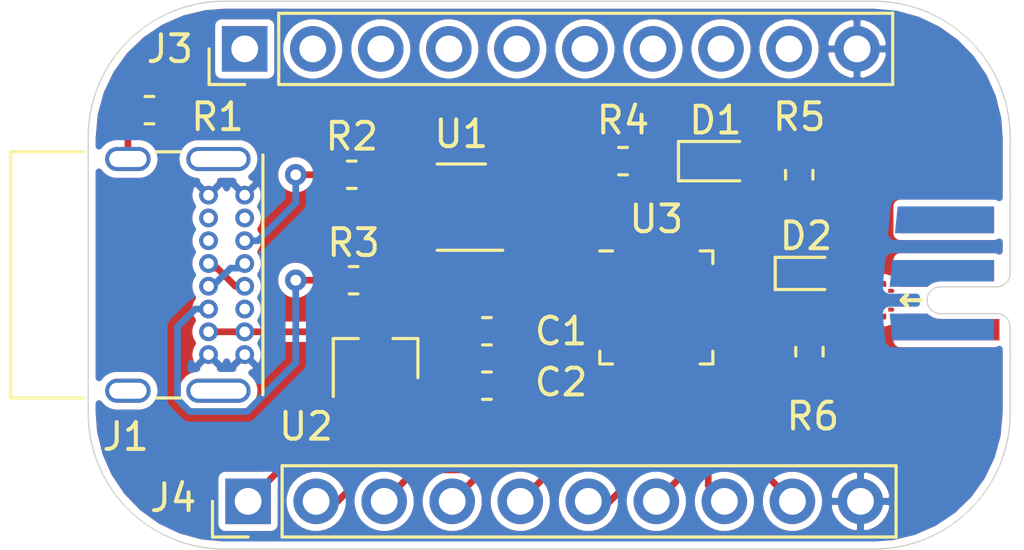
<source format=kicad_pcb>
(kicad_pcb (version 20171130) (host pcbnew 5.1.9-73d0e3b20d~88~ubuntu20.10.1)

  (general
    (thickness 1.6)
    (drawings 9)
    (tracks 67)
    (zones 0)
    (modules 17)
    (nets 34)
  )

  (page A4)
  (layers
    (0 F.Cu signal)
    (31 B.Cu signal)
    (32 B.Adhes user)
    (33 F.Adhes user)
    (34 B.Paste user)
    (35 F.Paste user)
    (36 B.SilkS user)
    (37 F.SilkS user)
    (38 B.Mask user)
    (39 F.Mask user)
    (40 Dwgs.User user)
    (41 Cmts.User user)
    (42 Eco1.User user)
    (43 Eco2.User user)
    (44 Edge.Cuts user)
    (45 Margin user)
    (46 B.CrtYd user)
    (47 F.CrtYd user)
    (48 B.Fab user)
    (49 F.Fab user hide)
  )

  (setup
    (last_trace_width 0.25)
    (trace_clearance 0.2)
    (zone_clearance 0.254)
    (zone_45_only no)
    (trace_min 0.2)
    (via_size 0.8)
    (via_drill 0.4)
    (via_min_size 0.4)
    (via_min_drill 0.3)
    (uvia_size 0.3)
    (uvia_drill 0.1)
    (uvias_allowed no)
    (uvia_min_size 0.2)
    (uvia_min_drill 0.1)
    (edge_width 0.05)
    (segment_width 0.2)
    (pcb_text_width 0.3)
    (pcb_text_size 1.5 1.5)
    (mod_edge_width 0.12)
    (mod_text_size 1 1)
    (mod_text_width 0.15)
    (pad_size 1.524 1.524)
    (pad_drill 0.762)
    (pad_to_mask_clearance 0)
    (aux_axis_origin 0 0)
    (visible_elements FFFFFF7F)
    (pcbplotparams
      (layerselection 0x010fc_ffffffff)
      (usegerberextensions false)
      (usegerberattributes true)
      (usegerberadvancedattributes true)
      (creategerberjobfile true)
      (excludeedgelayer true)
      (linewidth 0.100000)
      (plotframeref false)
      (viasonmask false)
      (mode 1)
      (useauxorigin false)
      (hpglpennumber 1)
      (hpglpenspeed 20)
      (hpglpendiameter 15.000000)
      (psnegative false)
      (psa4output false)
      (plotreference true)
      (plotvalue true)
      (plotinvisibletext false)
      (padsonsilk false)
      (subtractmaskfromsilk false)
      (outputformat 1)
      (mirror false)
      (drillshape 1)
      (scaleselection 1)
      (outputdirectory ""))
  )

  (net 0 "")
  (net 1 GND)
  (net 2 +5V)
  (net 3 +3V3)
  (net 4 "Net-(D1-Pad1)")
  (net 5 /VBUS_SENSE)
  (net 6 "Net-(D2-Pad2)")
  (net 7 "Net-(J1-PadB8)")
  (net 8 "Net-(J1-PadA5)")
  (net 9 "Net-(J1-PadA8)")
  (net 10 "Net-(J1-PadB5)")
  (net 11 "Net-(J1-PadS1)")
  (net 12 /SWDIO)
  (net 13 /~RESET)
  (net 14 /SWDCLK)
  (net 15 "Net-(J2-Pad6)")
  (net 16 /PA09)
  (net 17 /PA08)
  (net 18 /PA07)
  (net 19 /PA06)
  (net 20 /PA05)
  (net 21 /PA04)
  (net 22 /PA03)
  (net 23 /PA02)
  (net 24 /PA23)
  (net 25 /PA22)
  (net 26 /PA17)
  (net 27 /PA16)
  (net 28 /PA15)
  (net 29 /PA14)
  (net 30 /PA11)
  (net 31 /PA10)
  (net 32 /USB_D+)
  (net 33 /USB_D-)

  (net_class Default "This is the default net class."
    (clearance 0.2)
    (trace_width 0.25)
    (via_dia 0.8)
    (via_drill 0.4)
    (uvia_dia 0.3)
    (uvia_drill 0.1)
    (add_net +3V3)
    (add_net +5V)
    (add_net /PA02)
    (add_net /PA03)
    (add_net /PA04)
    (add_net /PA05)
    (add_net /PA06)
    (add_net /PA07)
    (add_net /PA08)
    (add_net /PA09)
    (add_net /PA10)
    (add_net /PA11)
    (add_net /PA14)
    (add_net /PA15)
    (add_net /PA16)
    (add_net /PA17)
    (add_net /PA22)
    (add_net /PA23)
    (add_net /SWDCLK)
    (add_net /SWDIO)
    (add_net /USB_D+)
    (add_net /USB_D-)
    (add_net /VBUS_SENSE)
    (add_net /~RESET)
    (add_net GND)
    (add_net "Net-(D1-Pad1)")
    (add_net "Net-(D2-Pad2)")
    (add_net "Net-(J1-PadA5)")
    (add_net "Net-(J1-PadA8)")
    (add_net "Net-(J1-PadB5)")
    (add_net "Net-(J1-PadB8)")
    (add_net "Net-(J1-PadS1)")
    (add_net "Net-(J2-Pad6)")
  )

  (module project:USB_C_Receptacle_GCT_USB4085 (layer F.Cu) (tedit 5BCCCD93) (tstamp 5FF573B9)
    (at 115.951 76.454 270)
    (descr "USB 2.0 Type C Receptacle, https://gct.co/Files/Drawings/USB4085.pdf")
    (tags "USB Type-C Receptacle Through-hole Right angle")
    (path /5FF3D261)
    (fp_text reference J1 (at 9.017 4.445 180) (layer F.SilkS)
      (effects (font (size 1 1) (thickness 0.15)))
    )
    (fp_text value USB_C_Receptacle (at 2.975 9.925 90) (layer F.Fab)
      (effects (font (size 1 1) (thickness 0.15)))
    )
    (fp_line (start -0.025 6.1) (end 5.975 6.1) (layer F.Fab) (width 0.1))
    (fp_line (start 8.25 -1.06) (end 8.25 9.11) (layer F.CrtYd) (width 0.05))
    (fp_line (start -2.3 -1.06) (end 8.25 -1.06) (layer F.CrtYd) (width 0.05))
    (fp_line (start -2.3 9.11) (end 8.25 9.11) (layer F.CrtYd) (width 0.05))
    (fp_line (start -2.3 -1.06) (end -2.3 9.11) (layer F.CrtYd) (width 0.05))
    (fp_line (start -1.62 2.4) (end -1.62 3.3) (layer F.SilkS) (width 0.12))
    (fp_line (start 7.57 2.4) (end 7.57 3.3) (layer F.SilkS) (width 0.12))
    (fp_line (start -1.62 6) (end -1.62 8.73) (layer F.SilkS) (width 0.12))
    (fp_line (start 7.57 6) (end 7.57 8.73) (layer F.SilkS) (width 0.12))
    (fp_line (start 7.45 -0.56) (end 7.45 8.61) (layer F.Fab) (width 0.1))
    (fp_line (start -1.5 -0.56) (end -1.5 8.61) (layer F.Fab) (width 0.1))
    (fp_line (start -1.5 -0.68) (end 7.45 -0.68) (layer F.SilkS) (width 0.12))
    (fp_line (start -1.62 8.73) (end 7.57 8.73) (layer F.SilkS) (width 0.12))
    (fp_line (start -1.5 8.61) (end 7.45 8.61) (layer F.Fab) (width 0.1))
    (fp_line (start -1.5 -0.56) (end 7.45 -0.56) (layer F.Fab) (width 0.1))
    (fp_text user %R (at 2.975 4.025 90) (layer F.Fab)
      (effects (font (size 1 1) (thickness 0.15)))
    )
    (fp_text user "PCB Edge" (at 2.975 6.1 90) (layer Dwgs.User)
      (effects (font (size 0.5 0.5) (thickness 0.1)))
    )
    (pad S1 thru_hole oval (at 7.3 4.36 270) (size 0.9 1.7) (drill oval 0.6 1.4) (layers *.Cu *.Mask)
      (net 11 "Net-(J1-PadS1)"))
    (pad S1 thru_hole oval (at -1.35 4.36 270) (size 0.9 1.7) (drill oval 0.6 1.4) (layers *.Cu *.Mask)
      (net 11 "Net-(J1-PadS1)"))
    (pad S1 thru_hole oval (at 7.3 0.98 270) (size 0.9 2.4) (drill oval 0.6 2.1) (layers *.Cu *.Mask)
      (net 11 "Net-(J1-PadS1)"))
    (pad S1 thru_hole oval (at -1.35 0.98 270) (size 0.9 2.4) (drill oval 0.6 2.1) (layers *.Cu *.Mask)
      (net 11 "Net-(J1-PadS1)"))
    (pad B6 thru_hole circle (at 3.4 1.35 270) (size 0.7 0.7) (drill 0.4) (layers *.Cu *.Mask)
      (net 32 /USB_D+))
    (pad B1 thru_hole circle (at 5.95 1.35 270) (size 0.7 0.7) (drill 0.4) (layers *.Cu *.Mask)
      (net 1 GND))
    (pad B4 thru_hole circle (at 5.1 1.35 270) (size 0.7 0.7) (drill 0.4) (layers *.Cu *.Mask)
      (net 2 +5V))
    (pad B5 thru_hole circle (at 4.25 1.35 270) (size 0.7 0.7) (drill 0.4) (layers *.Cu *.Mask)
      (net 10 "Net-(J1-PadB5)"))
    (pad B12 thru_hole circle (at 0 1.35 270) (size 0.7 0.7) (drill 0.4) (layers *.Cu *.Mask)
      (net 1 GND))
    (pad B8 thru_hole circle (at 1.7 1.35 270) (size 0.7 0.7) (drill 0.4) (layers *.Cu *.Mask)
      (net 7 "Net-(J1-PadB8)"))
    (pad B7 thru_hole circle (at 2.55 1.35 270) (size 0.7 0.7) (drill 0.4) (layers *.Cu *.Mask)
      (net 33 /USB_D-))
    (pad B9 thru_hole circle (at 0.85 1.35 270) (size 0.7 0.7) (drill 0.4) (layers *.Cu *.Mask)
      (net 2 +5V))
    (pad A12 thru_hole circle (at 5.95 0 270) (size 0.7 0.7) (drill 0.4) (layers *.Cu *.Mask)
      (net 1 GND))
    (pad A9 thru_hole circle (at 5.1 0 270) (size 0.7 0.7) (drill 0.4) (layers *.Cu *.Mask)
      (net 2 +5V))
    (pad A8 thru_hole circle (at 4.25 0 270) (size 0.7 0.7) (drill 0.4) (layers *.Cu *.Mask)
      (net 9 "Net-(J1-PadA8)"))
    (pad A7 thru_hole circle (at 3.4 0 270) (size 0.7 0.7) (drill 0.4) (layers *.Cu *.Mask)
      (net 33 /USB_D-))
    (pad A6 thru_hole circle (at 2.55 0 270) (size 0.7 0.7) (drill 0.4) (layers *.Cu *.Mask)
      (net 32 /USB_D+))
    (pad A5 thru_hole circle (at 1.7 0 270) (size 0.7 0.7) (drill 0.4) (layers *.Cu *.Mask)
      (net 8 "Net-(J1-PadA5)"))
    (pad A4 thru_hole circle (at 0.85 0 270) (size 0.7 0.7) (drill 0.4) (layers *.Cu *.Mask)
      (net 2 +5V))
    (pad A1 thru_hole circle (at 0 0 270) (size 0.7 0.7) (drill 0.4) (layers *.Cu *.Mask)
      (net 1 GND))
    (model ${KISYS3DMOD}/Connector_USB.3dshapes/USB_C_Receptacle_GCT_USB4085.wrl
      (at (xyz 0 0 0))
      (scale (xyz 1 1 1))
      (rotate (xyz 0 0 0))
    )
  )

  (module LED_SMD:LED_0603_1608Metric (layer F.Cu) (tedit 5B301BBE) (tstamp 5FF45744)
    (at 133.6295 75.184)
    (descr "LED SMD 0603 (1608 Metric), square (rectangular) end terminal, IPC_7351 nominal, (Body size source: http://www.tortai-tech.com/upload/download/2011102023233369053.pdf), generated with kicad-footprint-generator")
    (tags diode)
    (path /5FF9515D)
    (attr smd)
    (fp_text reference D1 (at -0.1015 -1.524) (layer F.SilkS)
      (effects (font (size 1 1) (thickness 0.15)))
    )
    (fp_text value LED (at 0 1.43) (layer F.Fab)
      (effects (font (size 1 1) (thickness 0.15)))
    )
    (fp_line (start 1.48 0.73) (end -1.48 0.73) (layer F.CrtYd) (width 0.05))
    (fp_line (start 1.48 -0.73) (end 1.48 0.73) (layer F.CrtYd) (width 0.05))
    (fp_line (start -1.48 -0.73) (end 1.48 -0.73) (layer F.CrtYd) (width 0.05))
    (fp_line (start -1.48 0.73) (end -1.48 -0.73) (layer F.CrtYd) (width 0.05))
    (fp_line (start -1.485 0.735) (end 0.8 0.735) (layer F.SilkS) (width 0.12))
    (fp_line (start -1.485 -0.735) (end -1.485 0.735) (layer F.SilkS) (width 0.12))
    (fp_line (start 0.8 -0.735) (end -1.485 -0.735) (layer F.SilkS) (width 0.12))
    (fp_line (start 0.8 0.4) (end 0.8 -0.4) (layer F.Fab) (width 0.1))
    (fp_line (start -0.8 0.4) (end 0.8 0.4) (layer F.Fab) (width 0.1))
    (fp_line (start -0.8 -0.1) (end -0.8 0.4) (layer F.Fab) (width 0.1))
    (fp_line (start -0.5 -0.4) (end -0.8 -0.1) (layer F.Fab) (width 0.1))
    (fp_line (start 0.8 -0.4) (end -0.5 -0.4) (layer F.Fab) (width 0.1))
    (fp_text user %R (at 0 0) (layer F.Fab)
      (effects (font (size 0.4 0.4) (thickness 0.06)))
    )
    (pad 2 smd roundrect (at 0.7875 0) (size 0.875 0.95) (layers F.Cu F.Paste F.Mask) (roundrect_rratio 0.25)
      (net 3 +3V3))
    (pad 1 smd roundrect (at -0.7875 0) (size 0.875 0.95) (layers F.Cu F.Paste F.Mask) (roundrect_rratio 0.25)
      (net 4 "Net-(D1-Pad1)"))
    (model ${KISYS3DMOD}/LED_SMD.3dshapes/LED_0603_1608Metric.wrl
      (at (xyz 0 0 0))
      (scale (xyz 1 1 1))
      (rotate (xyz 0 0 0))
    )
  )

  (module Resistor_SMD:R_0603_1608Metric (layer F.Cu) (tedit 5B301BBD) (tstamp 5FF41A09)
    (at 137.033 82.296 270)
    (descr "Resistor SMD 0603 (1608 Metric), square (rectangular) end terminal, IPC_7351 nominal, (Body size source: http://www.tortai-tech.com/upload/download/2011102023233369053.pdf), generated with kicad-footprint-generator")
    (tags resistor)
    (path /5FF8DB20)
    (attr smd)
    (fp_text reference R6 (at 2.413 -0.127 180) (layer F.SilkS)
      (effects (font (size 1 1) (thickness 0.15)))
    )
    (fp_text value 47k (at 0 1.43 90) (layer F.Fab)
      (effects (font (size 1 1) (thickness 0.15)))
    )
    (fp_line (start 1.48 0.73) (end -1.48 0.73) (layer F.CrtYd) (width 0.05))
    (fp_line (start 1.48 -0.73) (end 1.48 0.73) (layer F.CrtYd) (width 0.05))
    (fp_line (start -1.48 -0.73) (end 1.48 -0.73) (layer F.CrtYd) (width 0.05))
    (fp_line (start -1.48 0.73) (end -1.48 -0.73) (layer F.CrtYd) (width 0.05))
    (fp_line (start -0.162779 0.51) (end 0.162779 0.51) (layer F.SilkS) (width 0.12))
    (fp_line (start -0.162779 -0.51) (end 0.162779 -0.51) (layer F.SilkS) (width 0.12))
    (fp_line (start 0.8 0.4) (end -0.8 0.4) (layer F.Fab) (width 0.1))
    (fp_line (start 0.8 -0.4) (end 0.8 0.4) (layer F.Fab) (width 0.1))
    (fp_line (start -0.8 -0.4) (end 0.8 -0.4) (layer F.Fab) (width 0.1))
    (fp_line (start -0.8 0.4) (end -0.8 -0.4) (layer F.Fab) (width 0.1))
    (fp_text user %R (at 0 0 90) (layer F.Fab)
      (effects (font (size 0.4 0.4) (thickness 0.06)))
    )
    (pad 2 smd roundrect (at 0.7875 0 270) (size 0.875 0.95) (layers F.Cu F.Paste F.Mask) (roundrect_rratio 0.25)
      (net 1 GND))
    (pad 1 smd roundrect (at -0.7875 0 270) (size 0.875 0.95) (layers F.Cu F.Paste F.Mask) (roundrect_rratio 0.25)
      (net 6 "Net-(D2-Pad2)"))
    (model ${KISYS3DMOD}/Resistor_SMD.3dshapes/R_0603_1608Metric.wrl
      (at (xyz 0 0 0))
      (scale (xyz 1 1 1))
      (rotate (xyz 0 0 0))
    )
  )

  (module Resistor_SMD:R_0603_1608Metric (layer F.Cu) (tedit 5B301BBD) (tstamp 5FF419F8)
    (at 136.652 75.692 270)
    (descr "Resistor SMD 0603 (1608 Metric), square (rectangular) end terminal, IPC_7351 nominal, (Body size source: http://www.tortai-tech.com/upload/download/2011102023233369053.pdf), generated with kicad-footprint-generator")
    (tags resistor)
    (path /5FF8D768)
    (attr smd)
    (fp_text reference R5 (at -2.159 0 180) (layer F.SilkS)
      (effects (font (size 1 1) (thickness 0.15)))
    )
    (fp_text value 30k (at 0 1.43 90) (layer F.Fab)
      (effects (font (size 1 1) (thickness 0.15)))
    )
    (fp_line (start 1.48 0.73) (end -1.48 0.73) (layer F.CrtYd) (width 0.05))
    (fp_line (start 1.48 -0.73) (end 1.48 0.73) (layer F.CrtYd) (width 0.05))
    (fp_line (start -1.48 -0.73) (end 1.48 -0.73) (layer F.CrtYd) (width 0.05))
    (fp_line (start -1.48 0.73) (end -1.48 -0.73) (layer F.CrtYd) (width 0.05))
    (fp_line (start -0.162779 0.51) (end 0.162779 0.51) (layer F.SilkS) (width 0.12))
    (fp_line (start -0.162779 -0.51) (end 0.162779 -0.51) (layer F.SilkS) (width 0.12))
    (fp_line (start 0.8 0.4) (end -0.8 0.4) (layer F.Fab) (width 0.1))
    (fp_line (start 0.8 -0.4) (end 0.8 0.4) (layer F.Fab) (width 0.1))
    (fp_line (start -0.8 -0.4) (end 0.8 -0.4) (layer F.Fab) (width 0.1))
    (fp_line (start -0.8 0.4) (end -0.8 -0.4) (layer F.Fab) (width 0.1))
    (fp_text user %R (at 0 0 90) (layer F.Fab)
      (effects (font (size 0.4 0.4) (thickness 0.06)))
    )
    (pad 2 smd roundrect (at 0.7875 0 270) (size 0.875 0.95) (layers F.Cu F.Paste F.Mask) (roundrect_rratio 0.25)
      (net 6 "Net-(D2-Pad2)"))
    (pad 1 smd roundrect (at -0.7875 0 270) (size 0.875 0.95) (layers F.Cu F.Paste F.Mask) (roundrect_rratio 0.25)
      (net 2 +5V))
    (model ${KISYS3DMOD}/Resistor_SMD.3dshapes/R_0603_1608Metric.wrl
      (at (xyz 0 0 0))
      (scale (xyz 1 1 1))
      (rotate (xyz 0 0 0))
    )
  )

  (module Resistor_SMD:R_0603_1608Metric (layer F.Cu) (tedit 5B301BBD) (tstamp 5FF419E7)
    (at 130.0735 75.184 180)
    (descr "Resistor SMD 0603 (1608 Metric), square (rectangular) end terminal, IPC_7351 nominal, (Body size source: http://www.tortai-tech.com/upload/download/2011102023233369053.pdf), generated with kicad-footprint-generator")
    (tags resistor)
    (path /5FF963CE)
    (attr smd)
    (fp_text reference R4 (at 0 1.524) (layer F.SilkS)
      (effects (font (size 1 1) (thickness 0.15)))
    )
    (fp_text value 1k (at 0 1.43) (layer F.Fab)
      (effects (font (size 1 1) (thickness 0.15)))
    )
    (fp_line (start 1.48 0.73) (end -1.48 0.73) (layer F.CrtYd) (width 0.05))
    (fp_line (start 1.48 -0.73) (end 1.48 0.73) (layer F.CrtYd) (width 0.05))
    (fp_line (start -1.48 -0.73) (end 1.48 -0.73) (layer F.CrtYd) (width 0.05))
    (fp_line (start -1.48 0.73) (end -1.48 -0.73) (layer F.CrtYd) (width 0.05))
    (fp_line (start -0.162779 0.51) (end 0.162779 0.51) (layer F.SilkS) (width 0.12))
    (fp_line (start -0.162779 -0.51) (end 0.162779 -0.51) (layer F.SilkS) (width 0.12))
    (fp_line (start 0.8 0.4) (end -0.8 0.4) (layer F.Fab) (width 0.1))
    (fp_line (start 0.8 -0.4) (end 0.8 0.4) (layer F.Fab) (width 0.1))
    (fp_line (start -0.8 -0.4) (end 0.8 -0.4) (layer F.Fab) (width 0.1))
    (fp_line (start -0.8 0.4) (end -0.8 -0.4) (layer F.Fab) (width 0.1))
    (fp_text user %R (at 0 0) (layer F.Fab)
      (effects (font (size 0.4 0.4) (thickness 0.06)))
    )
    (pad 2 smd roundrect (at 0.7875 0 180) (size 0.875 0.95) (layers F.Cu F.Paste F.Mask) (roundrect_rratio 0.25)
      (net 23 /PA02))
    (pad 1 smd roundrect (at -0.7875 0 180) (size 0.875 0.95) (layers F.Cu F.Paste F.Mask) (roundrect_rratio 0.25)
      (net 4 "Net-(D1-Pad1)"))
    (model ${KISYS3DMOD}/Resistor_SMD.3dshapes/R_0603_1608Metric.wrl
      (at (xyz 0 0 0))
      (scale (xyz 1 1 1))
      (rotate (xyz 0 0 0))
    )
  )

  (module Resistor_SMD:R_0603_1608Metric (layer F.Cu) (tedit 5B301BBD) (tstamp 5FF419D6)
    (at 120.015 79.629 180)
    (descr "Resistor SMD 0603 (1608 Metric), square (rectangular) end terminal, IPC_7351 nominal, (Body size source: http://www.tortai-tech.com/upload/download/2011102023233369053.pdf), generated with kicad-footprint-generator")
    (tags resistor)
    (path /5FF4F304)
    (attr smd)
    (fp_text reference R3 (at 0 1.397) (layer F.SilkS)
      (effects (font (size 1 1) (thickness 0.15)))
    )
    (fp_text value 5.1k (at 0 1.43) (layer F.Fab)
      (effects (font (size 1 1) (thickness 0.15)))
    )
    (fp_text user %R (at 0 0) (layer F.Fab)
      (effects (font (size 0.4 0.4) (thickness 0.06)))
    )
    (fp_line (start -0.8 0.4) (end -0.8 -0.4) (layer F.Fab) (width 0.1))
    (fp_line (start -0.8 -0.4) (end 0.8 -0.4) (layer F.Fab) (width 0.1))
    (fp_line (start 0.8 -0.4) (end 0.8 0.4) (layer F.Fab) (width 0.1))
    (fp_line (start 0.8 0.4) (end -0.8 0.4) (layer F.Fab) (width 0.1))
    (fp_line (start -0.162779 -0.51) (end 0.162779 -0.51) (layer F.SilkS) (width 0.12))
    (fp_line (start -0.162779 0.51) (end 0.162779 0.51) (layer F.SilkS) (width 0.12))
    (fp_line (start -1.48 0.73) (end -1.48 -0.73) (layer F.CrtYd) (width 0.05))
    (fp_line (start -1.48 -0.73) (end 1.48 -0.73) (layer F.CrtYd) (width 0.05))
    (fp_line (start 1.48 -0.73) (end 1.48 0.73) (layer F.CrtYd) (width 0.05))
    (fp_line (start 1.48 0.73) (end -1.48 0.73) (layer F.CrtYd) (width 0.05))
    (pad 1 smd roundrect (at -0.7875 0 180) (size 0.875 0.95) (layers F.Cu F.Paste F.Mask) (roundrect_rratio 0.25)
      (net 1 GND))
    (pad 2 smd roundrect (at 0.7875 0 180) (size 0.875 0.95) (layers F.Cu F.Paste F.Mask) (roundrect_rratio 0.25)
      (net 10 "Net-(J1-PadB5)"))
    (model ${KISYS3DMOD}/Resistor_SMD.3dshapes/R_0603_1608Metric.wrl
      (at (xyz 0 0 0))
      (scale (xyz 1 1 1))
      (rotate (xyz 0 0 0))
    )
  )

  (module Resistor_SMD:R_0603_1608Metric (layer F.Cu) (tedit 5B301BBD) (tstamp 5FF419C5)
    (at 119.949 75.692)
    (descr "Resistor SMD 0603 (1608 Metric), square (rectangular) end terminal, IPC_7351 nominal, (Body size source: http://www.tortai-tech.com/upload/download/2011102023233369053.pdf), generated with kicad-footprint-generator")
    (tags resistor)
    (path /5FF4C4E5)
    (attr smd)
    (fp_text reference R2 (at 0 -1.43) (layer F.SilkS)
      (effects (font (size 1 1) (thickness 0.15)))
    )
    (fp_text value 5.1k (at 0 1.43) (layer F.Fab)
      (effects (font (size 1 1) (thickness 0.15)))
    )
    (fp_line (start 1.48 0.73) (end -1.48 0.73) (layer F.CrtYd) (width 0.05))
    (fp_line (start 1.48 -0.73) (end 1.48 0.73) (layer F.CrtYd) (width 0.05))
    (fp_line (start -1.48 -0.73) (end 1.48 -0.73) (layer F.CrtYd) (width 0.05))
    (fp_line (start -1.48 0.73) (end -1.48 -0.73) (layer F.CrtYd) (width 0.05))
    (fp_line (start -0.162779 0.51) (end 0.162779 0.51) (layer F.SilkS) (width 0.12))
    (fp_line (start -0.162779 -0.51) (end 0.162779 -0.51) (layer F.SilkS) (width 0.12))
    (fp_line (start 0.8 0.4) (end -0.8 0.4) (layer F.Fab) (width 0.1))
    (fp_line (start 0.8 -0.4) (end 0.8 0.4) (layer F.Fab) (width 0.1))
    (fp_line (start -0.8 -0.4) (end 0.8 -0.4) (layer F.Fab) (width 0.1))
    (fp_line (start -0.8 0.4) (end -0.8 -0.4) (layer F.Fab) (width 0.1))
    (fp_text user %R (at 0 0) (layer F.Fab)
      (effects (font (size 0.4 0.4) (thickness 0.06)))
    )
    (pad 2 smd roundrect (at 0.7875 0) (size 0.875 0.95) (layers F.Cu F.Paste F.Mask) (roundrect_rratio 0.25)
      (net 1 GND))
    (pad 1 smd roundrect (at -0.7875 0) (size 0.875 0.95) (layers F.Cu F.Paste F.Mask) (roundrect_rratio 0.25)
      (net 8 "Net-(J1-PadA5)"))
    (model ${KISYS3DMOD}/Resistor_SMD.3dshapes/R_0603_1608Metric.wrl
      (at (xyz 0 0 0))
      (scale (xyz 1 1 1))
      (rotate (xyz 0 0 0))
    )
  )

  (module Resistor_SMD:R_0603_1608Metric (layer F.Cu) (tedit 5B301BBD) (tstamp 5FF44880)
    (at 112.395 73.279)
    (descr "Resistor SMD 0603 (1608 Metric), square (rectangular) end terminal, IPC_7351 nominal, (Body size source: http://www.tortai-tech.com/upload/download/2011102023233369053.pdf), generated with kicad-footprint-generator")
    (tags resistor)
    (path /5FF56837)
    (attr smd)
    (fp_text reference R1 (at 2.54 0.254) (layer F.SilkS)
      (effects (font (size 1 1) (thickness 0.15)))
    )
    (fp_text value 1M (at 0 1.43) (layer F.Fab)
      (effects (font (size 1 1) (thickness 0.15)))
    )
    (fp_line (start 1.48 0.73) (end -1.48 0.73) (layer F.CrtYd) (width 0.05))
    (fp_line (start 1.48 -0.73) (end 1.48 0.73) (layer F.CrtYd) (width 0.05))
    (fp_line (start -1.48 -0.73) (end 1.48 -0.73) (layer F.CrtYd) (width 0.05))
    (fp_line (start -1.48 0.73) (end -1.48 -0.73) (layer F.CrtYd) (width 0.05))
    (fp_line (start -0.162779 0.51) (end 0.162779 0.51) (layer F.SilkS) (width 0.12))
    (fp_line (start -0.162779 -0.51) (end 0.162779 -0.51) (layer F.SilkS) (width 0.12))
    (fp_line (start 0.8 0.4) (end -0.8 0.4) (layer F.Fab) (width 0.1))
    (fp_line (start 0.8 -0.4) (end 0.8 0.4) (layer F.Fab) (width 0.1))
    (fp_line (start -0.8 -0.4) (end 0.8 -0.4) (layer F.Fab) (width 0.1))
    (fp_line (start -0.8 0.4) (end -0.8 -0.4) (layer F.Fab) (width 0.1))
    (fp_text user %R (at 0 0) (layer F.Fab)
      (effects (font (size 0.4 0.4) (thickness 0.06)))
    )
    (pad 2 smd roundrect (at 0.7875 0) (size 0.875 0.95) (layers F.Cu F.Paste F.Mask) (roundrect_rratio 0.25)
      (net 1 GND))
    (pad 1 smd roundrect (at -0.7875 0) (size 0.875 0.95) (layers F.Cu F.Paste F.Mask) (roundrect_rratio 0.25)
      (net 11 "Net-(J1-PadS1)"))
    (model ${KISYS3DMOD}/Resistor_SMD.3dshapes/R_0603_1608Metric.wrl
      (at (xyz 0 0 0))
      (scale (xyz 1 1 1))
      (rotate (xyz 0 0 0))
    )
  )

  (module Capacitor_SMD:C_0603_1608Metric (layer F.Cu) (tedit 5B301BBE) (tstamp 5FF418D2)
    (at 124.9935 83.566)
    (descr "Capacitor SMD 0603 (1608 Metric), square (rectangular) end terminal, IPC_7351 nominal, (Body size source: http://www.tortai-tech.com/upload/download/2011102023233369053.pdf), generated with kicad-footprint-generator")
    (tags capacitor)
    (path /5FF4A7FB)
    (attr smd)
    (fp_text reference C2 (at 2.7685 -0.127) (layer F.SilkS)
      (effects (font (size 1 1) (thickness 0.15)))
    )
    (fp_text value 1uF (at 0 1.43) (layer F.Fab)
      (effects (font (size 1 1) (thickness 0.15)))
    )
    (fp_line (start 1.48 0.73) (end -1.48 0.73) (layer F.CrtYd) (width 0.05))
    (fp_line (start 1.48 -0.73) (end 1.48 0.73) (layer F.CrtYd) (width 0.05))
    (fp_line (start -1.48 -0.73) (end 1.48 -0.73) (layer F.CrtYd) (width 0.05))
    (fp_line (start -1.48 0.73) (end -1.48 -0.73) (layer F.CrtYd) (width 0.05))
    (fp_line (start -0.162779 0.51) (end 0.162779 0.51) (layer F.SilkS) (width 0.12))
    (fp_line (start -0.162779 -0.51) (end 0.162779 -0.51) (layer F.SilkS) (width 0.12))
    (fp_line (start 0.8 0.4) (end -0.8 0.4) (layer F.Fab) (width 0.1))
    (fp_line (start 0.8 -0.4) (end 0.8 0.4) (layer F.Fab) (width 0.1))
    (fp_line (start -0.8 -0.4) (end 0.8 -0.4) (layer F.Fab) (width 0.1))
    (fp_line (start -0.8 0.4) (end -0.8 -0.4) (layer F.Fab) (width 0.1))
    (fp_text user %R (at 0 0) (layer F.Fab)
      (effects (font (size 0.4 0.4) (thickness 0.06)))
    )
    (pad 2 smd roundrect (at 0.7875 0) (size 0.875 0.95) (layers F.Cu F.Paste F.Mask) (roundrect_rratio 0.25)
      (net 1 GND))
    (pad 1 smd roundrect (at -0.7875 0) (size 0.875 0.95) (layers F.Cu F.Paste F.Mask) (roundrect_rratio 0.25)
      (net 3 +3V3))
    (model ${KISYS3DMOD}/Capacitor_SMD.3dshapes/C_0603_1608Metric.wrl
      (at (xyz 0 0 0))
      (scale (xyz 1 1 1))
      (rotate (xyz 0 0 0))
    )
  )

  (module Capacitor_SMD:C_0603_1608Metric (layer F.Cu) (tedit 5B301BBE) (tstamp 5FF418C1)
    (at 124.9935 81.534)
    (descr "Capacitor SMD 0603 (1608 Metric), square (rectangular) end terminal, IPC_7351 nominal, (Body size source: http://www.tortai-tech.com/upload/download/2011102023233369053.pdf), generated with kicad-footprint-generator")
    (tags capacitor)
    (path /5FF518F6)
    (attr smd)
    (fp_text reference C1 (at 2.7685 0) (layer F.SilkS)
      (effects (font (size 1 1) (thickness 0.15)))
    )
    (fp_text value 1uF (at 0 1.43) (layer F.Fab)
      (effects (font (size 1 1) (thickness 0.15)))
    )
    (fp_line (start 1.48 0.73) (end -1.48 0.73) (layer F.CrtYd) (width 0.05))
    (fp_line (start 1.48 -0.73) (end 1.48 0.73) (layer F.CrtYd) (width 0.05))
    (fp_line (start -1.48 -0.73) (end 1.48 -0.73) (layer F.CrtYd) (width 0.05))
    (fp_line (start -1.48 0.73) (end -1.48 -0.73) (layer F.CrtYd) (width 0.05))
    (fp_line (start -0.162779 0.51) (end 0.162779 0.51) (layer F.SilkS) (width 0.12))
    (fp_line (start -0.162779 -0.51) (end 0.162779 -0.51) (layer F.SilkS) (width 0.12))
    (fp_line (start 0.8 0.4) (end -0.8 0.4) (layer F.Fab) (width 0.1))
    (fp_line (start 0.8 -0.4) (end 0.8 0.4) (layer F.Fab) (width 0.1))
    (fp_line (start -0.8 -0.4) (end 0.8 -0.4) (layer F.Fab) (width 0.1))
    (fp_line (start -0.8 0.4) (end -0.8 -0.4) (layer F.Fab) (width 0.1))
    (fp_text user %R (at 0 0) (layer F.Fab)
      (effects (font (size 0.4 0.4) (thickness 0.06)))
    )
    (pad 2 smd roundrect (at 0.7875 0) (size 0.875 0.95) (layers F.Cu F.Paste F.Mask) (roundrect_rratio 0.25)
      (net 1 GND))
    (pad 1 smd roundrect (at -0.7875 0) (size 0.875 0.95) (layers F.Cu F.Paste F.Mask) (roundrect_rratio 0.25)
      (net 2 +5V))
    (model ${KISYS3DMOD}/Capacitor_SMD.3dshapes/C_0603_1608Metric.wrl
      (at (xyz 0 0 0))
      (scale (xyz 1 1 1))
      (rotate (xyz 0 0 0))
    )
  )

  (module Package_DFN_QFN:QFN-24-1EP_4x4mm_P0.5mm_EP2.6x2.6mm (layer F.Cu) (tedit 5B4D10EE) (tstamp 5FF41A66)
    (at 131.318 80.645)
    (descr "QFN, 24 Pin (http://ww1.microchip.com/downloads/en/PackagingSpec/00000049BQ.pdf (Page 278)), generated with kicad-footprint-generator ipc_dfn_qfn_generator.py")
    (tags "QFN DFN_QFN")
    (path /5FF3C4C4)
    (attr smd)
    (fp_text reference U3 (at 0 -3.3) (layer F.SilkS)
      (effects (font (size 1 1) (thickness 0.15)))
    )
    (fp_text value SAMD11D14A-M (at 0 3.3) (layer F.Fab)
      (effects (font (size 1 1) (thickness 0.15)))
    )
    (fp_line (start 2.6 -2.6) (end -2.6 -2.6) (layer F.CrtYd) (width 0.05))
    (fp_line (start 2.6 2.6) (end 2.6 -2.6) (layer F.CrtYd) (width 0.05))
    (fp_line (start -2.6 2.6) (end 2.6 2.6) (layer F.CrtYd) (width 0.05))
    (fp_line (start -2.6 -2.6) (end -2.6 2.6) (layer F.CrtYd) (width 0.05))
    (fp_line (start -2 -1) (end -1 -2) (layer F.Fab) (width 0.1))
    (fp_line (start -2 2) (end -2 -1) (layer F.Fab) (width 0.1))
    (fp_line (start 2 2) (end -2 2) (layer F.Fab) (width 0.1))
    (fp_line (start 2 -2) (end 2 2) (layer F.Fab) (width 0.1))
    (fp_line (start -1 -2) (end 2 -2) (layer F.Fab) (width 0.1))
    (fp_line (start -1.635 -2.11) (end -2.11 -2.11) (layer F.SilkS) (width 0.12))
    (fp_line (start 2.11 2.11) (end 2.11 1.635) (layer F.SilkS) (width 0.12))
    (fp_line (start 1.635 2.11) (end 2.11 2.11) (layer F.SilkS) (width 0.12))
    (fp_line (start -2.11 2.11) (end -2.11 1.635) (layer F.SilkS) (width 0.12))
    (fp_line (start -1.635 2.11) (end -2.11 2.11) (layer F.SilkS) (width 0.12))
    (fp_line (start 2.11 -2.11) (end 2.11 -1.635) (layer F.SilkS) (width 0.12))
    (fp_line (start 1.635 -2.11) (end 2.11 -2.11) (layer F.SilkS) (width 0.12))
    (fp_text user %R (at 0 0) (layer F.Fab)
      (effects (font (size 1 1) (thickness 0.15)))
    )
    (pad 24 smd roundrect (at -1.25 -1.9375) (size 0.25 0.825) (layers F.Cu F.Paste F.Mask) (roundrect_rratio 0.25)
      (net 3 +3V3))
    (pad 23 smd roundrect (at -0.75 -1.9375) (size 0.25 0.825) (layers F.Cu F.Paste F.Mask) (roundrect_rratio 0.25)
      (net 1 GND))
    (pad 22 smd roundrect (at -0.25 -1.9375) (size 0.25 0.825) (layers F.Cu F.Paste F.Mask) (roundrect_rratio 0.25)
      (net 32 /USB_D+))
    (pad 21 smd roundrect (at 0.25 -1.9375) (size 0.25 0.825) (layers F.Cu F.Paste F.Mask) (roundrect_rratio 0.25)
      (net 33 /USB_D-))
    (pad 20 smd roundrect (at 0.75 -1.9375) (size 0.25 0.825) (layers F.Cu F.Paste F.Mask) (roundrect_rratio 0.25)
      (net 12 /SWDIO))
    (pad 19 smd roundrect (at 1.25 -1.9375) (size 0.25 0.825) (layers F.Cu F.Paste F.Mask) (roundrect_rratio 0.25)
      (net 14 /SWDCLK))
    (pad 18 smd roundrect (at 1.9375 -1.25) (size 0.825 0.25) (layers F.Cu F.Paste F.Mask) (roundrect_rratio 0.25)
      (net 13 /~RESET))
    (pad 17 smd roundrect (at 1.9375 -0.75) (size 0.825 0.25) (layers F.Cu F.Paste F.Mask) (roundrect_rratio 0.25)
      (net 5 /VBUS_SENSE))
    (pad 16 smd roundrect (at 1.9375 -0.25) (size 0.825 0.25) (layers F.Cu F.Paste F.Mask) (roundrect_rratio 0.25)
      (net 24 /PA23))
    (pad 15 smd roundrect (at 1.9375 0.25) (size 0.825 0.25) (layers F.Cu F.Paste F.Mask) (roundrect_rratio 0.25)
      (net 25 /PA22))
    (pad 14 smd roundrect (at 1.9375 0.75) (size 0.825 0.25) (layers F.Cu F.Paste F.Mask) (roundrect_rratio 0.25)
      (net 26 /PA17))
    (pad 13 smd roundrect (at 1.9375 1.25) (size 0.825 0.25) (layers F.Cu F.Paste F.Mask) (roundrect_rratio 0.25)
      (net 27 /PA16))
    (pad 12 smd roundrect (at 1.25 1.9375) (size 0.25 0.825) (layers F.Cu F.Paste F.Mask) (roundrect_rratio 0.25)
      (net 28 /PA15))
    (pad 11 smd roundrect (at 0.75 1.9375) (size 0.25 0.825) (layers F.Cu F.Paste F.Mask) (roundrect_rratio 0.25)
      (net 29 /PA14))
    (pad 10 smd roundrect (at 0.25 1.9375) (size 0.25 0.825) (layers F.Cu F.Paste F.Mask) (roundrect_rratio 0.25)
      (net 30 /PA11))
    (pad 9 smd roundrect (at -0.25 1.9375) (size 0.25 0.825) (layers F.Cu F.Paste F.Mask) (roundrect_rratio 0.25)
      (net 31 /PA10))
    (pad 8 smd roundrect (at -0.75 1.9375) (size 0.25 0.825) (layers F.Cu F.Paste F.Mask) (roundrect_rratio 0.25)
      (net 16 /PA09))
    (pad 7 smd roundrect (at -1.25 1.9375) (size 0.25 0.825) (layers F.Cu F.Paste F.Mask) (roundrect_rratio 0.25)
      (net 17 /PA08))
    (pad 6 smd roundrect (at -1.9375 1.25) (size 0.825 0.25) (layers F.Cu F.Paste F.Mask) (roundrect_rratio 0.25)
      (net 18 /PA07))
    (pad 5 smd roundrect (at -1.9375 0.75) (size 0.825 0.25) (layers F.Cu F.Paste F.Mask) (roundrect_rratio 0.25)
      (net 19 /PA06))
    (pad 4 smd roundrect (at -1.9375 0.25) (size 0.825 0.25) (layers F.Cu F.Paste F.Mask) (roundrect_rratio 0.25)
      (net 20 /PA05))
    (pad 3 smd roundrect (at -1.9375 -0.25) (size 0.825 0.25) (layers F.Cu F.Paste F.Mask) (roundrect_rratio 0.25)
      (net 21 /PA04))
    (pad 2 smd roundrect (at -1.9375 -0.75) (size 0.825 0.25) (layers F.Cu F.Paste F.Mask) (roundrect_rratio 0.25)
      (net 22 /PA03))
    (pad 1 smd roundrect (at -1.9375 -1.25) (size 0.825 0.25) (layers F.Cu F.Paste F.Mask) (roundrect_rratio 0.25)
      (net 23 /PA02))
    (pad "" smd roundrect (at 0.65 0.65) (size 1.05 1.05) (layers F.Paste) (roundrect_rratio 0.238095))
    (pad "" smd roundrect (at 0.65 -0.65) (size 1.05 1.05) (layers F.Paste) (roundrect_rratio 0.238095))
    (pad "" smd roundrect (at -0.65 0.65) (size 1.05 1.05) (layers F.Paste) (roundrect_rratio 0.238095))
    (pad "" smd roundrect (at -0.65 -0.65) (size 1.05 1.05) (layers F.Paste) (roundrect_rratio 0.238095))
    (pad 25 smd roundrect (at 0 0) (size 2.6 2.6) (layers F.Cu F.Mask) (roundrect_rratio 0.096154))
    (model ${KISYS3DMOD}/Package_DFN_QFN.3dshapes/QFN-24-1EP_4x4mm_P0.5mm_EP2.6x2.6mm.wrl
      (at (xyz 0 0 0))
      (scale (xyz 1 1 1))
      (rotate (xyz 0 0 0))
    )
  )

  (module Package_TO_SOT_SMD:SOT-23 (layer F.Cu) (tedit 5A02FF57) (tstamp 5FF41A34)
    (at 120.838 82.566 90)
    (descr "SOT-23, Standard")
    (tags SOT-23)
    (path /5FF3CAC8)
    (attr smd)
    (fp_text reference U2 (at -2.524 -2.601 180) (layer F.SilkS)
      (effects (font (size 1 1) (thickness 0.15)))
    )
    (fp_text value MCP1700-3302E_SOT23 (at 0 2.5 90) (layer F.Fab)
      (effects (font (size 1 1) (thickness 0.15)))
    )
    (fp_line (start 0.76 1.58) (end -0.7 1.58) (layer F.SilkS) (width 0.12))
    (fp_line (start 0.76 -1.58) (end -1.4 -1.58) (layer F.SilkS) (width 0.12))
    (fp_line (start -1.7 1.75) (end -1.7 -1.75) (layer F.CrtYd) (width 0.05))
    (fp_line (start 1.7 1.75) (end -1.7 1.75) (layer F.CrtYd) (width 0.05))
    (fp_line (start 1.7 -1.75) (end 1.7 1.75) (layer F.CrtYd) (width 0.05))
    (fp_line (start -1.7 -1.75) (end 1.7 -1.75) (layer F.CrtYd) (width 0.05))
    (fp_line (start 0.76 -1.58) (end 0.76 -0.65) (layer F.SilkS) (width 0.12))
    (fp_line (start 0.76 1.58) (end 0.76 0.65) (layer F.SilkS) (width 0.12))
    (fp_line (start -0.7 1.52) (end 0.7 1.52) (layer F.Fab) (width 0.1))
    (fp_line (start 0.7 -1.52) (end 0.7 1.52) (layer F.Fab) (width 0.1))
    (fp_line (start -0.7 -0.95) (end -0.15 -1.52) (layer F.Fab) (width 0.1))
    (fp_line (start -0.15 -1.52) (end 0.7 -1.52) (layer F.Fab) (width 0.1))
    (fp_line (start -0.7 -0.95) (end -0.7 1.5) (layer F.Fab) (width 0.1))
    (fp_text user %R (at 0 0) (layer F.Fab)
      (effects (font (size 0.5 0.5) (thickness 0.075)))
    )
    (pad 3 smd rect (at 1 0 90) (size 0.9 0.8) (layers F.Cu F.Paste F.Mask)
      (net 2 +5V))
    (pad 2 smd rect (at -1 0.95 90) (size 0.9 0.8) (layers F.Cu F.Paste F.Mask)
      (net 3 +3V3))
    (pad 1 smd rect (at -1 -0.95 90) (size 0.9 0.8) (layers F.Cu F.Paste F.Mask)
      (net 1 GND))
    (model ${KISYS3DMOD}/Package_TO_SOT_SMD.3dshapes/SOT-23.wrl
      (at (xyz 0 0 0))
      (scale (xyz 1 1 1))
      (rotate (xyz 0 0 0))
    )
  )

  (module Package_TO_SOT_SMD:SOT-23-6 (layer F.Cu) (tedit 5A02FF57) (tstamp 5FF41A1F)
    (at 124.036 76.901 180)
    (descr "6-pin SOT-23 package")
    (tags SOT-23-6)
    (path /5FF6216F)
    (attr smd)
    (fp_text reference U1 (at 0 2.733) (layer F.SilkS)
      (effects (font (size 1 1) (thickness 0.15)))
    )
    (fp_text value USBLC6-2SC6 (at 0 2.9) (layer F.Fab)
      (effects (font (size 1 1) (thickness 0.15)))
    )
    (fp_line (start 0.9 -1.55) (end 0.9 1.55) (layer F.Fab) (width 0.1))
    (fp_line (start 0.9 1.55) (end -0.9 1.55) (layer F.Fab) (width 0.1))
    (fp_line (start -0.9 -0.9) (end -0.9 1.55) (layer F.Fab) (width 0.1))
    (fp_line (start 0.9 -1.55) (end -0.25 -1.55) (layer F.Fab) (width 0.1))
    (fp_line (start -0.9 -0.9) (end -0.25 -1.55) (layer F.Fab) (width 0.1))
    (fp_line (start -1.9 -1.8) (end -1.9 1.8) (layer F.CrtYd) (width 0.05))
    (fp_line (start -1.9 1.8) (end 1.9 1.8) (layer F.CrtYd) (width 0.05))
    (fp_line (start 1.9 1.8) (end 1.9 -1.8) (layer F.CrtYd) (width 0.05))
    (fp_line (start 1.9 -1.8) (end -1.9 -1.8) (layer F.CrtYd) (width 0.05))
    (fp_line (start 0.9 -1.61) (end -1.55 -1.61) (layer F.SilkS) (width 0.12))
    (fp_line (start -0.9 1.61) (end 0.9 1.61) (layer F.SilkS) (width 0.12))
    (fp_text user %R (at 0 0 90) (layer F.Fab)
      (effects (font (size 0.5 0.5) (thickness 0.075)))
    )
    (pad 5 smd rect (at 1.1 0 180) (size 1.06 0.65) (layers F.Cu F.Paste F.Mask)
      (net 2 +5V))
    (pad 6 smd rect (at 1.1 -0.95 180) (size 1.06 0.65) (layers F.Cu F.Paste F.Mask)
      (net 32 /USB_D+))
    (pad 4 smd rect (at 1.1 0.95 180) (size 1.06 0.65) (layers F.Cu F.Paste F.Mask)
      (net 33 /USB_D-))
    (pad 3 smd rect (at -1.1 0.95 180) (size 1.06 0.65) (layers F.Cu F.Paste F.Mask)
      (net 33 /USB_D-))
    (pad 2 smd rect (at -1.1 0 180) (size 1.06 0.65) (layers F.Cu F.Paste F.Mask)
      (net 1 GND))
    (pad 1 smd rect (at -1.1 -0.95 180) (size 1.06 0.65) (layers F.Cu F.Paste F.Mask)
      (net 32 /USB_D+))
    (model ${KISYS3DMOD}/Package_TO_SOT_SMD.3dshapes/SOT-23-6.wrl
      (at (xyz 0 0 0))
      (scale (xyz 1 1 1))
      (rotate (xyz 0 0 0))
    )
  )

  (module Connector_PinHeader_2.54mm:PinHeader_1x10_P2.54mm_Vertical (layer F.Cu) (tedit 59FED5CC) (tstamp 5FF419A3)
    (at 116.078 87.884 90)
    (descr "Through hole straight pin header, 1x10, 2.54mm pitch, single row")
    (tags "Through hole pin header THT 1x10 2.54mm single row")
    (path /5FF9EA11)
    (fp_text reference J4 (at 0.127 -2.794 180) (layer F.SilkS)
      (effects (font (size 1 1) (thickness 0.15)))
    )
    (fp_text value Conn_01x10_Male (at 0 25.19 90) (layer F.Fab)
      (effects (font (size 1 1) (thickness 0.15)))
    )
    (fp_line (start 1.8 -1.8) (end -1.8 -1.8) (layer F.CrtYd) (width 0.05))
    (fp_line (start 1.8 24.65) (end 1.8 -1.8) (layer F.CrtYd) (width 0.05))
    (fp_line (start -1.8 24.65) (end 1.8 24.65) (layer F.CrtYd) (width 0.05))
    (fp_line (start -1.8 -1.8) (end -1.8 24.65) (layer F.CrtYd) (width 0.05))
    (fp_line (start -1.33 -1.33) (end 0 -1.33) (layer F.SilkS) (width 0.12))
    (fp_line (start -1.33 0) (end -1.33 -1.33) (layer F.SilkS) (width 0.12))
    (fp_line (start -1.33 1.27) (end 1.33 1.27) (layer F.SilkS) (width 0.12))
    (fp_line (start 1.33 1.27) (end 1.33 24.19) (layer F.SilkS) (width 0.12))
    (fp_line (start -1.33 1.27) (end -1.33 24.19) (layer F.SilkS) (width 0.12))
    (fp_line (start -1.33 24.19) (end 1.33 24.19) (layer F.SilkS) (width 0.12))
    (fp_line (start -1.27 -0.635) (end -0.635 -1.27) (layer F.Fab) (width 0.1))
    (fp_line (start -1.27 24.13) (end -1.27 -0.635) (layer F.Fab) (width 0.1))
    (fp_line (start 1.27 24.13) (end -1.27 24.13) (layer F.Fab) (width 0.1))
    (fp_line (start 1.27 -1.27) (end 1.27 24.13) (layer F.Fab) (width 0.1))
    (fp_line (start -0.635 -1.27) (end 1.27 -1.27) (layer F.Fab) (width 0.1))
    (fp_text user %R (at 0 11.43) (layer F.Fab)
      (effects (font (size 1 1) (thickness 0.15)))
    )
    (pad 10 thru_hole oval (at 0 22.86 90) (size 1.7 1.7) (drill 1) (layers *.Cu *.Mask)
      (net 1 GND))
    (pad 9 thru_hole oval (at 0 20.32 90) (size 1.7 1.7) (drill 1) (layers *.Cu *.Mask)
      (net 26 /PA17))
    (pad 8 thru_hole oval (at 0 17.78 90) (size 1.7 1.7) (drill 1) (layers *.Cu *.Mask)
      (net 27 /PA16))
    (pad 7 thru_hole oval (at 0 15.24 90) (size 1.7 1.7) (drill 1) (layers *.Cu *.Mask)
      (net 28 /PA15))
    (pad 6 thru_hole oval (at 0 12.7 90) (size 1.7 1.7) (drill 1) (layers *.Cu *.Mask)
      (net 29 /PA14))
    (pad 5 thru_hole oval (at 0 10.16 90) (size 1.7 1.7) (drill 1) (layers *.Cu *.Mask)
      (net 30 /PA11))
    (pad 4 thru_hole oval (at 0 7.62 90) (size 1.7 1.7) (drill 1) (layers *.Cu *.Mask)
      (net 31 /PA10))
    (pad 3 thru_hole oval (at 0 5.08 90) (size 1.7 1.7) (drill 1) (layers *.Cu *.Mask)
      (net 16 /PA09))
    (pad 2 thru_hole oval (at 0 2.54 90) (size 1.7 1.7) (drill 1) (layers *.Cu *.Mask)
      (net 17 /PA08))
    (pad 1 thru_hole rect (at 0 0 90) (size 1.7 1.7) (drill 1) (layers *.Cu *.Mask)
      (net 3 +3V3))
    (model ${KISYS3DMOD}/Connector_PinHeader_2.54mm.3dshapes/PinHeader_1x10_P2.54mm_Vertical.wrl
      (at (xyz 0 0 0))
      (scale (xyz 1 1 1))
      (rotate (xyz 0 0 0))
    )
  )

  (module Connector_PinHeader_2.54mm:PinHeader_1x10_P2.54mm_Vertical (layer F.Cu) (tedit 59FED5CC) (tstamp 5FF524B9)
    (at 115.951 70.993 90)
    (descr "Through hole straight pin header, 1x10, 2.54mm pitch, single row")
    (tags "Through hole pin header THT 1x10 2.54mm single row")
    (path /5FF9FA6E)
    (fp_text reference J3 (at 0 -2.794 180) (layer F.SilkS)
      (effects (font (size 1 1) (thickness 0.15)))
    )
    (fp_text value Conn_01x10_Male (at 0 25.19 90) (layer F.Fab)
      (effects (font (size 1 1) (thickness 0.15)))
    )
    (fp_line (start 1.8 -1.8) (end -1.8 -1.8) (layer F.CrtYd) (width 0.05))
    (fp_line (start 1.8 24.65) (end 1.8 -1.8) (layer F.CrtYd) (width 0.05))
    (fp_line (start -1.8 24.65) (end 1.8 24.65) (layer F.CrtYd) (width 0.05))
    (fp_line (start -1.8 -1.8) (end -1.8 24.65) (layer F.CrtYd) (width 0.05))
    (fp_line (start -1.33 -1.33) (end 0 -1.33) (layer F.SilkS) (width 0.12))
    (fp_line (start -1.33 0) (end -1.33 -1.33) (layer F.SilkS) (width 0.12))
    (fp_line (start -1.33 1.27) (end 1.33 1.27) (layer F.SilkS) (width 0.12))
    (fp_line (start 1.33 1.27) (end 1.33 24.19) (layer F.SilkS) (width 0.12))
    (fp_line (start -1.33 1.27) (end -1.33 24.19) (layer F.SilkS) (width 0.12))
    (fp_line (start -1.33 24.19) (end 1.33 24.19) (layer F.SilkS) (width 0.12))
    (fp_line (start -1.27 -0.635) (end -0.635 -1.27) (layer F.Fab) (width 0.1))
    (fp_line (start -1.27 24.13) (end -1.27 -0.635) (layer F.Fab) (width 0.1))
    (fp_line (start 1.27 24.13) (end -1.27 24.13) (layer F.Fab) (width 0.1))
    (fp_line (start 1.27 -1.27) (end 1.27 24.13) (layer F.Fab) (width 0.1))
    (fp_line (start -0.635 -1.27) (end 1.27 -1.27) (layer F.Fab) (width 0.1))
    (fp_text user %R (at 0 11.43) (layer F.Fab)
      (effects (font (size 1 1) (thickness 0.15)))
    )
    (pad 10 thru_hole oval (at 0 22.86 90) (size 1.7 1.7) (drill 1) (layers *.Cu *.Mask)
      (net 1 GND))
    (pad 9 thru_hole oval (at 0 20.32 90) (size 1.7 1.7) (drill 1) (layers *.Cu *.Mask)
      (net 25 /PA22))
    (pad 8 thru_hole oval (at 0 17.78 90) (size 1.7 1.7) (drill 1) (layers *.Cu *.Mask)
      (net 24 /PA23))
    (pad 7 thru_hole oval (at 0 15.24 90) (size 1.7 1.7) (drill 1) (layers *.Cu *.Mask)
      (net 23 /PA02))
    (pad 6 thru_hole oval (at 0 12.7 90) (size 1.7 1.7) (drill 1) (layers *.Cu *.Mask)
      (net 22 /PA03))
    (pad 5 thru_hole oval (at 0 10.16 90) (size 1.7 1.7) (drill 1) (layers *.Cu *.Mask)
      (net 21 /PA04))
    (pad 4 thru_hole oval (at 0 7.62 90) (size 1.7 1.7) (drill 1) (layers *.Cu *.Mask)
      (net 20 /PA05))
    (pad 3 thru_hole oval (at 0 5.08 90) (size 1.7 1.7) (drill 1) (layers *.Cu *.Mask)
      (net 19 /PA06))
    (pad 2 thru_hole oval (at 0 2.54 90) (size 1.7 1.7) (drill 1) (layers *.Cu *.Mask)
      (net 18 /PA07))
    (pad 1 thru_hole rect (at 0 0 90) (size 1.7 1.7) (drill 1) (layers *.Cu *.Mask)
      (net 3 +3V3))
    (model ${KISYS3DMOD}/Connector_PinHeader_2.54mm.3dshapes/PinHeader_1x10_P2.54mm_Vertical.wrl
      (at (xyz 0 0 0))
      (scale (xyz 1 1 1))
      (rotate (xyz 0 0 0))
    )
  )

  (module DebugEdge:DebugEdge_2x03_Target (layer F.Cu) (tedit 5F5EA30E) (tstamp 5FF420AB)
    (at 144.526 79.375 90)
    (path /5FF3DD36)
    (attr virtual)
    (fp_text reference J2 (at 0 1.2 90 unlocked) (layer F.Fab)
      (effects (font (size 0.5 0.5) (thickness 0.05)))
    )
    (fp_text value DebugEdge_02x03 (at 0 2 90 unlocked) (layer F.Fab)
      (effects (font (size 0.5 0.5) (thickness 0.05)))
    )
    (fp_line (start -0.4 -5.4) (end -0.35 -5.4) (layer F.Cu) (width 0.15))
    (fp_line (start -0.5 -5.4) (end -0.35 -5.4) (layer F.Mask) (width 0.15))
    (fp_poly (pts (xy -0.5 -5.325) (xy -0.5 -5.475) (xy -0.375 -5.475) (xy -0.375 -5.325)) (layer F.Cu) (width 0))
    (fp_line (start -0.4 -5.05) (end -0.35 -5.05) (layer F.Cu) (width 0.15))
    (fp_line (start -0.5 -5.05) (end -0.35 -5.05) (layer F.Mask) (width 0.15))
    (fp_poly (pts (xy -0.5 -4.975) (xy -0.5 -5.125) (xy -0.375 -5.125) (xy -0.375 -4.975)) (layer F.Cu) (width 0))
    (fp_line (start -0.5 -4.7) (end -0.35 -4.7) (layer F.Mask) (width 0.15))
    (fp_line (start -0.4 -4.7) (end -0.35 -4.7) (layer F.Cu) (width 0.15))
    (fp_poly (pts (xy -0.5 -4.625) (xy -0.5 -4.775) (xy -0.375 -4.775) (xy -0.375 -4.625)) (layer F.Cu) (width 0))
    (fp_line (start -0.65 -4.45) (end -0.65 -4.4) (layer F.Cu) (width 0.15))
    (fp_line (start -0.65 -4.55) (end -0.65 -4.4) (layer F.Mask) (width 0.15))
    (fp_poly (pts (xy -0.725 -4.55) (xy -0.575 -4.55) (xy -0.575 -4.425) (xy -0.725 -4.425)) (layer F.Cu) (width 0))
    (fp_line (start -1 -4.45) (end -1 -4.4) (layer F.Cu) (width 0.15))
    (fp_line (start -1 -4.55) (end -1 -4.4) (layer F.Mask) (width 0.15))
    (fp_poly (pts (xy -1.075 -4.55) (xy -0.925 -4.55) (xy -0.925 -4.425) (xy -1.075 -4.425)) (layer F.Cu) (width 0))
    (fp_line (start -1.35 -4.55) (end -1.35 -4.4) (layer F.Mask) (width 0.15))
    (fp_line (start -1.35 -4.45) (end -1.35 -4.4) (layer F.Cu) (width 0.15))
    (fp_poly (pts (xy -1.425 -4.55) (xy -1.275 -4.55) (xy -1.275 -4.425) (xy -1.425 -4.425)) (layer F.Cu) (width 0))
    (fp_poly (pts (xy -1.5 -4.775) (xy -1.5 -4.625) (xy -1.625 -4.625) (xy -1.625 -4.775)) (layer F.Cu) (width 0))
    (fp_line (start -1.6 -5.05) (end -1.65 -5.05) (layer F.Cu) (width 0.15))
    (fp_line (start -1.5 -5.05) (end -1.65 -5.05) (layer F.Mask) (width 0.15))
    (fp_poly (pts (xy -1.5 -5.125) (xy -1.5 -4.975) (xy -1.625 -4.975) (xy -1.625 -5.125)) (layer F.Cu) (width 0))
    (fp_line (start -1.5 -5.4) (end -1.65 -5.4) (layer F.Mask) (width 0.15))
    (fp_line (start -1.6 -5.4) (end -1.65 -5.4) (layer F.Cu) (width 0.15))
    (fp_poly (pts (xy -1.5 -5.475) (xy -1.5 -5.325) (xy -1.625 -5.325) (xy -1.625 -5.475)) (layer F.Cu) (width 0))
    (fp_line (start -1.5 -4.7) (end -1.65 -4.7) (layer F.Mask) (width 0.15))
    (fp_line (start -1.6 -4.7) (end -1.65 -4.7) (layer F.Cu) (width 0.15))
    (fp_line (start -1.5 -2.6) (end -1.5 -0.5) (layer Edge.Cuts) (width 0.05))
    (fp_line (start -0.5 -0.5) (end -0.5 -2.6) (layer Edge.Cuts) (width 0.05))
    (fp_line (start -1.2 -3.85) (end -1 -4.05) (layer F.SilkS) (width 0.153))
    (fp_line (start -1 -4.05) (end -0.8 -3.85) (layer F.SilkS) (width 0.153))
    (fp_line (start -1 -4.05) (end -1 -3.323) (layer F.SilkS) (width 0.153))
    (fp_line (start -3 0) (end -2 0) (layer Edge.Cuts) (width 0.05))
    (fp_line (start 0 0) (end 3 0) (layer Edge.Cuts) (width 0.05))
    (fp_line (start -4 -5) (end 4 -5) (layer F.CrtYd) (width 0.05))
    (fp_line (start 4 -5) (end 4 0.5) (layer F.CrtYd) (width 0.05))
    (fp_line (start 4 0.5) (end -4 0.5) (layer F.CrtYd) (width 0.05))
    (fp_line (start -4 0.5) (end -4 -5) (layer F.CrtYd) (width 0.05))
    (fp_line (start 4 -5) (end -4 -5) (layer B.CrtYd) (width 0.05))
    (fp_line (start -4 -5) (end -4 0.5) (layer B.CrtYd) (width 0.05))
    (fp_line (start -4 0.5) (end 4 0.5) (layer B.CrtYd) (width 0.05))
    (fp_line (start 4 0.5) (end 4 -5) (layer B.CrtYd) (width 0.05))
    (fp_poly (pts (xy -0.55 -4.6) (xy -1.45 -4.6) (xy -1.45 -5.5) (xy -0.55 -5.5)) (layer F.Mask) (width 0.1))
    (fp_line (start -1.35 -5.65) (end -1.35 -5.7) (layer F.Cu) (width 0.15))
    (fp_line (start -1.35 -5.55) (end -1.35 -5.7) (layer F.Mask) (width 0.15))
    (fp_poly (pts (xy -1.275 -5.55) (xy -1.425 -5.55) (xy -1.425 -5.675) (xy -1.275 -5.675)) (layer F.Cu) (width 0))
    (fp_poly (pts (xy -0.925 -5.55) (xy -1.075 -5.55) (xy -1.075 -5.675) (xy -0.925 -5.675)) (layer F.Cu) (width 0))
    (fp_line (start -1 -5.65) (end -1 -5.7) (layer F.Cu) (width 0.15))
    (fp_line (start -1 -5.55) (end -1 -5.7) (layer F.Mask) (width 0.15))
    (fp_poly (pts (xy -0.575 -5.55) (xy -0.725 -5.55) (xy -0.725 -5.675) (xy -0.575 -5.675)) (layer F.Cu) (width 0))
    (fp_line (start -0.65 -5.65) (end -0.65 -5.7) (layer F.Cu) (width 0.15))
    (fp_line (start -0.65 -5.55) (end -0.65 -5.7) (layer F.Mask) (width 0.15))
    (fp_arc (start -2 -0.5) (end -2 0) (angle -90) (layer Edge.Cuts) (width 0.05))
    (fp_arc (start 0 -0.5) (end -0.5 -0.5) (angle -90) (layer Edge.Cuts) (width 0.05))
    (fp_arc (start -1 -2.6) (end -0.5 -2.6) (angle -180) (layer Edge.Cuts) (width 0.05))
    (pad 1 smd custom (at -2 -3.6 90) (size 1 1) (layers F.Cu F.Mask)
      (net 1 GND) (zone_connect 0)
      (options (clearance outline) (anchor rect))
      (primitives
        (gr_poly (pts
           (xy 0.3 1) (xy 0.31 0.89) (xy 0.33 0.81) (xy 0.35 0.75) (xy 0.37 0.7)
           (xy 0.4 0.65) (xy 0.44 0.59) (xy 0.48 0.54) (xy 0.5 0.52) (xy 0.5 -0.5)
           (xy -0.5 -0.5) (xy -0.5 3.2) (xy 0.3 3.2)) (width 0))
      ))
    (pad 2 smd custom (at 0 -3.6 90) (size 1 1) (layers F.Cu F.Mask)
      (net 12 /SWDIO) (zone_connect 0)
      (options (clearance outline) (anchor rect))
      (primitives
        (gr_poly (pts
           (xy -0.3 1) (xy -0.31 0.89) (xy -0.33 0.81) (xy -0.35 0.75) (xy -0.37 0.7)
           (xy -0.4 0.65) (xy -0.44 0.59) (xy -0.48 0.54) (xy -0.5 0.52) (xy -0.5 -0.5)
           (xy 0.5 -0.5) (xy 0.5 3) (xy -0.3 3)) (width 0))
      ))
    (pad 4 smd custom (at 0 -2.1 90) (size 0.4 0.4) (layers B.Cu B.Mask)
      (net 13 /~RESET) (zone_connect 0)
      (options (clearance outline) (anchor rect))
      (primitives
        (gr_poly (pts
           (xy -0.3 -0.51) (xy -0.31 -0.62) (xy -0.33 -0.7) (xy -0.35 -0.76) (xy -0.37 -0.81)
           (xy -0.4 -0.86) (xy -0.44 -0.92) (xy -0.48 -0.97) (xy -0.5 -0.99) (xy -0.5 -2.4)
           (xy 0.5 -2.3) (xy 0.5 1.5) (xy -0.3 1.5)) (width 0))
      ))
    (pad 3 smd custom (at -2 -2.1 90) (size 0.4 0.4) (layers B.Cu B.Mask)
      (net 14 /SWDCLK) (zone_connect 0)
      (options (clearance outline) (anchor rect))
      (primitives
        (gr_poly (pts
           (xy 0.3 -0.51) (xy 0.31 -0.62) (xy 0.33 -0.7) (xy 0.35 -0.76) (xy 0.37 -0.81)
           (xy 0.4 -0.86) (xy 0.44 -0.92) (xy 0.48 -0.97) (xy 0.5 -0.99) (xy 0.5 -2.4)
           (xy -0.5 -2.3) (xy -0.5 1.5) (xy 0.3 1.5)) (width 0))
      ))
    (pad 6 smd custom (at 2 -2.4 90) (size 1 3.6) (layers B.Cu B.Mask)
      (net 15 "Net-(J2-Pad6)") (zone_connect 0)
      (options (clearance outline) (anchor rect))
      (primitives
        (gr_poly (pts
           (xy -0.5 -1.8) (xy -0.5 -1.9) (xy 0.5 -1.8)) (width 0))
      ))
    (pad 5 smd rect (at 2 -2.35 270) (size 1 3.5) (layers F.Cu F.Mask)
      (net 3 +3V3) (zone_connect 0))
  )

  (module Diode_SMD:D_SOD-523 (layer F.Cu) (tedit 586419F0) (tstamp 5FF44990)
    (at 136.906 79.375)
    (descr "http://www.diodes.com/datasheets/ap02001.pdf p.144")
    (tags "Diode SOD523")
    (path /5FF8AD73)
    (attr smd)
    (fp_text reference D2 (at 0 -1.397) (layer F.SilkS)
      (effects (font (size 1 1) (thickness 0.15)))
    )
    (fp_text value D_Schottky (at 0 1.4) (layer F.Fab)
      (effects (font (size 1 1) (thickness 0.15)))
    )
    (fp_line (start 0.7 0.6) (end -1.15 0.6) (layer F.SilkS) (width 0.12))
    (fp_line (start 0.7 -0.6) (end -1.15 -0.6) (layer F.SilkS) (width 0.12))
    (fp_line (start 0.65 0.45) (end -0.65 0.45) (layer F.Fab) (width 0.1))
    (fp_line (start -0.65 0.45) (end -0.65 -0.45) (layer F.Fab) (width 0.1))
    (fp_line (start -0.65 -0.45) (end 0.65 -0.45) (layer F.Fab) (width 0.1))
    (fp_line (start 0.65 -0.45) (end 0.65 0.45) (layer F.Fab) (width 0.1))
    (fp_line (start -0.2 0.2) (end -0.2 -0.2) (layer F.Fab) (width 0.1))
    (fp_line (start -0.2 0) (end -0.35 0) (layer F.Fab) (width 0.1))
    (fp_line (start -0.2 0) (end 0.1 0.2) (layer F.Fab) (width 0.1))
    (fp_line (start 0.1 0.2) (end 0.1 -0.2) (layer F.Fab) (width 0.1))
    (fp_line (start 0.1 -0.2) (end -0.2 0) (layer F.Fab) (width 0.1))
    (fp_line (start 0.1 0) (end 0.25 0) (layer F.Fab) (width 0.1))
    (fp_line (start 1.25 0.7) (end -1.25 0.7) (layer F.CrtYd) (width 0.05))
    (fp_line (start -1.25 0.7) (end -1.25 -0.7) (layer F.CrtYd) (width 0.05))
    (fp_line (start -1.25 -0.7) (end 1.25 -0.7) (layer F.CrtYd) (width 0.05))
    (fp_line (start 1.25 -0.7) (end 1.25 0.7) (layer F.CrtYd) (width 0.05))
    (fp_line (start -1.15 -0.6) (end -1.15 0.6) (layer F.SilkS) (width 0.12))
    (fp_text user %R (at 0 -1.3) (layer F.Fab)
      (effects (font (size 1 1) (thickness 0.15)))
    )
    (pad 1 smd rect (at -0.7 0 180) (size 0.6 0.7) (layers F.Cu F.Paste F.Mask)
      (net 5 /VBUS_SENSE))
    (pad 2 smd rect (at 0.7 0 180) (size 0.6 0.7) (layers F.Cu F.Paste F.Mask)
      (net 6 "Net-(D2-Pad2)"))
    (model ${KISYS3DMOD}/Diode_SMD.3dshapes/D_SOD-523.wrl
      (at (xyz 0 0 0))
      (scale (xyz 1 1 1))
      (rotate (xyz 0 0 0))
    )
  )

  (gr_line (start 144.526 74.295) (end 144.526 76.375) (layer Edge.Cuts) (width 0.05))
  (gr_line (start 144.526 82.375) (end 144.526 84.582) (layer Edge.Cuts) (width 0.05) (tstamp 5FF46049))
  (gr_line (start 115.189 69.215) (end 139.446 69.215) (layer Edge.Cuts) (width 0.05))
  (gr_line (start 110.109 84.582) (end 110.109 74.295) (layer Edge.Cuts) (width 0.05))
  (gr_line (start 139.446 89.662) (end 115.189 89.662) (layer Edge.Cuts) (width 0.05) (tstamp 5FF45B73))
  (gr_arc (start 139.446 84.582) (end 139.446 89.662) (angle -90) (layer Edge.Cuts) (width 0.05) (tstamp 5FF45B63))
  (gr_arc (start 139.446 74.295) (end 144.526 74.295) (angle -90) (layer Edge.Cuts) (width 0.05) (tstamp 5FF45B63))
  (gr_arc (start 115.189 74.295) (end 115.189 69.215) (angle -90) (layer Edge.Cuts) (width 0.05) (tstamp 5FF45B54))
  (gr_arc (start 115.189 84.582) (end 110.109 84.582) (angle -90) (layer Edge.Cuts) (width 0.05))

  (segment (start 124.174 81.566) (end 124.206 81.534) (width 0.25) (layer F.Cu) (net 2))
  (segment (start 120.838 81.566) (end 124.174 81.566) (width 0.25) (layer F.Cu) (net 2))
  (segment (start 114.601 81.554) (end 115.951 81.554) (width 0.25) (layer F.Cu) (net 2))
  (segment (start 120.826 81.554) (end 120.838 81.566) (width 0.25) (layer F.Cu) (net 2))
  (segment (start 115.951 81.554) (end 120.826 81.554) (width 0.25) (layer F.Cu) (net 2))
  (segment (start 119.620999 84.341001) (end 116.078 87.884) (width 0.25) (layer F.Cu) (net 3))
  (segment (start 121.012999 84.341001) (end 119.620999 84.341001) (width 0.25) (layer F.Cu) (net 3))
  (segment (start 121.788 83.566) (end 121.012999 84.341001) (width 0.25) (layer F.Cu) (net 3))
  (segment (start 124.206 83.566) (end 121.788 83.566) (width 0.25) (layer F.Cu) (net 3))
  (via (at 117.856 75.692) (size 0.8) (drill 0.4) (layers F.Cu B.Cu) (net 8))
  (segment (start 117.856 76.743974) (end 117.856 75.692) (width 0.25) (layer B.Cu) (net 8))
  (segment (start 116.445974 78.154) (end 117.856 76.743974) (width 0.25) (layer B.Cu) (net 8))
  (segment (start 115.951 78.154) (end 116.445974 78.154) (width 0.25) (layer B.Cu) (net 8))
  (segment (start 117.856 75.692) (end 119.1615 75.692) (width 0.25) (layer F.Cu) (net 8))
  (via (at 117.856 79.629) (size 0.8) (drill 0.4) (layers F.Cu B.Cu) (net 10))
  (segment (start 117.856 82.715029) (end 117.856 79.629) (width 0.25) (layer B.Cu) (net 10))
  (segment (start 116.042019 84.52901) (end 117.856 82.715029) (width 0.25) (layer B.Cu) (net 10))
  (segment (start 113.899981 84.52901) (end 116.042019 84.52901) (width 0.25) (layer B.Cu) (net 10))
  (segment (start 113.44599 84.075019) (end 113.899981 84.52901) (width 0.25) (layer B.Cu) (net 10))
  (segment (start 113.44599 81.364036) (end 113.44599 84.075019) (width 0.25) (layer B.Cu) (net 10))
  (segment (start 114.106026 80.704) (end 113.44599 81.364036) (width 0.25) (layer B.Cu) (net 10))
  (segment (start 114.601 80.704) (end 114.106026 80.704) (width 0.25) (layer B.Cu) (net 10))
  (segment (start 117.856 79.629) (end 119.2275 79.629) (width 0.25) (layer F.Cu) (net 10))
  (segment (start 111.591 73.2955) (end 111.6075 73.279) (width 0.25) (layer F.Cu) (net 11))
  (segment (start 111.591 75.104) (end 111.591 73.2955) (width 0.25) (layer F.Cu) (net 11))
  (segment (start 115.600002 79.854) (end 115.951 79.854) (width 0.25) (layer F.Cu) (net 33))
  (segment (start 114.925001 79.178999) (end 115.600002 79.854) (width 0.25) (layer F.Cu) (net 33))
  (segment (start 114.611999 79.178999) (end 114.925001 79.178999) (width 0.25) (layer F.Cu) (net 33))
  (segment (start 114.601 79.168) (end 114.611999 79.178999) (width 0.25) (layer F.Cu) (net 33))
  (segment (start 114.601 79.004) (end 114.601 79.168) (width 0.25) (layer F.Cu) (net 33))
  (segment (start 114.750002 79.854) (end 114.601 79.854) (width 0.25) (layer B.Cu) (net 32))
  (segment (start 115.425003 79.178999) (end 114.750002 79.854) (width 0.25) (layer B.Cu) (net 32))
  (segment (start 115.893001 79.178999) (end 115.425003 79.178999) (width 0.25) (layer B.Cu) (net 32))
  (segment (start 115.951 79.121) (end 115.893001 79.178999) (width 0.25) (layer B.Cu) (net 32))
  (segment (start 115.951 79.004) (end 115.951 79.121) (width 0.25) (layer B.Cu) (net 32))
  (segment (start 122.333001 86.708999) (end 121.158 87.884) (width 0.25) (layer F.Cu) (net 16))
  (segment (start 124.236591 86.708999) (end 122.333001 86.708999) (width 0.25) (layer F.Cu) (net 16))
  (segment (start 129.839788 85.71398) (end 125.231609 85.713981) (width 0.25) (layer F.Cu) (net 16))
  (segment (start 130.568 84.985768) (end 129.839788 85.71398) (width 0.25) (layer F.Cu) (net 16))
  (segment (start 125.231609 85.713981) (end 124.236591 86.708999) (width 0.25) (layer F.Cu) (net 16))
  (segment (start 130.568 82.5825) (end 130.568 84.985768) (width 0.25) (layer F.Cu) (net 16))
  (segment (start 130.068 82.5825) (end 130.068 84.849358) (width 0.25) (layer F.Cu) (net 17))
  (segment (start 130.068 84.849358) (end 129.653386 85.263972) (width 0.25) (layer F.Cu) (net 17))
  (segment (start 129.653386 85.263972) (end 125.045208 85.263972) (width 0.25) (layer F.Cu) (net 17))
  (segment (start 125.045208 85.263972) (end 124.20459 86.10459) (width 0.25) (layer F.Cu) (net 17))
  (segment (start 119.418998 87.884) (end 118.618 87.884) (width 0.25) (layer F.Cu) (net 17))
  (segment (start 121.198408 86.10459) (end 119.418998 87.884) (width 0.25) (layer F.Cu) (net 17))
  (segment (start 124.20459 86.10459) (end 121.198408 86.10459) (width 0.25) (layer F.Cu) (net 17))
  (segment (start 133.99301 85.47901) (end 136.398 87.884) (width 0.25) (layer F.Cu) (net 26))
  (segment (start 133.99301 81.671988) (end 133.99301 85.47901) (width 0.25) (layer F.Cu) (net 26))
  (segment (start 133.716022 81.395) (end 133.99301 81.671988) (width 0.25) (layer F.Cu) (net 26))
  (segment (start 133.2555 81.395) (end 133.716022 81.395) (width 0.25) (layer F.Cu) (net 26))
  (segment (start 133.2555 87.2815) (end 133.858 87.884) (width 0.25) (layer F.Cu) (net 27))
  (segment (start 133.2555 81.895) (end 133.2555 87.2815) (width 0.25) (layer F.Cu) (net 27))
  (segment (start 132.568 86.634) (end 131.318 87.884) (width 0.25) (layer F.Cu) (net 28))
  (segment (start 132.568 82.5825) (end 132.568 86.634) (width 0.25) (layer F.Cu) (net 28))
  (segment (start 129.578998 87.884) (end 128.778 87.884) (width 0.25) (layer F.Cu) (net 29))
  (segment (start 132.068 85.394998) (end 129.578998 87.884) (width 0.25) (layer F.Cu) (net 29))
  (segment (start 132.068 82.5825) (end 132.068 85.394998) (width 0.25) (layer F.Cu) (net 29))
  (segment (start 131.568 82.5825) (end 131.568 85.258588) (width 0.25) (layer F.Cu) (net 30))
  (segment (start 131.568 85.258588) (end 130.212588 86.614) (width 0.25) (layer F.Cu) (net 30))
  (segment (start 127.508 86.614) (end 126.238 87.884) (width 0.25) (layer F.Cu) (net 30))
  (segment (start 130.212588 86.614) (end 127.508 86.614) (width 0.25) (layer F.Cu) (net 30))
  (segment (start 131.068 82.5825) (end 131.068 85.122178) (width 0.25) (layer F.Cu) (net 31))
  (segment (start 125.41801 86.16399) (end 123.698 87.884) (width 0.25) (layer F.Cu) (net 31))
  (segment (start 130.026188 86.16399) (end 125.41801 86.16399) (width 0.25) (layer F.Cu) (net 31))
  (segment (start 131.068 85.122178) (end 130.026188 86.16399) (width 0.25) (layer F.Cu) (net 31))

  (zone (net 1) (net_name GND) (layer F.Cu) (tstamp 0) (hatch edge 0.508)
    (connect_pads (clearance 0.254))
    (min_thickness 0.25)
    (fill yes (arc_segments 32) (thermal_gap 0.25) (thermal_bridge_width 0.254))
    (polygon
      (pts
        (xy 144.526 89.662) (xy 110.109 89.662) (xy 110.109 69.215) (xy 144.526 69.215)
      )
    )
    (filled_polygon
      (pts
        (xy 140.273766 69.694482) (xy 141.075363 69.913774) (xy 141.82546 70.271553) (xy 142.500347 70.756508) (xy 143.078684 71.353305)
        (xy 143.542202 72.043092) (xy 143.876243 72.804058) (xy 144.070995 73.61526) (xy 144.122 74.309813) (xy 144.122001 76.35516)
        (xy 144.122001 76.550022) (xy 144.071738 76.523156) (xy 144.000297 76.501485) (xy 143.926 76.494167) (xy 140.426 76.494167)
        (xy 140.351703 76.501485) (xy 140.280262 76.523156) (xy 140.214421 76.558349) (xy 140.15671 76.60571) (xy 140.109349 76.663421)
        (xy 140.074156 76.729262) (xy 140.052485 76.800703) (xy 140.045167 76.875) (xy 140.045167 77.875) (xy 140.052485 77.949297)
        (xy 140.074156 78.020738) (xy 140.109349 78.086579) (xy 140.15671 78.14429) (xy 140.214421 78.191651) (xy 140.280262 78.226844)
        (xy 140.351703 78.248515) (xy 140.426 78.255833) (xy 143.926 78.255833) (xy 144.000297 78.248515) (xy 144.071738 78.226844)
        (xy 144.122 78.199978) (xy 144.122 78.55002) (xy 144.071739 78.523155) (xy 144.000297 78.501484) (xy 143.926 78.494166)
        (xy 140.426 78.494166) (xy 140.351703 78.501484) (xy 140.280261 78.523155) (xy 140.21442 78.558348) (xy 140.15671 78.60571)
        (xy 140.109348 78.66342) (xy 140.074155 78.729261) (xy 140.052484 78.800703) (xy 140.045166 78.875) (xy 140.045166 79.327362)
        (xy 140.000579 79.30353) (xy 139.914999 79.27757) (xy 139.826 79.268804) (xy 139.737002 79.27757) (xy 139.651422 79.30353)
        (xy 139.651001 79.303755) (xy 139.650579 79.30353) (xy 139.564999 79.27757) (xy 139.476 79.268804) (xy 139.387002 79.27757)
        (xy 139.301422 79.30353) (xy 139.301001 79.303755) (xy 139.300579 79.30353) (xy 139.214999 79.27757) (xy 139.126 79.268804)
        (xy 139.037002 79.27757) (xy 138.951422 79.30353) (xy 138.872552 79.345687) (xy 138.803421 79.402421) (xy 138.746687 79.471551)
        (xy 138.70453 79.550421) (xy 138.692169 79.591169) (xy 138.651421 79.60353) (xy 138.572551 79.645687) (xy 138.503421 79.702421)
        (xy 138.446687 79.771551) (xy 138.40453 79.850421) (xy 138.37857 79.936001) (xy 138.369804 80.025) (xy 138.37857 80.113999)
        (xy 138.40453 80.199579) (xy 138.404755 80.2) (xy 138.40453 80.200421) (xy 138.37857 80.286001) (xy 138.369804 80.375)
        (xy 138.37857 80.463999) (xy 138.40453 80.549579) (xy 138.404755 80.55) (xy 138.40453 80.550421) (xy 138.37857 80.636001)
        (xy 138.369804 80.725) (xy 138.37857 80.813999) (xy 138.40453 80.899579) (xy 138.446687 80.978449) (xy 138.503421 81.047579)
        (xy 138.572551 81.104313) (xy 138.651421 81.14647) (xy 138.692169 81.158831) (xy 138.70453 81.199579) (xy 138.746687 81.278449)
        (xy 138.803421 81.347579) (xy 138.872552 81.404313) (xy 138.951422 81.44647) (xy 139.037002 81.47243) (xy 139.126 81.481196)
        (xy 139.214999 81.47243) (xy 139.300579 81.44647) (xy 139.301001 81.446245) (xy 139.301422 81.44647) (xy 139.387002 81.47243)
        (xy 139.476 81.481196) (xy 139.564999 81.47243) (xy 139.650579 81.44647) (xy 139.651001 81.446245) (xy 139.651422 81.44647)
        (xy 139.737002 81.47243) (xy 139.826 81.481196) (xy 139.914999 81.47243) (xy 140.000579 81.44647) (xy 140.045166 81.422638)
        (xy 140.045166 81.875) (xy 140.052484 81.949297) (xy 140.074155 82.020739) (xy 140.109348 82.08658) (xy 140.15671 82.14429)
        (xy 140.21442 82.191652) (xy 140.280261 82.226845) (xy 140.351703 82.248516) (xy 140.426 82.255834) (xy 144.122 82.255834)
        (xy 144.122 82.355161) (xy 144.122001 84.563992) (xy 144.046518 85.409768) (xy 143.827226 86.211363) (xy 143.469447 86.96146)
        (xy 142.984495 87.636345) (xy 142.387694 88.214684) (xy 141.697908 88.678202) (xy 140.936938 89.012245) (xy 140.125739 89.206995)
        (xy 139.431187 89.258) (xy 115.206997 89.258) (xy 114.361232 89.182518) (xy 113.559637 88.963226) (xy 112.80954 88.605447)
        (xy 112.134655 88.120495) (xy 111.556316 87.523694) (xy 111.227255 87.034) (xy 114.847167 87.034) (xy 114.847167 88.734)
        (xy 114.854485 88.808297) (xy 114.876156 88.879738) (xy 114.911349 88.945579) (xy 114.95871 89.00329) (xy 115.016421 89.050651)
        (xy 115.082262 89.085844) (xy 115.153703 89.107515) (xy 115.228 89.114833) (xy 116.928 89.114833) (xy 117.002297 89.107515)
        (xy 117.073738 89.085844) (xy 117.139579 89.050651) (xy 117.19729 89.00329) (xy 117.244651 88.945579) (xy 117.279844 88.879738)
        (xy 117.301515 88.808297) (xy 117.308833 88.734) (xy 117.308833 87.762954) (xy 117.389 87.762954) (xy 117.389 88.005046)
        (xy 117.436229 88.242486) (xy 117.528874 88.46615) (xy 117.663373 88.667442) (xy 117.834558 88.838627) (xy 118.03585 88.973126)
        (xy 118.259514 89.065771) (xy 118.496954 89.113) (xy 118.739046 89.113) (xy 118.976486 89.065771) (xy 119.20015 88.973126)
        (xy 119.401442 88.838627) (xy 119.572627 88.667442) (xy 119.707126 88.46615) (xy 119.799771 88.242486) (xy 119.80635 88.209411)
        (xy 119.942557 88.073204) (xy 119.976229 88.242486) (xy 120.068874 88.46615) (xy 120.203373 88.667442) (xy 120.374558 88.838627)
        (xy 120.57585 88.973126) (xy 120.799514 89.065771) (xy 121.036954 89.113) (xy 121.279046 89.113) (xy 121.516486 89.065771)
        (xy 121.74015 88.973126) (xy 121.941442 88.838627) (xy 122.112627 88.667442) (xy 122.247126 88.46615) (xy 122.339771 88.242486)
        (xy 122.387 88.005046) (xy 122.387 87.762954) (xy 122.339771 87.525514) (xy 122.3074 87.447364) (xy 122.541765 87.212999)
        (xy 122.668242 87.212999) (xy 122.608874 87.30185) (xy 122.516229 87.525514) (xy 122.469 87.762954) (xy 122.469 88.005046)
        (xy 122.516229 88.242486) (xy 122.608874 88.46615) (xy 122.743373 88.667442) (xy 122.914558 88.838627) (xy 123.11585 88.973126)
        (xy 123.339514 89.065771) (xy 123.576954 89.113) (xy 123.819046 89.113) (xy 124.056486 89.065771) (xy 124.28015 88.973126)
        (xy 124.481442 88.838627) (xy 124.652627 88.667442) (xy 124.787126 88.46615) (xy 124.879771 88.242486) (xy 124.927 88.005046)
        (xy 124.927 87.762954) (xy 124.879771 87.525514) (xy 124.8474 87.447364) (xy 125.626774 86.66799) (xy 126.051648 86.66799)
        (xy 125.879514 86.702229) (xy 125.65585 86.794874) (xy 125.454558 86.929373) (xy 125.283373 87.100558) (xy 125.148874 87.30185)
        (xy 125.056229 87.525514) (xy 125.009 87.762954) (xy 125.009 88.005046) (xy 125.056229 88.242486) (xy 125.148874 88.46615)
        (xy 125.283373 88.667442) (xy 125.454558 88.838627) (xy 125.65585 88.973126) (xy 125.879514 89.065771) (xy 126.116954 89.113)
        (xy 126.359046 89.113) (xy 126.596486 89.065771) (xy 126.82015 88.973126) (xy 127.021442 88.838627) (xy 127.192627 88.667442)
        (xy 127.327126 88.46615) (xy 127.419771 88.242486) (xy 127.467 88.005046) (xy 127.467 87.762954) (xy 127.419771 87.525514)
        (xy 127.3874 87.447364) (xy 127.716764 87.118) (xy 127.811719 87.118) (xy 127.688874 87.30185) (xy 127.596229 87.525514)
        (xy 127.549 87.762954) (xy 127.549 88.005046) (xy 127.596229 88.242486) (xy 127.688874 88.46615) (xy 127.823373 88.667442)
        (xy 127.994558 88.838627) (xy 128.19585 88.973126) (xy 128.419514 89.065771) (xy 128.656954 89.113) (xy 128.899046 89.113)
        (xy 129.136486 89.065771) (xy 129.36015 88.973126) (xy 129.561442 88.838627) (xy 129.732627 88.667442) (xy 129.867126 88.46615)
        (xy 129.959771 88.242486) (xy 129.96635 88.209411) (xy 130.102557 88.073204) (xy 130.136229 88.242486) (xy 130.228874 88.46615)
        (xy 130.363373 88.667442) (xy 130.534558 88.838627) (xy 130.73585 88.973126) (xy 130.959514 89.065771) (xy 131.196954 89.113)
        (xy 131.439046 89.113) (xy 131.676486 89.065771) (xy 131.90015 88.973126) (xy 132.101442 88.838627) (xy 132.272627 88.667442)
        (xy 132.407126 88.46615) (xy 132.499771 88.242486) (xy 132.547 88.005046) (xy 132.547 87.762954) (xy 132.499771 87.525514)
        (xy 132.4674 87.447364) (xy 132.751501 87.163263) (xy 132.751501 87.256736) (xy 132.749062 87.2815) (xy 132.754487 87.336583)
        (xy 132.676229 87.525514) (xy 132.629 87.762954) (xy 132.629 88.005046) (xy 132.676229 88.242486) (xy 132.768874 88.46615)
        (xy 132.903373 88.667442) (xy 133.074558 88.838627) (xy 133.27585 88.973126) (xy 133.499514 89.065771) (xy 133.736954 89.113)
        (xy 133.979046 89.113) (xy 134.216486 89.065771) (xy 134.44015 88.973126) (xy 134.641442 88.838627) (xy 134.812627 88.667442)
        (xy 134.947126 88.46615) (xy 135.039771 88.242486) (xy 135.087 88.005046) (xy 135.087 87.762954) (xy 135.039771 87.525514)
        (xy 134.947126 87.30185) (xy 134.812627 87.100558) (xy 134.641442 86.929373) (xy 134.44015 86.794874) (xy 134.216486 86.702229)
        (xy 133.979046 86.655) (xy 133.7595 86.655) (xy 133.7595 85.958263) (xy 135.2486 87.447364) (xy 135.216229 87.525514)
        (xy 135.169 87.762954) (xy 135.169 88.005046) (xy 135.216229 88.242486) (xy 135.308874 88.46615) (xy 135.443373 88.667442)
        (xy 135.614558 88.838627) (xy 135.81585 88.973126) (xy 136.039514 89.065771) (xy 136.276954 89.113) (xy 136.519046 89.113)
        (xy 136.756486 89.065771) (xy 136.98015 88.973126) (xy 137.181442 88.838627) (xy 137.352627 88.667442) (xy 137.487126 88.46615)
        (xy 137.579771 88.242486) (xy 137.612566 88.077607) (xy 137.728397 88.077607) (xy 137.78941 88.309869) (xy 137.894563 88.525765)
        (xy 138.039814 88.716998) (xy 138.219582 88.87622) (xy 138.426959 88.997311) (xy 138.653975 89.075618) (xy 138.744393 89.093603)
        (xy 138.936 89.015248) (xy 138.936 87.886) (xy 138.94 87.886) (xy 138.94 89.015248) (xy 139.131607 89.093603)
        (xy 139.222025 89.075618) (xy 139.449041 88.997311) (xy 139.656418 88.87622) (xy 139.836186 88.716998) (xy 139.981437 88.525765)
        (xy 140.08659 88.309869) (xy 140.147603 88.077607) (xy 140.069248 87.886) (xy 138.94 87.886) (xy 138.936 87.886)
        (xy 137.806752 87.886) (xy 137.728397 88.077607) (xy 137.612566 88.077607) (xy 137.627 88.005046) (xy 137.627 87.762954)
        (xy 137.612567 87.690393) (xy 137.728397 87.690393) (xy 137.806752 87.882) (xy 138.936 87.882) (xy 138.936 86.752752)
        (xy 138.94 86.752752) (xy 138.94 87.882) (xy 140.069248 87.882) (xy 140.147603 87.690393) (xy 140.08659 87.458131)
        (xy 139.981437 87.242235) (xy 139.836186 87.051002) (xy 139.656418 86.89178) (xy 139.449041 86.770689) (xy 139.222025 86.692382)
        (xy 139.131607 86.674397) (xy 138.94 86.752752) (xy 138.936 86.752752) (xy 138.744393 86.674397) (xy 138.653975 86.692382)
        (xy 138.426959 86.770689) (xy 138.219582 86.89178) (xy 138.039814 87.051002) (xy 137.894563 87.242235) (xy 137.78941 87.458131)
        (xy 137.728397 87.690393) (xy 137.612567 87.690393) (xy 137.579771 87.525514) (xy 137.487126 87.30185) (xy 137.352627 87.100558)
        (xy 137.181442 86.929373) (xy 136.98015 86.794874) (xy 136.756486 86.702229) (xy 136.519046 86.655) (xy 136.276954 86.655)
        (xy 136.039514 86.702229) (xy 135.961364 86.7346) (xy 134.49701 85.270247) (xy 134.49701 83.521) (xy 136.181186 83.521)
        (xy 136.188426 83.594513) (xy 136.209869 83.6652) (xy 136.244691 83.730347) (xy 136.291552 83.787448) (xy 136.348653 83.834309)
        (xy 136.4138 83.869131) (xy 136.484487 83.890574) (xy 136.558 83.897814) (xy 136.93725 83.896) (xy 137.031 83.80225)
        (xy 137.031 83.0855) (xy 137.035 83.0855) (xy 137.035 83.80225) (xy 137.12875 83.896) (xy 137.508 83.897814)
        (xy 137.581513 83.890574) (xy 137.6522 83.869131) (xy 137.717347 83.834309) (xy 137.774448 83.787448) (xy 137.821309 83.730347)
        (xy 137.856131 83.6652) (xy 137.877574 83.594513) (xy 137.884814 83.521) (xy 137.883 83.17925) (xy 137.78925 83.0855)
        (xy 137.035 83.0855) (xy 137.031 83.0855) (xy 136.27675 83.0855) (xy 136.183 83.17925) (xy 136.181186 83.521)
        (xy 134.49701 83.521) (xy 134.49701 81.696741) (xy 134.499448 81.671987) (xy 134.489717 81.573186) (xy 134.465792 81.494318)
        (xy 134.460898 81.478183) (xy 134.414098 81.390626) (xy 134.351116 81.313882) (xy 134.331883 81.298098) (xy 134.323535 81.28975)
        (xy 136.177167 81.28975) (xy 136.177167 81.72725) (xy 136.188688 81.844223) (xy 136.222808 81.9567) (xy 136.278215 82.06036)
        (xy 136.352781 82.151219) (xy 136.44364 82.225785) (xy 136.529998 82.271944) (xy 136.484487 82.276426) (xy 136.4138 82.297869)
        (xy 136.348653 82.332691) (xy 136.291552 82.379552) (xy 136.244691 82.436653) (xy 136.209869 82.5018) (xy 136.188426 82.572487)
        (xy 136.181186 82.646) (xy 136.183 82.98775) (xy 136.27675 83.0815) (xy 137.031 83.0815) (xy 137.031 83.0615)
        (xy 137.035 83.0615) (xy 137.035 83.0815) (xy 137.78925 83.0815) (xy 137.883 82.98775) (xy 137.884814 82.646)
        (xy 137.877574 82.572487) (xy 137.856131 82.5018) (xy 137.821309 82.436653) (xy 137.774448 82.379552) (xy 137.717347 82.332691)
        (xy 137.6522 82.297869) (xy 137.581513 82.276426) (xy 137.536002 82.271944) (xy 137.62236 82.225785) (xy 137.713219 82.151219)
        (xy 137.787785 82.06036) (xy 137.843192 81.9567) (xy 137.877312 81.844223) (xy 137.888833 81.72725) (xy 137.888833 81.28975)
        (xy 137.877312 81.172777) (xy 137.843192 81.0603) (xy 137.787785 80.95664) (xy 137.713219 80.865781) (xy 137.62236 80.791215)
        (xy 137.5187 80.735808) (xy 137.406223 80.701688) (xy 137.28925 80.690167) (xy 136.77675 80.690167) (xy 136.659777 80.701688)
        (xy 136.5473 80.735808) (xy 136.44364 80.791215) (xy 136.352781 80.865781) (xy 136.278215 80.95664) (xy 136.222808 81.0603)
        (xy 136.188688 81.172777) (xy 136.177167 81.28975) (xy 134.323535 81.28975) (xy 134.089912 81.056127) (xy 134.074128 81.036894)
        (xy 134.04349 81.01175) (xy 134.048833 80.9575) (xy 134.048833 80.8325) (xy 134.040314 80.74601) (xy 134.015086 80.662844)
        (xy 134.005548 80.645) (xy 134.015086 80.627156) (xy 134.040314 80.54399) (xy 134.048833 80.4575) (xy 134.048833 80.3325)
        (xy 134.040314 80.24601) (xy 134.015086 80.162844) (xy 134.005548 80.145) (xy 134.015086 80.127156) (xy 134.040314 80.04399)
        (xy 134.048833 79.9575) (xy 134.048833 79.8325) (xy 134.040314 79.74601) (xy 134.015086 79.662844) (xy 134.005548 79.645)
        (xy 134.015086 79.627156) (xy 134.040314 79.54399) (xy 134.048833 79.4575) (xy 134.048833 79.3325) (xy 134.040314 79.24601)
        (xy 134.015086 79.162844) (xy 133.974118 79.086197) (xy 133.923895 79.025) (xy 135.525167 79.025) (xy 135.525167 79.725)
        (xy 135.532485 79.799297) (xy 135.554156 79.870738) (xy 135.589349 79.936579) (xy 135.63671 79.99429) (xy 135.694421 80.041651)
        (xy 135.760262 80.076844) (xy 135.831703 80.098515) (xy 135.906 80.105833) (xy 136.506 80.105833) (xy 136.580297 80.098515)
        (xy 136.651738 80.076844) (xy 136.717579 80.041651) (xy 136.77529 79.99429) (xy 136.822651 79.936579) (xy 136.857844 79.870738)
        (xy 136.879515 79.799297) (xy 136.886833 79.725) (xy 136.886833 79.025) (xy 136.925167 79.025) (xy 136.925167 79.725)
        (xy 136.932485 79.799297) (xy 136.954156 79.870738) (xy 136.989349 79.936579) (xy 137.03671 79.99429) (xy 137.094421 80.041651)
        (xy 137.160262 80.076844) (xy 137.231703 80.098515) (xy 137.306 80.105833) (xy 137.906 80.105833) (xy 137.980297 80.098515)
        (xy 138.051738 80.076844) (xy 138.117579 80.041651) (xy 138.17529 79.99429) (xy 138.222651 79.936579) (xy 138.257844 79.870738)
        (xy 138.279515 79.799297) (xy 138.286833 79.725) (xy 138.286833 79.025) (xy 138.279515 78.950703) (xy 138.257844 78.879262)
        (xy 138.222651 78.813421) (xy 138.17529 78.75571) (xy 138.117579 78.708349) (xy 138.051738 78.673156) (xy 137.980297 78.651485)
        (xy 137.906 78.644167) (xy 137.306 78.644167) (xy 137.231703 78.651485) (xy 137.160262 78.673156) (xy 137.094421 78.708349)
        (xy 137.03671 78.75571) (xy 136.989349 78.813421) (xy 136.954156 78.879262) (xy 136.932485 78.950703) (xy 136.925167 79.025)
        (xy 136.886833 79.025) (xy 136.879515 78.950703) (xy 136.857844 78.879262) (xy 136.822651 78.813421) (xy 136.77529 78.75571)
        (xy 136.717579 78.708349) (xy 136.651738 78.673156) (xy 136.580297 78.651485) (xy 136.506 78.644167) (xy 135.906 78.644167)
        (xy 135.831703 78.651485) (xy 135.760262 78.673156) (xy 135.694421 78.708349) (xy 135.63671 78.75571) (xy 135.589349 78.813421)
        (xy 135.554156 78.879262) (xy 135.532485 78.950703) (xy 135.525167 79.025) (xy 133.923895 79.025) (xy 133.918984 79.019016)
        (xy 133.851803 78.963882) (xy 133.775156 78.922914) (xy 133.69199 78.897686) (xy 133.6055 78.889167) (xy 133.073833 78.889167)
        (xy 133.073833 78.3575) (xy 133.065314 78.27101) (xy 133.040086 78.187844) (xy 132.999118 78.111197) (xy 132.943984 78.044016)
        (xy 132.876803 77.988882) (xy 132.800156 77.947914) (xy 132.71699 77.922686) (xy 132.6305 77.914167) (xy 132.5055 77.914167)
        (xy 132.41901 77.922686) (xy 132.335844 77.947914) (xy 132.318 77.957452) (xy 132.300156 77.947914) (xy 132.21699 77.922686)
        (xy 132.1305 77.914167) (xy 132.0055 77.914167) (xy 131.91901 77.922686) (xy 131.835844 77.947914) (xy 131.818 77.957452)
        (xy 131.800156 77.947914) (xy 131.71699 77.922686) (xy 131.6305 77.914167) (xy 131.5055 77.914167) (xy 131.41901 77.922686)
        (xy 131.335844 77.947914) (xy 131.318 77.957452) (xy 131.300156 77.947914) (xy 131.21699 77.922686) (xy 131.1305 77.914167)
        (xy 131.0055 77.914167) (xy 130.91901 77.922686) (xy 130.837956 77.947273) (xy 130.8372 77.946869) (xy 130.766513 77.925426)
        (xy 130.693 77.918186) (xy 130.66175 77.92) (xy 130.568 78.01375) (xy 130.47425 77.92) (xy 130.443 77.918186)
        (xy 130.369487 77.925426) (xy 130.2988 77.946869) (xy 130.298044 77.947273) (xy 130.21699 77.922686) (xy 130.1305 77.914167)
        (xy 130.0055 77.914167) (xy 129.91901 77.922686) (xy 129.835844 77.947914) (xy 129.759197 77.988882) (xy 129.692016 78.044016)
        (xy 129.636882 78.111197) (xy 129.595914 78.187844) (xy 129.570686 78.27101) (xy 129.562167 78.3575) (xy 129.562167 78.889167)
        (xy 129.0305 78.889167) (xy 128.94401 78.897686) (xy 128.860844 78.922914) (xy 128.784197 78.963882) (xy 128.717016 79.019016)
        (xy 128.661882 79.086197) (xy 128.620914 79.162844) (xy 128.595686 79.24601) (xy 128.587167 79.3325) (xy 128.587167 79.4575)
        (xy 128.595686 79.54399) (xy 128.620914 79.627156) (xy 128.630452 79.645) (xy 128.620914 79.662844) (xy 128.595686 79.74601)
        (xy 128.587167 79.8325) (xy 128.587167 79.9575) (xy 128.595686 80.04399) (xy 128.620914 80.127156) (xy 128.630452 80.145)
        (xy 128.620914 80.162844) (xy 128.595686 80.24601) (xy 128.587167 80.3325) (xy 128.587167 80.4575) (xy 128.595686 80.54399)
        (xy 128.620914 80.627156) (xy 128.630452 80.645) (xy 128.620914 80.662844) (xy 128.595686 80.74601) (xy 128.587167 80.8325)
        (xy 128.587167 80.9575) (xy 128.595686 81.04399) (xy 128.620914 81.127156) (xy 128.630452 81.145) (xy 128.620914 81.162844)
        (xy 128.595686 81.24601) (xy 128.587167 81.3325) (xy 128.587167 81.4575) (xy 128.595686 81.54399) (xy 128.620914 81.627156)
        (xy 128.630452 81.645) (xy 128.620914 81.662844) (xy 128.595686 81.74601) (xy 128.587167 81.8325) (xy 128.587167 81.9575)
        (xy 128.595686 82.04399) (xy 128.620914 82.127156) (xy 128.661882 82.203803) (xy 128.717016 82.270984) (xy 128.784197 82.326118)
        (xy 128.860844 82.367086) (xy 128.94401 82.392314) (xy 129.0305 82.400833) (xy 129.562167 82.400833) (xy 129.562167 82.9325)
        (xy 129.564 82.951111) (xy 129.564001 84.640594) (xy 129.444623 84.759972) (xy 125.069958 84.759972) (xy 125.045207 84.757534)
        (xy 125.020456 84.759972) (xy 125.020454 84.759972) (xy 124.946407 84.767265) (xy 124.851403 84.796084) (xy 124.763846 84.842884)
        (xy 124.687102 84.905866) (xy 124.671322 84.925094) (xy 123.995827 85.60059) (xy 121.223162 85.60059) (xy 121.198408 85.598152)
        (xy 121.099606 85.607883) (xy 121.070787 85.616625) (xy 121.004603 85.636702) (xy 120.917046 85.683502) (xy 120.840302 85.746484)
        (xy 120.824518 85.765717) (xy 119.531152 87.059083) (xy 119.401442 86.929373) (xy 119.20015 86.794874) (xy 118.976486 86.702229)
        (xy 118.739046 86.655) (xy 118.496954 86.655) (xy 118.259514 86.702229) (xy 118.03585 86.794874) (xy 117.834558 86.929373)
        (xy 117.663373 87.100558) (xy 117.528874 87.30185) (xy 117.436229 87.525514) (xy 117.389 87.762954) (xy 117.308833 87.762954)
        (xy 117.308833 87.36593) (xy 119.829763 84.845001) (xy 120.988245 84.845001) (xy 121.012999 84.847439) (xy 121.1118 84.837708)
        (xy 121.112482 84.837501) (xy 121.206804 84.808889) (xy 121.294361 84.762089) (xy 121.371105 84.699107) (xy 121.386889 84.679874)
        (xy 121.66993 84.396833) (xy 122.188 84.396833) (xy 122.262297 84.389515) (xy 122.333738 84.367844) (xy 122.399579 84.332651)
        (xy 122.45729 84.28529) (xy 122.504651 84.227579) (xy 122.539844 84.161738) (xy 122.561515 84.090297) (xy 122.563514 84.07)
        (xy 123.443089 84.07) (xy 123.488715 84.15536) (xy 123.563281 84.246219) (xy 123.65414 84.320785) (xy 123.7578 84.376192)
        (xy 123.870277 84.410312) (xy 123.98725 84.421833) (xy 124.42475 84.421833) (xy 124.541723 84.410312) (xy 124.6542 84.376192)
        (xy 124.75786 84.320785) (xy 124.848719 84.246219) (xy 124.923285 84.15536) (xy 124.969444 84.069002) (xy 124.973926 84.114513)
        (xy 124.995369 84.1852) (xy 125.030191 84.250347) (xy 125.077052 84.307448) (xy 125.134153 84.354309) (xy 125.1993 84.389131)
        (xy 125.269987 84.410574) (xy 125.3435 84.417814) (xy 125.68525 84.416) (xy 125.779 84.32225) (xy 125.779 83.568)
        (xy 125.783 83.568) (xy 125.783 84.32225) (xy 125.87675 84.416) (xy 126.2185 84.417814) (xy 126.292013 84.410574)
        (xy 126.3627 84.389131) (xy 126.427847 84.354309) (xy 126.484948 84.307448) (xy 126.531809 84.250347) (xy 126.566631 84.1852)
        (xy 126.588074 84.114513) (xy 126.595314 84.041) (xy 126.5935 83.66175) (xy 126.49975 83.568) (xy 125.783 83.568)
        (xy 125.779 83.568) (xy 125.759 83.568) (xy 125.759 83.564) (xy 125.779 83.564) (xy 125.779 82.80975)
        (xy 125.783 82.80975) (xy 125.783 83.564) (xy 126.49975 83.564) (xy 126.5935 83.47025) (xy 126.595314 83.091)
        (xy 126.588074 83.017487) (xy 126.566631 82.9468) (xy 126.531809 82.881653) (xy 126.484948 82.824552) (xy 126.427847 82.777691)
        (xy 126.3627 82.742869) (xy 126.292013 82.721426) (xy 126.2185 82.714186) (xy 125.87675 82.716) (xy 125.783 82.80975)
        (xy 125.779 82.80975) (xy 125.68525 82.716) (xy 125.3435 82.714186) (xy 125.269987 82.721426) (xy 125.1993 82.742869)
        (xy 125.134153 82.777691) (xy 125.077052 82.824552) (xy 125.030191 82.881653) (xy 124.995369 82.9468) (xy 124.973926 83.017487)
        (xy 124.969444 83.062998) (xy 124.923285 82.97664) (xy 124.848719 82.885781) (xy 124.75786 82.811215) (xy 124.6542 82.755808)
        (xy 124.541723 82.721688) (xy 124.42475 82.710167) (xy 123.98725 82.710167) (xy 123.870277 82.721688) (xy 123.7578 82.755808)
        (xy 123.65414 82.811215) (xy 123.563281 82.885781) (xy 123.488715 82.97664) (xy 123.443089 83.062) (xy 122.563514 83.062)
        (xy 122.561515 83.041703) (xy 122.539844 82.970262) (xy 122.504651 82.904421) (xy 122.45729 82.84671) (xy 122.399579 82.799349)
        (xy 122.333738 82.764156) (xy 122.262297 82.742485) (xy 122.188 82.735167) (xy 121.388 82.735167) (xy 121.313703 82.742485)
        (xy 121.242262 82.764156) (xy 121.176421 82.799349) (xy 121.11871 82.84671) (xy 121.071349 82.904421) (xy 121.036156 82.970262)
        (xy 121.014485 83.041703) (xy 121.007167 83.116) (xy 121.007167 83.63407) (xy 120.804236 83.837001) (xy 120.663897 83.837001)
        (xy 120.663 83.66175) (xy 120.56925 83.568) (xy 119.89 83.568) (xy 119.89 83.588) (xy 119.886 83.588)
        (xy 119.886 83.568) (xy 119.20675 83.568) (xy 119.113 83.66175) (xy 119.111186 84.016) (xy 119.118426 84.089513)
        (xy 119.128038 84.121198) (xy 116.59607 86.653167) (xy 115.228 86.653167) (xy 115.153703 86.660485) (xy 115.082262 86.682156)
        (xy 115.016421 86.717349) (xy 114.95871 86.76471) (xy 114.911349 86.822421) (xy 114.876156 86.888262) (xy 114.854485 86.959703)
        (xy 114.847167 87.034) (xy 111.227255 87.034) (xy 111.092798 86.833908) (xy 110.758755 86.072938) (xy 110.564005 85.261739)
        (xy 110.513 84.567187) (xy 110.513 84.234614) (xy 110.601972 84.343028) (xy 110.728204 84.446623) (xy 110.87222 84.523602)
        (xy 111.028488 84.571005) (xy 111.150276 84.583) (xy 112.031724 84.583) (xy 112.153512 84.571005) (xy 112.30978 84.523602)
        (xy 112.453796 84.446623) (xy 112.580028 84.343028) (xy 112.683623 84.216796) (xy 112.760602 84.07278) (xy 112.808005 83.916512)
        (xy 112.824011 83.754) (xy 113.387989 83.754) (xy 113.403995 83.916512) (xy 113.451398 84.07278) (xy 113.528377 84.216796)
        (xy 113.631972 84.343028) (xy 113.758204 84.446623) (xy 113.90222 84.523602) (xy 114.058488 84.571005) (xy 114.180276 84.583)
        (xy 115.761724 84.583) (xy 115.883512 84.571005) (xy 116.03978 84.523602) (xy 116.183796 84.446623) (xy 116.310028 84.343028)
        (xy 116.413623 84.216796) (xy 116.490602 84.07278) (xy 116.538005 83.916512) (xy 116.554011 83.754) (xy 116.538005 83.591488)
        (xy 116.490602 83.43522) (xy 116.413623 83.291204) (xy 116.310028 83.164972) (xy 116.250356 83.116) (xy 119.111186 83.116)
        (xy 119.113 83.47025) (xy 119.20675 83.564) (xy 119.886 83.564) (xy 119.886 82.83475) (xy 119.89 82.83475)
        (xy 119.89 83.564) (xy 120.56925 83.564) (xy 120.663 83.47025) (xy 120.664814 83.116) (xy 120.657574 83.042487)
        (xy 120.636131 82.9718) (xy 120.601309 82.906653) (xy 120.554448 82.849552) (xy 120.497347 82.802691) (xy 120.4322 82.767869)
        (xy 120.361513 82.746426) (xy 120.288 82.739186) (xy 119.98375 82.741) (xy 119.89 82.83475) (xy 119.886 82.83475)
        (xy 119.79225 82.741) (xy 119.488 82.739186) (xy 119.414487 82.746426) (xy 119.3438 82.767869) (xy 119.278653 82.802691)
        (xy 119.221552 82.849552) (xy 119.174691 82.906653) (xy 119.139869 82.9718) (xy 119.118426 83.042487) (xy 119.111186 83.116)
        (xy 116.250356 83.116) (xy 116.211125 83.083805) (xy 116.333349 83.024108) (xy 116.377586 82.994549) (xy 116.398425 82.854254)
        (xy 115.951 82.406828) (xy 115.503575 82.854254) (xy 115.514083 82.925) (xy 115.037917 82.925) (xy 115.048425 82.854254)
        (xy 114.601 82.406828) (xy 114.153575 82.854254) (xy 114.164317 82.926572) (xy 114.058488 82.936995) (xy 113.90222 82.984398)
        (xy 113.758204 83.061377) (xy 113.631972 83.164972) (xy 113.528377 83.291204) (xy 113.451398 83.43522) (xy 113.403995 83.591488)
        (xy 113.387989 83.754) (xy 112.824011 83.754) (xy 112.808005 83.591488) (xy 112.760602 83.43522) (xy 112.683623 83.291204)
        (xy 112.580028 83.164972) (xy 112.453796 83.061377) (xy 112.30978 82.984398) (xy 112.153512 82.936995) (xy 112.031724 82.925)
        (xy 111.150276 82.925) (xy 111.028488 82.936995) (xy 110.87222 82.984398) (xy 110.728204 83.061377) (xy 110.601972 83.164972)
        (xy 110.513 83.273386) (xy 110.513 77.2322) (xy 113.872 77.2322) (xy 113.872 77.3758) (xy 113.900015 77.516641)
        (xy 113.954969 77.649311) (xy 114.008216 77.729) (xy 113.954969 77.808689) (xy 113.900015 77.941359) (xy 113.872 78.0822)
        (xy 113.872 78.2258) (xy 113.900015 78.366641) (xy 113.954969 78.499311) (xy 114.008216 78.579) (xy 113.954969 78.658689)
        (xy 113.900015 78.791359) (xy 113.872 78.9322) (xy 113.872 79.0758) (xy 113.900015 79.216641) (xy 113.954969 79.349311)
        (xy 114.008216 79.429) (xy 113.954969 79.508689) (xy 113.900015 79.641359) (xy 113.872 79.7822) (xy 113.872 79.9258)
        (xy 113.900015 80.066641) (xy 113.954969 80.199311) (xy 114.008216 80.279) (xy 113.954969 80.358689) (xy 113.900015 80.491359)
        (xy 113.872 80.6322) (xy 113.872 80.7758) (xy 113.900015 80.916641) (xy 113.954969 81.049311) (xy 114.008216 81.129)
        (xy 113.954969 81.208689) (xy 113.900015 81.341359) (xy 113.872 81.4822) (xy 113.872 81.6258) (xy 113.900015 81.766641)
        (xy 113.954969 81.899311) (xy 114.008916 81.980049) (xy 113.938575 82.100821) (xy 113.892156 82.235879) (xy 113.872978 82.377398)
        (xy 113.881777 82.519939) (xy 113.918215 82.658025) (xy 113.980892 82.786349) (xy 114.010451 82.830586) (xy 114.150746 82.851425)
        (xy 114.598172 82.404) (xy 114.58403 82.389858) (xy 114.586858 82.38703) (xy 114.601 82.401172) (xy 114.615143 82.38703)
        (xy 114.617971 82.389858) (xy 114.603828 82.404) (xy 115.051254 82.851425) (xy 115.191549 82.830586) (xy 115.263425 82.707179)
        (xy 115.27532 82.672571) (xy 115.330892 82.786349) (xy 115.360451 82.830586) (xy 115.500746 82.851425) (xy 115.948172 82.404)
        (xy 115.93403 82.389858) (xy 115.936858 82.38703) (xy 115.951 82.401172) (xy 115.965143 82.38703) (xy 115.967971 82.389858)
        (xy 115.953828 82.404) (xy 116.401254 82.851425) (xy 116.541549 82.830586) (xy 116.613425 82.707179) (xy 116.659844 82.572121)
        (xy 116.679022 82.430602) (xy 116.670223 82.288061) (xy 116.633785 82.149975) (xy 116.588862 82.058) (xy 120.061304 82.058)
        (xy 120.064485 82.090297) (xy 120.086156 82.161738) (xy 120.121349 82.227579) (xy 120.16871 82.28529) (xy 120.226421 82.332651)
        (xy 120.292262 82.367844) (xy 120.363703 82.389515) (xy 120.438 82.396833) (xy 121.238 82.396833) (xy 121.312297 82.389515)
        (xy 121.383738 82.367844) (xy 121.449579 82.332651) (xy 121.50729 82.28529) (xy 121.554651 82.227579) (xy 121.589844 82.161738)
        (xy 121.611515 82.090297) (xy 121.613514 82.07) (xy 123.460194 82.07) (xy 123.488715 82.12336) (xy 123.563281 82.214219)
        (xy 123.65414 82.288785) (xy 123.7578 82.344192) (xy 123.870277 82.378312) (xy 123.98725 82.389833) (xy 124.42475 82.389833)
        (xy 124.541723 82.378312) (xy 124.6542 82.344192) (xy 124.75786 82.288785) (xy 124.848719 82.214219) (xy 124.923285 82.12336)
        (xy 124.969444 82.037002) (xy 124.973926 82.082513) (xy 124.995369 82.1532) (xy 125.030191 82.218347) (xy 125.077052 82.275448)
        (xy 125.134153 82.322309) (xy 125.1993 82.357131) (xy 125.269987 82.378574) (xy 125.3435 82.385814) (xy 125.68525 82.384)
        (xy 125.779 82.29025) (xy 125.779 81.536) (xy 125.783 81.536) (xy 125.783 82.29025) (xy 125.87675 82.384)
        (xy 126.2185 82.385814) (xy 126.292013 82.378574) (xy 126.3627 82.357131) (xy 126.427847 82.322309) (xy 126.484948 82.275448)
        (xy 126.531809 82.218347) (xy 126.566631 82.1532) (xy 126.588074 82.082513) (xy 126.595314 82.009) (xy 126.5935 81.62975)
        (xy 126.49975 81.536) (xy 125.783 81.536) (xy 125.779 81.536) (xy 125.759 81.536) (xy 125.759 81.532)
        (xy 125.779 81.532) (xy 125.779 80.77775) (xy 125.783 80.77775) (xy 125.783 81.532) (xy 126.49975 81.532)
        (xy 126.5935 81.43825) (xy 126.595314 81.059) (xy 126.588074 80.985487) (xy 126.566631 80.9148) (xy 126.531809 80.849653)
        (xy 126.484948 80.792552) (xy 126.427847 80.745691) (xy 126.3627 80.710869) (xy 126.292013 80.689426) (xy 126.2185 80.682186)
        (xy 125.87675 80.684) (xy 125.783 80.77775) (xy 125.779 80.77775) (xy 125.68525 80.684) (xy 125.3435 80.682186)
        (xy 125.269987 80.689426) (xy 125.1993 80.710869) (xy 125.134153 80.745691) (xy 125.077052 80.792552) (xy 125.030191 80.849653)
        (xy 124.995369 80.9148) (xy 124.973926 80.985487) (xy 124.969444 81.030998) (xy 124.923285 80.94464) (xy 124.848719 80.853781)
        (xy 124.75786 80.779215) (xy 124.6542 80.723808) (xy 124.541723 80.689688) (xy 124.42475 80.678167) (xy 123.98725 80.678167)
        (xy 123.870277 80.689688) (xy 123.7578 80.723808) (xy 123.65414 80.779215) (xy 123.563281 80.853781) (xy 123.488715 80.94464)
        (xy 123.433308 81.0483) (xy 123.429152 81.062) (xy 121.613514 81.062) (xy 121.611515 81.041703) (xy 121.589844 80.970262)
        (xy 121.554651 80.904421) (xy 121.50729 80.84671) (xy 121.449579 80.799349) (xy 121.383738 80.764156) (xy 121.312297 80.742485)
        (xy 121.238 80.735167) (xy 120.438 80.735167) (xy 120.363703 80.742485) (xy 120.292262 80.764156) (xy 120.226421 80.799349)
        (xy 120.16871 80.84671) (xy 120.121349 80.904421) (xy 120.086156 80.970262) (xy 120.064485 81.041703) (xy 120.063668 81.05)
        (xy 116.596571 81.05) (xy 116.597031 81.049311) (xy 116.651985 80.916641) (xy 116.68 80.7758) (xy 116.68 80.6322)
        (xy 116.651985 80.491359) (xy 116.597031 80.358689) (xy 116.543784 80.279) (xy 116.597031 80.199311) (xy 116.651985 80.066641)
        (xy 116.68 79.9258) (xy 116.68 79.7822) (xy 116.651985 79.641359) (xy 116.615086 79.552275) (xy 117.077 79.552275)
        (xy 117.077 79.705725) (xy 117.106937 79.856226) (xy 117.165659 79.997995) (xy 117.250911 80.125583) (xy 117.359417 80.234089)
        (xy 117.487005 80.319341) (xy 117.628774 80.378063) (xy 117.779275 80.408) (xy 117.932725 80.408) (xy 118.083226 80.378063)
        (xy 118.224995 80.319341) (xy 118.352583 80.234089) (xy 118.453672 80.133) (xy 118.464589 80.133) (xy 118.510215 80.21836)
        (xy 118.584781 80.309219) (xy 118.67564 80.383785) (xy 118.7793 80.439192) (xy 118.891777 80.473312) (xy 119.00875 80.484833)
        (xy 119.44625 80.484833) (xy 119.563223 80.473312) (xy 119.6757 80.439192) (xy 119.77936 80.383785) (xy 119.870219 80.309219)
        (xy 119.944785 80.21836) (xy 119.990944 80.132002) (xy 119.995426 80.177513) (xy 120.016869 80.2482) (xy 120.051691 80.313347)
        (xy 120.098552 80.370448) (xy 120.155653 80.417309) (xy 120.2208 80.452131) (xy 120.291487 80.473574) (xy 120.365 80.480814)
        (xy 120.70675 80.479) (xy 120.8005 80.38525) (xy 120.8005 79.631) (xy 120.8045 79.631) (xy 120.8045 80.38525)
        (xy 120.89825 80.479) (xy 121.24 80.480814) (xy 121.313513 80.473574) (xy 121.3842 80.452131) (xy 121.449347 80.417309)
        (xy 121.506448 80.370448) (xy 121.553309 80.313347) (xy 121.588131 80.2482) (xy 121.609574 80.177513) (xy 121.616814 80.104)
        (xy 121.615 79.72475) (xy 121.52125 79.631) (xy 120.8045 79.631) (xy 120.8005 79.631) (xy 120.7805 79.631)
        (xy 120.7805 79.627) (xy 120.8005 79.627) (xy 120.8005 78.87275) (xy 120.8045 78.87275) (xy 120.8045 79.627)
        (xy 121.52125 79.627) (xy 121.615 79.53325) (xy 121.616814 79.154) (xy 121.609574 79.080487) (xy 121.588131 79.0098)
        (xy 121.553309 78.944653) (xy 121.506448 78.887552) (xy 121.449347 78.840691) (xy 121.3842 78.805869) (xy 121.313513 78.784426)
        (xy 121.24 78.777186) (xy 120.89825 78.779) (xy 120.8045 78.87275) (xy 120.8005 78.87275) (xy 120.70675 78.779)
        (xy 120.365 78.777186) (xy 120.291487 78.784426) (xy 120.2208 78.805869) (xy 120.155653 78.840691) (xy 120.098552 78.887552)
        (xy 120.051691 78.944653) (xy 120.016869 79.0098) (xy 119.995426 79.080487) (xy 119.990944 79.125998) (xy 119.944785 79.03964)
        (xy 119.870219 78.948781) (xy 119.77936 78.874215) (xy 119.6757 78.818808) (xy 119.563223 78.784688) (xy 119.44625 78.773167)
        (xy 119.00875 78.773167) (xy 118.891777 78.784688) (xy 118.7793 78.818808) (xy 118.67564 78.874215) (xy 118.584781 78.948781)
        (xy 118.510215 79.03964) (xy 118.464589 79.125) (xy 118.453672 79.125) (xy 118.352583 79.023911) (xy 118.224995 78.938659)
        (xy 118.083226 78.879937) (xy 117.932725 78.85) (xy 117.779275 78.85) (xy 117.628774 78.879937) (xy 117.487005 78.938659)
        (xy 117.359417 79.023911) (xy 117.250911 79.132417) (xy 117.165659 79.260005) (xy 117.106937 79.401774) (xy 117.077 79.552275)
        (xy 116.615086 79.552275) (xy 116.597031 79.508689) (xy 116.543784 79.429) (xy 116.597031 79.349311) (xy 116.651985 79.216641)
        (xy 116.68 79.0758) (xy 116.68 78.9322) (xy 116.651985 78.791359) (xy 116.597031 78.658689) (xy 116.543784 78.579)
        (xy 116.597031 78.499311) (xy 116.651985 78.366641) (xy 116.68 78.2258) (xy 116.68 78.0822) (xy 116.651985 77.941359)
        (xy 116.597031 77.808689) (xy 116.543784 77.729) (xy 116.597031 77.649311) (xy 116.651985 77.516641) (xy 116.68 77.3758)
        (xy 116.68 77.2322) (xy 116.651985 77.091359) (xy 116.597031 76.958689) (xy 116.543084 76.877951) (xy 116.613425 76.757179)
        (xy 116.659844 76.622121) (xy 116.679022 76.480602) (xy 116.670223 76.338061) (xy 116.633785 76.199975) (xy 116.571108 76.071651)
        (xy 116.541549 76.027414) (xy 116.401254 76.006575) (xy 115.953828 76.454) (xy 115.967971 76.468143) (xy 115.965143 76.470971)
        (xy 115.951 76.456828) (xy 115.936858 76.470971) (xy 115.93403 76.468143) (xy 115.948172 76.454) (xy 115.500746 76.006575)
        (xy 115.360451 76.027414) (xy 115.288575 76.150821) (xy 115.27668 76.185429) (xy 115.221108 76.071651) (xy 115.191549 76.027414)
        (xy 115.051254 76.006575) (xy 114.603828 76.454) (xy 114.617971 76.468143) (xy 114.615143 76.470971) (xy 114.601 76.456828)
        (xy 114.586858 76.470971) (xy 114.58403 76.468143) (xy 114.598172 76.454) (xy 114.150746 76.006575) (xy 114.010451 76.027414)
        (xy 113.938575 76.150821) (xy 113.892156 76.285879) (xy 113.872978 76.427398) (xy 113.881777 76.569939) (xy 113.918215 76.708025)
        (xy 113.980892 76.836349) (xy 114.008803 76.87812) (xy 113.954969 76.958689) (xy 113.900015 77.091359) (xy 113.872 77.2322)
        (xy 110.513 77.2322) (xy 110.513 75.584614) (xy 110.601972 75.693028) (xy 110.728204 75.796623) (xy 110.87222 75.873602)
        (xy 111.028488 75.921005) (xy 111.150276 75.933) (xy 112.031724 75.933) (xy 112.153512 75.921005) (xy 112.30978 75.873602)
        (xy 112.453796 75.796623) (xy 112.580028 75.693028) (xy 112.683623 75.566796) (xy 112.760602 75.42278) (xy 112.808005 75.266512)
        (xy 112.824011 75.104) (xy 113.387989 75.104) (xy 113.403995 75.266512) (xy 113.451398 75.42278) (xy 113.528377 75.566796)
        (xy 113.631972 75.693028) (xy 113.758204 75.796623) (xy 113.90222 75.873602) (xy 114.058488 75.921005) (xy 114.164317 75.931428)
        (xy 114.153575 76.003746) (xy 114.601 76.451172) (xy 115.048425 76.003746) (xy 115.037917 75.933) (xy 115.514083 75.933)
        (xy 115.503575 76.003746) (xy 115.951 76.451172) (xy 116.398425 76.003746) (xy 116.377586 75.863451) (xy 116.254179 75.791575)
        (xy 116.208907 75.776015) (xy 116.310028 75.693028) (xy 116.373837 75.615275) (xy 117.077 75.615275) (xy 117.077 75.768725)
        (xy 117.106937 75.919226) (xy 117.165659 76.060995) (xy 117.250911 76.188583) (xy 117.359417 76.297089) (xy 117.487005 76.382341)
        (xy 117.628774 76.441063) (xy 117.779275 76.471) (xy 117.932725 76.471) (xy 118.083226 76.441063) (xy 118.224995 76.382341)
        (xy 118.352583 76.297089) (xy 118.417776 76.231896) (xy 118.444215 76.28136) (xy 118.518781 76.372219) (xy 118.60964 76.446785)
        (xy 118.7133 76.502192) (xy 118.825777 76.536312) (xy 118.94275 76.547833) (xy 119.38025 76.547833) (xy 119.497223 76.536312)
        (xy 119.6097 76.502192) (xy 119.71336 76.446785) (xy 119.804219 76.372219) (xy 119.878785 76.28136) (xy 119.924944 76.195002)
        (xy 119.929426 76.240513) (xy 119.950869 76.3112) (xy 119.985691 76.376347) (xy 120.032552 76.433448) (xy 120.089653 76.480309)
        (xy 120.1548 76.515131) (xy 120.225487 76.536574) (xy 120.299 76.543814) (xy 120.64075 76.542) (xy 120.7345 76.44825)
        (xy 120.7345 75.694) (xy 120.7385 75.694) (xy 120.7385 76.44825) (xy 120.83225 76.542) (xy 121.174 76.543814)
        (xy 121.247513 76.536574) (xy 121.3182 76.515131) (xy 121.383347 76.480309) (xy 121.440448 76.433448) (xy 121.487309 76.376347)
        (xy 121.522131 76.3112) (xy 121.543574 76.240513) (xy 121.550814 76.167) (xy 121.549 75.78775) (xy 121.45525 75.694)
        (xy 120.7385 75.694) (xy 120.7345 75.694) (xy 120.7145 75.694) (xy 120.7145 75.69) (xy 120.7345 75.69)
        (xy 120.7345 74.93575) (xy 120.7385 74.93575) (xy 120.7385 75.69) (xy 121.45525 75.69) (xy 121.51925 75.626)
        (xy 122.025167 75.626) (xy 122.025167 76.276) (xy 122.032485 76.350297) (xy 122.054156 76.421738) (xy 122.056434 76.426)
        (xy 122.054156 76.430262) (xy 122.032485 76.501703) (xy 122.025167 76.576) (xy 122.025167 77.226) (xy 122.032485 77.300297)
        (xy 122.054156 77.371738) (xy 122.056434 77.376) (xy 122.054156 77.380262) (xy 122.032485 77.451703) (xy 122.025167 77.526)
        (xy 122.025167 78.176) (xy 122.032485 78.250297) (xy 122.054156 78.321738) (xy 122.089349 78.387579) (xy 122.13671 78.44529)
        (xy 122.194421 78.492651) (xy 122.260262 78.527844) (xy 122.331703 78.549515) (xy 122.406 78.556833) (xy 123.466 78.556833)
        (xy 123.540297 78.549515) (xy 123.611738 78.527844) (xy 123.677579 78.492651) (xy 123.73529 78.44529) (xy 123.782651 78.387579)
        (xy 123.817844 78.321738) (xy 123.839515 78.250297) (xy 123.846833 78.176) (xy 123.846833 77.526) (xy 124.225167 77.526)
        (xy 124.225167 78.176) (xy 124.232485 78.250297) (xy 124.254156 78.321738) (xy 124.289349 78.387579) (xy 124.33671 78.44529)
        (xy 124.394421 78.492651) (xy 124.460262 78.527844) (xy 124.531703 78.549515) (xy 124.606 78.556833) (xy 125.666 78.556833)
        (xy 125.740297 78.549515) (xy 125.811738 78.527844) (xy 125.877579 78.492651) (xy 125.93529 78.44529) (xy 125.982651 78.387579)
        (xy 126.017844 78.321738) (xy 126.039515 78.250297) (xy 126.046833 78.176) (xy 126.046833 77.526) (xy 126.039515 77.451703)
        (xy 126.017844 77.380262) (xy 126.013298 77.371758) (xy 126.014131 77.3702) (xy 126.035574 77.299513) (xy 126.042814 77.226)
        (xy 126.041 76.99675) (xy 125.94725 76.903) (xy 125.138 76.903) (xy 125.138 76.923) (xy 125.134 76.923)
        (xy 125.134 76.903) (xy 124.32475 76.903) (xy 124.231 76.99675) (xy 124.229186 77.226) (xy 124.236426 77.299513)
        (xy 124.257869 77.3702) (xy 124.258702 77.371758) (xy 124.254156 77.380262) (xy 124.232485 77.451703) (xy 124.225167 77.526)
        (xy 123.846833 77.526) (xy 123.839515 77.451703) (xy 123.817844 77.380262) (xy 123.815566 77.376) (xy 123.817844 77.371738)
        (xy 123.839515 77.300297) (xy 123.846833 77.226) (xy 123.846833 76.576) (xy 123.839515 76.501703) (xy 123.817844 76.430262)
        (xy 123.815566 76.426) (xy 123.817844 76.421738) (xy 123.839515 76.350297) (xy 123.846833 76.276) (xy 123.846833 75.626)
        (xy 124.225167 75.626) (xy 124.225167 76.276) (xy 124.232485 76.350297) (xy 124.254156 76.421738) (xy 124.258702 76.430242)
        (xy 124.257869 76.4318) (xy 124.236426 76.502487) (xy 124.229186 76.576) (xy 124.231 76.80525) (xy 124.32475 76.899)
        (xy 125.134 76.899) (xy 125.134 76.879) (xy 125.138 76.879) (xy 125.138 76.899) (xy 125.94725 76.899)
        (xy 126.041 76.80525) (xy 126.042814 76.576) (xy 126.035574 76.502487) (xy 126.014131 76.4318) (xy 126.013298 76.430242)
        (xy 126.017844 76.421738) (xy 126.039515 76.350297) (xy 126.046833 76.276) (xy 126.046833 75.626) (xy 126.039515 75.551703)
        (xy 126.017844 75.480262) (xy 125.982651 75.414421) (xy 125.93529 75.35671) (xy 125.877579 75.309349) (xy 125.811738 75.274156)
        (xy 125.740297 75.252485) (xy 125.666 75.245167) (xy 124.606 75.245167) (xy 124.531703 75.252485) (xy 124.460262 75.274156)
        (xy 124.394421 75.309349) (xy 124.33671 75.35671) (xy 124.289349 75.414421) (xy 124.254156 75.480262) (xy 124.232485 75.551703)
        (xy 124.225167 75.626) (xy 123.846833 75.626) (xy 123.839515 75.551703) (xy 123.817844 75.480262) (xy 123.782651 75.414421)
        (xy 123.73529 75.35671) (xy 123.677579 75.309349) (xy 123.611738 75.274156) (xy 123.540297 75.252485) (xy 123.466 75.245167)
        (xy 122.406 75.245167) (xy 122.331703 75.252485) (xy 122.260262 75.274156) (xy 122.194421 75.309349) (xy 122.13671 75.35671)
        (xy 122.089349 75.414421) (xy 122.054156 75.480262) (xy 122.032485 75.551703) (xy 122.025167 75.626) (xy 121.51925 75.626)
        (xy 121.549 75.59625) (xy 121.550814 75.217) (xy 121.543574 75.143487) (xy 121.522131 75.0728) (xy 121.487309 75.007653)
        (xy 121.440448 74.950552) (xy 121.412664 74.92775) (xy 128.467667 74.92775) (xy 128.467667 75.44025) (xy 128.479188 75.557223)
        (xy 128.513308 75.6697) (xy 128.568715 75.77336) (xy 128.643281 75.864219) (xy 128.73414 75.938785) (xy 128.8378 75.994192)
        (xy 128.950277 76.028312) (xy 129.06725 76.039833) (xy 129.50475 76.039833) (xy 129.621723 76.028312) (xy 129.7342 75.994192)
        (xy 129.83786 75.938785) (xy 129.928719 75.864219) (xy 130.003285 75.77336) (xy 130.058692 75.6697) (xy 130.0735 75.620885)
        (xy 130.088308 75.6697) (xy 130.143715 75.77336) (xy 130.218281 75.864219) (xy 130.30914 75.938785) (xy 130.4128 75.994192)
        (xy 130.525277 76.028312) (xy 130.64225 76.039833) (xy 131.07975 76.039833) (xy 131.196723 76.028312) (xy 131.3092 75.994192)
        (xy 131.41286 75.938785) (xy 131.503719 75.864219) (xy 131.578285 75.77336) (xy 131.633692 75.6697) (xy 131.667812 75.557223)
        (xy 131.679333 75.44025) (xy 131.679333 74.92775) (xy 132.023667 74.92775) (xy 132.023667 75.44025) (xy 132.035188 75.557223)
        (xy 132.069308 75.6697) (xy 132.124715 75.77336) (xy 132.199281 75.864219) (xy 132.29014 75.938785) (xy 132.3938 75.994192)
        (xy 132.506277 76.028312) (xy 132.62325 76.039833) (xy 133.06075 76.039833) (xy 133.177723 76.028312) (xy 133.2902 75.994192)
        (xy 133.39386 75.938785) (xy 133.484719 75.864219) (xy 133.559285 75.77336) (xy 133.614692 75.6697) (xy 133.6295 75.620885)
        (xy 133.644308 75.6697) (xy 133.699715 75.77336) (xy 133.774281 75.864219) (xy 133.86514 75.938785) (xy 133.9688 75.994192)
        (xy 134.081277 76.028312) (xy 134.19825 76.039833) (xy 134.63575 76.039833) (xy 134.752723 76.028312) (xy 134.8652 75.994192)
        (xy 134.96886 75.938785) (xy 135.059719 75.864219) (xy 135.134285 75.77336) (xy 135.189692 75.6697) (xy 135.223812 75.557223)
        (xy 135.235333 75.44025) (xy 135.235333 74.92775) (xy 135.223812 74.810777) (xy 135.189692 74.6983) (xy 135.182984 74.68575)
        (xy 135.796167 74.68575) (xy 135.796167 75.12325) (xy 135.807688 75.240223) (xy 135.841808 75.3527) (xy 135.897215 75.45636)
        (xy 135.971781 75.547219) (xy 136.06264 75.621785) (xy 136.1663 75.677192) (xy 136.215115 75.692) (xy 136.1663 75.706808)
        (xy 136.06264 75.762215) (xy 135.971781 75.836781) (xy 135.897215 75.92764) (xy 135.841808 76.0313) (xy 135.807688 76.143777)
        (xy 135.796167 76.26075) (xy 135.796167 76.69825) (xy 135.807688 76.815223) (xy 135.841808 76.9277) (xy 135.897215 77.03136)
        (xy 135.971781 77.122219) (xy 136.06264 77.196785) (xy 136.1663 77.252192) (xy 136.278777 77.286312) (xy 136.39575 77.297833)
        (xy 136.90825 77.297833) (xy 137.025223 77.286312) (xy 137.1377 77.252192) (xy 137.24136 77.196785) (xy 137.332219 77.122219)
        (xy 137.406785 77.03136) (xy 137.462192 76.9277) (xy 137.496312 76.815223) (xy 137.507833 76.69825) (xy 137.507833 76.26075)
        (xy 137.496312 76.143777) (xy 137.462192 76.0313) (xy 137.406785 75.92764) (xy 137.332219 75.836781) (xy 137.24136 75.762215)
        (xy 137.1377 75.706808) (xy 137.088885 75.692) (xy 137.1377 75.677192) (xy 137.24136 75.621785) (xy 137.332219 75.547219)
        (xy 137.406785 75.45636) (xy 137.462192 75.3527) (xy 137.496312 75.240223) (xy 137.507833 75.12325) (xy 137.507833 74.68575)
        (xy 137.496312 74.568777) (xy 137.462192 74.4563) (xy 137.406785 74.35264) (xy 137.332219 74.261781) (xy 137.24136 74.187215)
        (xy 137.1377 74.131808) (xy 137.025223 74.097688) (xy 136.90825 74.086167) (xy 136.39575 74.086167) (xy 136.278777 74.097688)
        (xy 136.1663 74.131808) (xy 136.06264 74.187215) (xy 135.971781 74.261781) (xy 135.897215 74.35264) (xy 135.841808 74.4563)
        (xy 135.807688 74.568777) (xy 135.796167 74.68575) (xy 135.182984 74.68575) (xy 135.134285 74.59464) (xy 135.059719 74.503781)
        (xy 134.96886 74.429215) (xy 134.8652 74.373808) (xy 134.752723 74.339688) (xy 134.63575 74.328167) (xy 134.19825 74.328167)
        (xy 134.081277 74.339688) (xy 133.9688 74.373808) (xy 133.86514 74.429215) (xy 133.774281 74.503781) (xy 133.699715 74.59464)
        (xy 133.644308 74.6983) (xy 133.6295 74.747115) (xy 133.614692 74.6983) (xy 133.559285 74.59464) (xy 133.484719 74.503781)
        (xy 133.39386 74.429215) (xy 133.2902 74.373808) (xy 133.177723 74.339688) (xy 133.06075 74.328167) (xy 132.62325 74.328167)
        (xy 132.506277 74.339688) (xy 132.3938 74.373808) (xy 132.29014 74.429215) (xy 132.199281 74.503781) (xy 132.124715 74.59464)
        (xy 132.069308 74.6983) (xy 132.035188 74.810777) (xy 132.023667 74.92775) (xy 131.679333 74.92775) (xy 131.667812 74.810777)
        (xy 131.633692 74.6983) (xy 131.578285 74.59464) (xy 131.503719 74.503781) (xy 131.41286 74.429215) (xy 131.3092 74.373808)
        (xy 131.196723 74.339688) (xy 131.07975 74.328167) (xy 130.64225 74.328167) (xy 130.525277 74.339688) (xy 130.4128 74.373808)
        (xy 130.30914 74.429215) (xy 130.218281 74.503781) (xy 130.143715 74.59464) (xy 130.088308 74.6983) (xy 130.0735 74.747115)
        (xy 130.058692 74.6983) (xy 130.003285 74.59464) (xy 129.928719 74.503781) (xy 129.83786 74.429215) (xy 129.7342 74.373808)
        (xy 129.621723 74.339688) (xy 129.50475 74.328167) (xy 129.06725 74.328167) (xy 128.950277 74.339688) (xy 128.8378 74.373808)
        (xy 128.73414 74.429215) (xy 128.643281 74.503781) (xy 128.568715 74.59464) (xy 128.513308 74.6983) (xy 128.479188 74.810777)
        (xy 128.467667 74.92775) (xy 121.412664 74.92775) (xy 121.383347 74.903691) (xy 121.3182 74.868869) (xy 121.247513 74.847426)
        (xy 121.174 74.840186) (xy 120.83225 74.842) (xy 120.7385 74.93575) (xy 120.7345 74.93575) (xy 120.64075 74.842)
        (xy 120.299 74.840186) (xy 120.225487 74.847426) (xy 120.1548 74.868869) (xy 120.089653 74.903691) (xy 120.032552 74.950552)
        (xy 119.985691 75.007653) (xy 119.950869 75.0728) (xy 119.929426 75.143487) (xy 119.924944 75.188998) (xy 119.878785 75.10264)
        (xy 119.804219 75.011781) (xy 119.71336 74.937215) (xy 119.6097 74.881808) (xy 119.497223 74.847688) (xy 119.38025 74.836167)
        (xy 118.94275 74.836167) (xy 118.825777 74.847688) (xy 118.7133 74.881808) (xy 118.60964 74.937215) (xy 118.518781 75.011781)
        (xy 118.444215 75.10264) (xy 118.417776 75.152104) (xy 118.352583 75.086911) (xy 118.224995 75.001659) (xy 118.083226 74.942937)
        (xy 117.932725 74.913) (xy 117.779275 74.913) (xy 117.628774 74.942937) (xy 117.487005 75.001659) (xy 117.359417 75.086911)
        (xy 117.250911 75.195417) (xy 117.165659 75.323005) (xy 117.106937 75.464774) (xy 117.077 75.615275) (xy 116.373837 75.615275)
        (xy 116.413623 75.566796) (xy 116.490602 75.42278) (xy 116.538005 75.266512) (xy 116.554011 75.104) (xy 116.538005 74.941488)
        (xy 116.490602 74.78522) (xy 116.413623 74.641204) (xy 116.310028 74.514972) (xy 116.183796 74.411377) (xy 116.03978 74.334398)
        (xy 115.883512 74.286995) (xy 115.761724 74.275) (xy 114.180276 74.275) (xy 114.058488 74.286995) (xy 113.90222 74.334398)
        (xy 113.758204 74.411377) (xy 113.631972 74.514972) (xy 113.528377 74.641204) (xy 113.451398 74.78522) (xy 113.403995 74.941488)
        (xy 113.387989 75.104) (xy 112.824011 75.104) (xy 112.808005 74.941488) (xy 112.760602 74.78522) (xy 112.683623 74.641204)
        (xy 112.580028 74.514972) (xy 112.453796 74.411377) (xy 112.30978 74.334398) (xy 112.153512 74.286995) (xy 112.095 74.281232)
        (xy 112.095 74.068186) (xy 112.15936 74.033785) (xy 112.250219 73.959219) (xy 112.324785 73.86836) (xy 112.370944 73.782002)
        (xy 112.375426 73.827513) (xy 112.396869 73.8982) (xy 112.431691 73.963347) (xy 112.478552 74.020448) (xy 112.535653 74.067309)
        (xy 112.6008 74.102131) (xy 112.671487 74.123574) (xy 112.745 74.130814) (xy 113.08675 74.129) (xy 113.1805 74.03525)
        (xy 113.1805 73.281) (xy 113.1845 73.281) (xy 113.1845 74.03525) (xy 113.27825 74.129) (xy 113.62 74.130814)
        (xy 113.693513 74.123574) (xy 113.7642 74.102131) (xy 113.829347 74.067309) (xy 113.886448 74.020448) (xy 113.933309 73.963347)
        (xy 113.968131 73.8982) (xy 113.989574 73.827513) (xy 113.996814 73.754) (xy 113.995 73.37475) (xy 113.90125 73.281)
        (xy 113.1845 73.281) (xy 113.1805 73.281) (xy 113.1605 73.281) (xy 113.1605 73.277) (xy 113.1805 73.277)
        (xy 113.1805 72.52275) (xy 113.1845 72.52275) (xy 113.1845 73.277) (xy 113.90125 73.277) (xy 113.995 73.18325)
        (xy 113.996814 72.804) (xy 113.989574 72.730487) (xy 113.968131 72.6598) (xy 113.933309 72.594653) (xy 113.886448 72.537552)
        (xy 113.829347 72.490691) (xy 113.7642 72.455869) (xy 113.693513 72.434426) (xy 113.62 72.427186) (xy 113.27825 72.429)
        (xy 113.1845 72.52275) (xy 113.1805 72.52275) (xy 113.08675 72.429) (xy 112.745 72.427186) (xy 112.671487 72.434426)
        (xy 112.6008 72.455869) (xy 112.535653 72.490691) (xy 112.478552 72.537552) (xy 112.431691 72.594653) (xy 112.396869 72.6598)
        (xy 112.375426 72.730487) (xy 112.370944 72.775998) (xy 112.324785 72.68964) (xy 112.250219 72.598781) (xy 112.15936 72.524215)
        (xy 112.0557 72.468808) (xy 111.943223 72.434688) (xy 111.82625 72.423167) (xy 111.38875 72.423167) (xy 111.271777 72.434688)
        (xy 111.1593 72.468808) (xy 111.05564 72.524215) (xy 110.964781 72.598781) (xy 110.890215 72.68964) (xy 110.834808 72.7933)
        (xy 110.800688 72.905777) (xy 110.789167 73.02275) (xy 110.789167 73.53525) (xy 110.800688 73.652223) (xy 110.834808 73.7647)
        (xy 110.890215 73.86836) (xy 110.964781 73.959219) (xy 111.05564 74.033785) (xy 111.087001 74.050547) (xy 111.087 74.281232)
        (xy 111.028488 74.286995) (xy 110.87222 74.334398) (xy 110.728204 74.411377) (xy 110.601972 74.514972) (xy 110.513 74.623386)
        (xy 110.513 74.312996) (xy 110.588482 73.467234) (xy 110.807774 72.665637) (xy 111.165553 71.91554) (xy 111.650508 71.240653)
        (xy 112.247305 70.662316) (xy 112.937092 70.198798) (xy 113.064203 70.143) (xy 114.720167 70.143) (xy 114.720167 71.843)
        (xy 114.727485 71.917297) (xy 114.749156 71.988738) (xy 114.784349 72.054579) (xy 114.83171 72.11229) (xy 114.889421 72.159651)
        (xy 114.955262 72.194844) (xy 115.026703 72.216515) (xy 115.101 72.223833) (xy 116.801 72.223833) (xy 116.875297 72.216515)
        (xy 116.946738 72.194844) (xy 117.012579 72.159651) (xy 117.07029 72.11229) (xy 117.117651 72.054579) (xy 117.152844 71.988738)
        (xy 117.174515 71.917297) (xy 117.181833 71.843) (xy 117.181833 70.871954) (xy 117.262 70.871954) (xy 117.262 71.114046)
        (xy 117.309229 71.351486) (xy 117.401874 71.57515) (xy 117.536373 71.776442) (xy 117.707558 71.947627) (xy 117.90885 72.082126)
        (xy 118.132514 72.174771) (xy 118.369954 72.222) (xy 118.612046 72.222) (xy 118.849486 72.174771) (xy 119.07315 72.082126)
        (xy 119.274442 71.947627) (xy 119.445627 71.776442) (xy 119.580126 71.57515) (xy 119.672771 71.351486) (xy 119.72 71.114046)
        (xy 119.72 70.871954) (xy 119.802 70.871954) (xy 119.802 71.114046) (xy 119.849229 71.351486) (xy 119.941874 71.57515)
        (xy 120.076373 71.776442) (xy 120.247558 71.947627) (xy 120.44885 72.082126) (xy 120.672514 72.174771) (xy 120.909954 72.222)
        (xy 121.152046 72.222) (xy 121.389486 72.174771) (xy 121.61315 72.082126) (xy 121.814442 71.947627) (xy 121.985627 71.776442)
        (xy 122.120126 71.57515) (xy 122.212771 71.351486) (xy 122.26 71.114046) (xy 122.26 70.871954) (xy 122.342 70.871954)
        (xy 122.342 71.114046) (xy 122.389229 71.351486) (xy 122.481874 71.57515) (xy 122.616373 71.776442) (xy 122.787558 71.947627)
        (xy 122.98885 72.082126) (xy 123.212514 72.174771) (xy 123.449954 72.222) (xy 123.692046 72.222) (xy 123.929486 72.174771)
        (xy 124.15315 72.082126) (xy 124.354442 71.947627) (xy 124.525627 71.776442) (xy 124.660126 71.57515) (xy 124.752771 71.351486)
        (xy 124.8 71.114046) (xy 124.8 70.871954) (xy 124.882 70.871954) (xy 124.882 71.114046) (xy 124.929229 71.351486)
        (xy 125.021874 71.57515) (xy 125.156373 71.776442) (xy 125.327558 71.947627) (xy 125.52885 72.082126) (xy 125.752514 72.174771)
        (xy 125.989954 72.222) (xy 126.232046 72.222) (xy 126.469486 72.174771) (xy 126.69315 72.082126) (xy 126.894442 71.947627)
        (xy 127.065627 71.776442) (xy 127.200126 71.57515) (xy 127.292771 71.351486) (xy 127.34 71.114046) (xy 127.34 70.871954)
        (xy 127.422 70.871954) (xy 127.422 71.114046) (xy 127.469229 71.351486) (xy 127.561874 71.57515) (xy 127.696373 71.776442)
        (xy 127.867558 71.947627) (xy 128.06885 72.082126) (xy 128.292514 72.174771) (xy 128.529954 72.222) (xy 128.772046 72.222)
        (xy 129.009486 72.174771) (xy 129.23315 72.082126) (xy 129.434442 71.947627) (xy 129.605627 71.776442) (xy 129.740126 71.57515)
        (xy 129.832771 71.351486) (xy 129.88 71.114046) (xy 129.88 70.871954) (xy 129.962 70.871954) (xy 129.962 71.114046)
        (xy 130.009229 71.351486) (xy 130.101874 71.57515) (xy 130.236373 71.776442) (xy 130.407558 71.947627) (xy 130.60885 72.082126)
        (xy 130.832514 72.174771) (xy 131.069954 72.222) (xy 131.312046 72.222) (xy 131.549486 72.174771) (xy 131.77315 72.082126)
        (xy 131.974442 71.947627) (xy 132.145627 71.776442) (xy 132.280126 71.57515) (xy 132.372771 71.351486) (xy 132.42 71.114046)
        (xy 132.42 70.871954) (xy 132.502 70.871954) (xy 132.502 71.114046) (xy 132.549229 71.351486) (xy 132.641874 71.57515)
        (xy 132.776373 71.776442) (xy 132.947558 71.947627) (xy 133.14885 72.082126) (xy 133.372514 72.174771) (xy 133.609954 72.222)
        (xy 133.852046 72.222) (xy 134.089486 72.174771) (xy 134.31315 72.082126) (xy 134.514442 71.947627) (xy 134.685627 71.776442)
        (xy 134.820126 71.57515) (xy 134.912771 71.351486) (xy 134.96 71.114046) (xy 134.96 70.871954) (xy 135.042 70.871954)
        (xy 135.042 71.114046) (xy 135.089229 71.351486) (xy 135.181874 71.57515) (xy 135.316373 71.776442) (xy 135.487558 71.947627)
        (xy 135.68885 72.082126) (xy 135.912514 72.174771) (xy 136.149954 72.222) (xy 136.392046 72.222) (xy 136.629486 72.174771)
        (xy 136.85315 72.082126) (xy 137.054442 71.947627) (xy 137.225627 71.776442) (xy 137.360126 71.57515) (xy 137.452771 71.351486)
        (xy 137.485566 71.186607) (xy 137.601397 71.186607) (xy 137.66241 71.418869) (xy 137.767563 71.634765) (xy 137.912814 71.825998)
        (xy 138.092582 71.98522) (xy 138.299959 72.106311) (xy 138.526975 72.184618) (xy 138.617393 72.202603) (xy 138.809 72.124248)
        (xy 138.809 70.995) (xy 138.813 70.995) (xy 138.813 72.124248) (xy 139.004607 72.202603) (xy 139.095025 72.184618)
        (xy 139.322041 72.106311) (xy 139.529418 71.98522) (xy 139.709186 71.825998) (xy 139.854437 71.634765) (xy 139.95959 71.418869)
        (xy 140.020603 71.186607) (xy 139.942248 70.995) (xy 138.813 70.995) (xy 138.809 70.995) (xy 137.679752 70.995)
        (xy 137.601397 71.186607) (xy 137.485566 71.186607) (xy 137.5 71.114046) (xy 137.5 70.871954) (xy 137.485567 70.799393)
        (xy 137.601397 70.799393) (xy 137.679752 70.991) (xy 138.809 70.991) (xy 138.809 69.861752) (xy 138.813 69.861752)
        (xy 138.813 70.991) (xy 139.942248 70.991) (xy 140.020603 70.799393) (xy 139.95959 70.567131) (xy 139.854437 70.351235)
        (xy 139.709186 70.160002) (xy 139.529418 70.00078) (xy 139.322041 69.879689) (xy 139.095025 69.801382) (xy 139.004607 69.783397)
        (xy 138.813 69.861752) (xy 138.809 69.861752) (xy 138.617393 69.783397) (xy 138.526975 69.801382) (xy 138.299959 69.879689)
        (xy 138.092582 70.00078) (xy 137.912814 70.160002) (xy 137.767563 70.351235) (xy 137.66241 70.567131) (xy 137.601397 70.799393)
        (xy 137.485567 70.799393) (xy 137.452771 70.634514) (xy 137.360126 70.41085) (xy 137.225627 70.209558) (xy 137.054442 70.038373)
        (xy 136.85315 69.903874) (xy 136.629486 69.811229) (xy 136.392046 69.764) (xy 136.149954 69.764) (xy 135.912514 69.811229)
        (xy 135.68885 69.903874) (xy 135.487558 70.038373) (xy 135.316373 70.209558) (xy 135.181874 70.41085) (xy 135.089229 70.634514)
        (xy 135.042 70.871954) (xy 134.96 70.871954) (xy 134.912771 70.634514) (xy 134.820126 70.41085) (xy 134.685627 70.209558)
        (xy 134.514442 70.038373) (xy 134.31315 69.903874) (xy 134.089486 69.811229) (xy 133.852046 69.764) (xy 133.609954 69.764)
        (xy 133.372514 69.811229) (xy 133.14885 69.903874) (xy 132.947558 70.038373) (xy 132.776373 70.209558) (xy 132.641874 70.41085)
        (xy 132.549229 70.634514) (xy 132.502 70.871954) (xy 132.42 70.871954) (xy 132.372771 70.634514) (xy 132.280126 70.41085)
        (xy 132.145627 70.209558) (xy 131.974442 70.038373) (xy 131.77315 69.903874) (xy 131.549486 69.811229) (xy 131.312046 69.764)
        (xy 131.069954 69.764) (xy 130.832514 69.811229) (xy 130.60885 69.903874) (xy 130.407558 70.038373) (xy 130.236373 70.209558)
        (xy 130.101874 70.41085) (xy 130.009229 70.634514) (xy 129.962 70.871954) (xy 129.88 70.871954) (xy 129.832771 70.634514)
        (xy 129.740126 70.41085) (xy 129.605627 70.209558) (xy 129.434442 70.038373) (xy 129.23315 69.903874) (xy 129.009486 69.811229)
        (xy 128.772046 69.764) (xy 128.529954 69.764) (xy 128.292514 69.811229) (xy 128.06885 69.903874) (xy 127.867558 70.038373)
        (xy 127.696373 70.209558) (xy 127.561874 70.41085) (xy 127.469229 70.634514) (xy 127.422 70.871954) (xy 127.34 70.871954)
        (xy 127.292771 70.634514) (xy 127.200126 70.41085) (xy 127.065627 70.209558) (xy 126.894442 70.038373) (xy 126.69315 69.903874)
        (xy 126.469486 69.811229) (xy 126.232046 69.764) (xy 125.989954 69.764) (xy 125.752514 69.811229) (xy 125.52885 69.903874)
        (xy 125.327558 70.038373) (xy 125.156373 70.209558) (xy 125.021874 70.41085) (xy 124.929229 70.634514) (xy 124.882 70.871954)
        (xy 124.8 70.871954) (xy 124.752771 70.634514) (xy 124.660126 70.41085) (xy 124.525627 70.209558) (xy 124.354442 70.038373)
        (xy 124.15315 69.903874) (xy 123.929486 69.811229) (xy 123.692046 69.764) (xy 123.449954 69.764) (xy 123.212514 69.811229)
        (xy 122.98885 69.903874) (xy 122.787558 70.038373) (xy 122.616373 70.209558) (xy 122.481874 70.41085) (xy 122.389229 70.634514)
        (xy 122.342 70.871954) (xy 122.26 70.871954) (xy 122.212771 70.634514) (xy 122.120126 70.41085) (xy 121.985627 70.209558)
        (xy 121.814442 70.038373) (xy 121.61315 69.903874) (xy 121.389486 69.811229) (xy 121.152046 69.764) (xy 120.909954 69.764)
        (xy 120.672514 69.811229) (xy 120.44885 69.903874) (xy 120.247558 70.038373) (xy 120.076373 70.209558) (xy 119.941874 70.41085)
        (xy 119.849229 70.634514) (xy 119.802 70.871954) (xy 119.72 70.871954) (xy 119.672771 70.634514) (xy 119.580126 70.41085)
        (xy 119.445627 70.209558) (xy 119.274442 70.038373) (xy 119.07315 69.903874) (xy 118.849486 69.811229) (xy 118.612046 69.764)
        (xy 118.369954 69.764) (xy 118.132514 69.811229) (xy 117.90885 69.903874) (xy 117.707558 70.038373) (xy 117.536373 70.209558)
        (xy 117.401874 70.41085) (xy 117.309229 70.634514) (xy 117.262 70.871954) (xy 117.181833 70.871954) (xy 117.181833 70.143)
        (xy 117.174515 70.068703) (xy 117.152844 69.997262) (xy 117.117651 69.931421) (xy 117.07029 69.87371) (xy 117.012579 69.826349)
        (xy 116.946738 69.791156) (xy 116.875297 69.769485) (xy 116.801 69.762167) (xy 115.101 69.762167) (xy 115.026703 69.769485)
        (xy 114.955262 69.791156) (xy 114.889421 69.826349) (xy 114.83171 69.87371) (xy 114.784349 69.931421) (xy 114.749156 69.997262)
        (xy 114.727485 70.068703) (xy 114.720167 70.143) (xy 113.064203 70.143) (xy 113.698058 69.864757) (xy 114.50926 69.670005)
        (xy 115.203813 69.619) (xy 139.428004 69.619)
      )
    )
  )
  (zone (net 1) (net_name GND) (layer B.Cu) (tstamp 5FF54242) (hatch edge 0.508)
    (connect_pads (clearance 0.254))
    (min_thickness 0.25)
    (fill yes (arc_segments 32) (thermal_gap 0.25) (thermal_bridge_width 0.254))
    (polygon
      (pts
        (xy 144.526 89.662) (xy 110.109 89.662) (xy 110.109 69.215) (xy 144.526 69.215)
      )
    )
    (filled_polygon
      (pts
        (xy 140.273766 69.694482) (xy 141.075363 69.913774) (xy 141.82546 70.271553) (xy 142.500347 70.756508) (xy 143.078684 71.353305)
        (xy 143.542202 72.043092) (xy 143.876243 72.804058) (xy 144.070995 73.61526) (xy 144.122 74.309813) (xy 144.122001 76.35516)
        (xy 144.122001 76.550021) (xy 144.071739 76.523155) (xy 144.000297 76.501484) (xy 143.926 76.494166) (xy 140.326 76.494166)
        (xy 140.215994 76.5104) (xy 140.146978 76.538867) (xy 140.084842 76.580251) (xy 140.031973 76.632962) (xy 139.990403 76.694975)
        (xy 139.96173 76.763905) (xy 139.947056 76.837106) (xy 139.847056 77.837106) (xy 139.845166 77.875) (xy 139.852484 77.949297)
        (xy 139.874155 78.020739) (xy 139.909348 78.08658) (xy 139.95671 78.14429) (xy 140.01442 78.191652) (xy 140.080261 78.226845)
        (xy 140.151703 78.248516) (xy 140.226 78.255834) (xy 143.926 78.255834) (xy 144.000297 78.248516) (xy 144.071739 78.226845)
        (xy 144.122 78.19998) (xy 144.122 78.55002) (xy 144.071739 78.523155) (xy 144.000297 78.501484) (xy 143.926 78.494166)
        (xy 140.126 78.494166) (xy 140.015994 78.5104) (xy 139.946978 78.538867) (xy 139.884842 78.580251) (xy 139.831973 78.632962)
        (xy 139.790403 78.694975) (xy 139.76173 78.763905) (xy 139.747056 78.837106) (xy 139.647056 79.837106) (xy 139.645166 79.875)
        (xy 139.652484 79.949297) (xy 139.674155 80.020739) (xy 139.709348 80.08658) (xy 139.75671 80.14429) (xy 139.81442 80.191652)
        (xy 139.880261 80.226845) (xy 139.951703 80.248516) (xy 140.026 80.255834) (xy 141.031505 80.255834) (xy 141.023675 80.341876)
        (xy 141.02393 80.378453) (xy 141.023674 80.415106) (xy 141.024225 80.42072) (xy 141.031944 80.494166) (xy 140.026 80.494166)
        (xy 139.988106 80.496056) (xy 139.914905 80.51073) (xy 139.845975 80.539403) (xy 139.783962 80.580973) (xy 139.731251 80.633842)
        (xy 139.689867 80.695978) (xy 139.6614 80.764994) (xy 139.646944 80.838238) (xy 139.647056 80.912894) (xy 139.747056 81.912894)
        (xy 139.774155 82.020739) (xy 139.809348 82.08658) (xy 139.85671 82.14429) (xy 139.91442 82.191652) (xy 139.980261 82.226845)
        (xy 140.051703 82.248516) (xy 140.126 82.255834) (xy 143.926 82.255834) (xy 144.000297 82.248516) (xy 144.071739 82.226845)
        (xy 144.122 82.19998) (xy 144.122 82.355161) (xy 144.122001 84.563992) (xy 144.046518 85.409768) (xy 143.827226 86.211363)
        (xy 143.469447 86.96146) (xy 142.984495 87.636345) (xy 142.387694 88.214684) (xy 141.697908 88.678202) (xy 140.936938 89.012245)
        (xy 140.125739 89.206995) (xy 139.431187 89.258) (xy 115.206997 89.258) (xy 114.361232 89.182518) (xy 113.559637 88.963226)
        (xy 112.80954 88.605447) (xy 112.134655 88.120495) (xy 111.556316 87.523694) (xy 111.227255 87.034) (xy 114.847167 87.034)
        (xy 114.847167 88.734) (xy 114.854485 88.808297) (xy 114.876156 88.879738) (xy 114.911349 88.945579) (xy 114.95871 89.00329)
        (xy 115.016421 89.050651) (xy 115.082262 89.085844) (xy 115.153703 89.107515) (xy 115.228 89.114833) (xy 116.928 89.114833)
        (xy 117.002297 89.107515) (xy 117.073738 89.085844) (xy 117.139579 89.050651) (xy 117.19729 89.00329) (xy 117.244651 88.945579)
        (xy 117.279844 88.879738) (xy 117.301515 88.808297) (xy 117.308833 88.734) (xy 117.308833 87.762954) (xy 117.389 87.762954)
        (xy 117.389 88.005046) (xy 117.436229 88.242486) (xy 117.528874 88.46615) (xy 117.663373 88.667442) (xy 117.834558 88.838627)
        (xy 118.03585 88.973126) (xy 118.259514 89.065771) (xy 118.496954 89.113) (xy 118.739046 89.113) (xy 118.976486 89.065771)
        (xy 119.20015 88.973126) (xy 119.401442 88.838627) (xy 119.572627 88.667442) (xy 119.707126 88.46615) (xy 119.799771 88.242486)
        (xy 119.847 88.005046) (xy 119.847 87.762954) (xy 119.929 87.762954) (xy 119.929 88.005046) (xy 119.976229 88.242486)
        (xy 120.068874 88.46615) (xy 120.203373 88.667442) (xy 120.374558 88.838627) (xy 120.57585 88.973126) (xy 120.799514 89.065771)
        (xy 121.036954 89.113) (xy 121.279046 89.113) (xy 121.516486 89.065771) (xy 121.74015 88.973126) (xy 121.941442 88.838627)
        (xy 122.112627 88.667442) (xy 122.247126 88.46615) (xy 122.339771 88.242486) (xy 122.387 88.005046) (xy 122.387 87.762954)
        (xy 122.469 87.762954) (xy 122.469 88.005046) (xy 122.516229 88.242486) (xy 122.608874 88.46615) (xy 122.743373 88.667442)
        (xy 122.914558 88.838627) (xy 123.11585 88.973126) (xy 123.339514 89.065771) (xy 123.576954 89.113) (xy 123.819046 89.113)
        (xy 124.056486 89.065771) (xy 124.28015 88.973126) (xy 124.481442 88.838627) (xy 124.652627 88.667442) (xy 124.787126 88.46615)
        (xy 124.879771 88.242486) (xy 124.927 88.005046) (xy 124.927 87.762954) (xy 125.009 87.762954) (xy 125.009 88.005046)
        (xy 125.056229 88.242486) (xy 125.148874 88.46615) (xy 125.283373 88.667442) (xy 125.454558 88.838627) (xy 125.65585 88.973126)
        (xy 125.879514 89.065771) (xy 126.116954 89.113) (xy 126.359046 89.113) (xy 126.596486 89.065771) (xy 126.82015 88.973126)
        (xy 127.021442 88.838627) (xy 127.192627 88.667442) (xy 127.327126 88.46615) (xy 127.419771 88.242486) (xy 127.467 88.005046)
        (xy 127.467 87.762954) (xy 127.549 87.762954) (xy 127.549 88.005046) (xy 127.596229 88.242486) (xy 127.688874 88.46615)
        (xy 127.823373 88.667442) (xy 127.994558 88.838627) (xy 128.19585 88.973126) (xy 128.419514 89.065771) (xy 128.656954 89.113)
        (xy 128.899046 89.113) (xy 129.136486 89.065771) (xy 129.36015 88.973126) (xy 129.561442 88.838627) (xy 129.732627 88.667442)
        (xy 129.867126 88.46615) (xy 129.959771 88.242486) (xy 130.007 88.005046) (xy 130.007 87.762954) (xy 130.089 87.762954)
        (xy 130.089 88.005046) (xy 130.136229 88.242486) (xy 130.228874 88.46615) (xy 130.363373 88.667442) (xy 130.534558 88.838627)
        (xy 130.73585 88.973126) (xy 130.959514 89.065771) (xy 131.196954 89.113) (xy 131.439046 89.113) (xy 131.676486 89.065771)
        (xy 131.90015 88.973126) (xy 132.101442 88.838627) (xy 132.272627 88.667442) (xy 132.407126 88.46615) (xy 132.499771 88.242486)
        (xy 132.547 88.005046) (xy 132.547 87.762954) (xy 132.629 87.762954) (xy 132.629 88.005046) (xy 132.676229 88.242486)
        (xy 132.768874 88.46615) (xy 132.903373 88.667442) (xy 133.074558 88.838627) (xy 133.27585 88.973126) (xy 133.499514 89.065771)
        (xy 133.736954 89.113) (xy 133.979046 89.113) (xy 134.216486 89.065771) (xy 134.44015 88.973126) (xy 134.641442 88.838627)
        (xy 134.812627 88.667442) (xy 134.947126 88.46615) (xy 135.039771 88.242486) (xy 135.087 88.005046) (xy 135.087 87.762954)
        (xy 135.169 87.762954) (xy 135.169 88.005046) (xy 135.216229 88.242486) (xy 135.308874 88.46615) (xy 135.443373 88.667442)
        (xy 135.614558 88.838627) (xy 135.81585 88.973126) (xy 136.039514 89.065771) (xy 136.276954 89.113) (xy 136.519046 89.113)
        (xy 136.756486 89.065771) (xy 136.98015 88.973126) (xy 137.181442 88.838627) (xy 137.352627 88.667442) (xy 137.487126 88.46615)
        (xy 137.579771 88.242486) (xy 137.612566 88.077607) (xy 137.728397 88.077607) (xy 137.78941 88.309869) (xy 137.894563 88.525765)
        (xy 138.039814 88.716998) (xy 138.219582 88.87622) (xy 138.426959 88.997311) (xy 138.653975 89.075618) (xy 138.744393 89.093603)
        (xy 138.936 89.015248) (xy 138.936 87.886) (xy 138.94 87.886) (xy 138.94 89.015248) (xy 139.131607 89.093603)
        (xy 139.222025 89.075618) (xy 139.449041 88.997311) (xy 139.656418 88.87622) (xy 139.836186 88.716998) (xy 139.981437 88.525765)
        (xy 140.08659 88.309869) (xy 140.147603 88.077607) (xy 140.069248 87.886) (xy 138.94 87.886) (xy 138.936 87.886)
        (xy 137.806752 87.886) (xy 137.728397 88.077607) (xy 137.612566 88.077607) (xy 137.627 88.005046) (xy 137.627 87.762954)
        (xy 137.612567 87.690393) (xy 137.728397 87.690393) (xy 137.806752 87.882) (xy 138.936 87.882) (xy 138.936 86.752752)
        (xy 138.94 86.752752) (xy 138.94 87.882) (xy 140.069248 87.882) (xy 140.147603 87.690393) (xy 140.08659 87.458131)
        (xy 139.981437 87.242235) (xy 139.836186 87.051002) (xy 139.656418 86.89178) (xy 139.449041 86.770689) (xy 139.222025 86.692382)
        (xy 139.131607 86.674397) (xy 138.94 86.752752) (xy 138.936 86.752752) (xy 138.744393 86.674397) (xy 138.653975 86.692382)
        (xy 138.426959 86.770689) (xy 138.219582 86.89178) (xy 138.039814 87.051002) (xy 137.894563 87.242235) (xy 137.78941 87.458131)
        (xy 137.728397 87.690393) (xy 137.612567 87.690393) (xy 137.579771 87.525514) (xy 137.487126 87.30185) (xy 137.352627 87.100558)
        (xy 137.181442 86.929373) (xy 136.98015 86.794874) (xy 136.756486 86.702229) (xy 136.519046 86.655) (xy 136.276954 86.655)
        (xy 136.039514 86.702229) (xy 135.81585 86.794874) (xy 135.614558 86.929373) (xy 135.443373 87.100558) (xy 135.308874 87.30185)
        (xy 135.216229 87.525514) (xy 135.169 87.762954) (xy 135.087 87.762954) (xy 135.039771 87.525514) (xy 134.947126 87.30185)
        (xy 134.812627 87.100558) (xy 134.641442 86.929373) (xy 134.44015 86.794874) (xy 134.216486 86.702229) (xy 133.979046 86.655)
        (xy 133.736954 86.655) (xy 133.499514 86.702229) (xy 133.27585 86.794874) (xy 133.074558 86.929373) (xy 132.903373 87.100558)
        (xy 132.768874 87.30185) (xy 132.676229 87.525514) (xy 132.629 87.762954) (xy 132.547 87.762954) (xy 132.499771 87.525514)
        (xy 132.407126 87.30185) (xy 132.272627 87.100558) (xy 132.101442 86.929373) (xy 131.90015 86.794874) (xy 131.676486 86.702229)
        (xy 131.439046 86.655) (xy 131.196954 86.655) (xy 130.959514 86.702229) (xy 130.73585 86.794874) (xy 130.534558 86.929373)
        (xy 130.363373 87.100558) (xy 130.228874 87.30185) (xy 130.136229 87.525514) (xy 130.089 87.762954) (xy 130.007 87.762954)
        (xy 129.959771 87.525514) (xy 129.867126 87.30185) (xy 129.732627 87.100558) (xy 129.561442 86.929373) (xy 129.36015 86.794874)
        (xy 129.136486 86.702229) (xy 128.899046 86.655) (xy 128.656954 86.655) (xy 128.419514 86.702229) (xy 128.19585 86.794874)
        (xy 127.994558 86.929373) (xy 127.823373 87.100558) (xy 127.688874 87.30185) (xy 127.596229 87.525514) (xy 127.549 87.762954)
        (xy 127.467 87.762954) (xy 127.419771 87.525514) (xy 127.327126 87.30185) (xy 127.192627 87.100558) (xy 127.021442 86.929373)
        (xy 126.82015 86.794874) (xy 126.596486 86.702229) (xy 126.359046 86.655) (xy 126.116954 86.655) (xy 125.879514 86.702229)
        (xy 125.65585 86.794874) (xy 125.454558 86.929373) (xy 125.283373 87.100558) (xy 125.148874 87.30185) (xy 125.056229 87.525514)
        (xy 125.009 87.762954) (xy 124.927 87.762954) (xy 124.879771 87.525514) (xy 124.787126 87.30185) (xy 124.652627 87.100558)
        (xy 124.481442 86.929373) (xy 124.28015 86.794874) (xy 124.056486 86.702229) (xy 123.819046 86.655) (xy 123.576954 86.655)
        (xy 123.339514 86.702229) (xy 123.11585 86.794874) (xy 122.914558 86.929373) (xy 122.743373 87.100558) (xy 122.608874 87.30185)
        (xy 122.516229 87.525514) (xy 122.469 87.762954) (xy 122.387 87.762954) (xy 122.339771 87.525514) (xy 122.247126 87.30185)
        (xy 122.112627 87.100558) (xy 121.941442 86.929373) (xy 121.74015 86.794874) (xy 121.516486 86.702229) (xy 121.279046 86.655)
        (xy 121.036954 86.655) (xy 120.799514 86.702229) (xy 120.57585 86.794874) (xy 120.374558 86.929373) (xy 120.203373 87.100558)
        (xy 120.068874 87.30185) (xy 119.976229 87.525514) (xy 119.929 87.762954) (xy 119.847 87.762954) (xy 119.799771 87.525514)
        (xy 119.707126 87.30185) (xy 119.572627 87.100558) (xy 119.401442 86.929373) (xy 119.20015 86.794874) (xy 118.976486 86.702229)
        (xy 118.739046 86.655) (xy 118.496954 86.655) (xy 118.259514 86.702229) (xy 118.03585 86.794874) (xy 117.834558 86.929373)
        (xy 117.663373 87.100558) (xy 117.528874 87.30185) (xy 117.436229 87.525514) (xy 117.389 87.762954) (xy 117.308833 87.762954)
        (xy 117.308833 87.034) (xy 117.301515 86.959703) (xy 117.279844 86.888262) (xy 117.244651 86.822421) (xy 117.19729 86.76471)
        (xy 117.139579 86.717349) (xy 117.073738 86.682156) (xy 117.002297 86.660485) (xy 116.928 86.653167) (xy 115.228 86.653167)
        (xy 115.153703 86.660485) (xy 115.082262 86.682156) (xy 115.016421 86.717349) (xy 114.95871 86.76471) (xy 114.911349 86.822421)
        (xy 114.876156 86.888262) (xy 114.854485 86.959703) (xy 114.847167 87.034) (xy 111.227255 87.034) (xy 111.092798 86.833908)
        (xy 110.758755 86.072938) (xy 110.564005 85.261739) (xy 110.513 84.567187) (xy 110.513 84.234614) (xy 110.601972 84.343028)
        (xy 110.728204 84.446623) (xy 110.87222 84.523602) (xy 111.028488 84.571005) (xy 111.150276 84.583) (xy 112.031724 84.583)
        (xy 112.153512 84.571005) (xy 112.30978 84.523602) (xy 112.453796 84.446623) (xy 112.580028 84.343028) (xy 112.683623 84.216796)
        (xy 112.760602 84.07278) (xy 112.808005 83.916512) (xy 112.824011 83.754) (xy 112.808005 83.591488) (xy 112.760602 83.43522)
        (xy 112.683623 83.291204) (xy 112.580028 83.164972) (xy 112.453796 83.061377) (xy 112.30978 82.984398) (xy 112.153512 82.936995)
        (xy 112.031724 82.925) (xy 111.150276 82.925) (xy 111.028488 82.936995) (xy 110.87222 82.984398) (xy 110.728204 83.061377)
        (xy 110.601972 83.164972) (xy 110.513 83.273386) (xy 110.513 81.364036) (xy 112.939552 81.364036) (xy 112.94199 81.38879)
        (xy 112.941991 84.050255) (xy 112.939552 84.075019) (xy 112.949283 84.17382) (xy 112.964202 84.222999) (xy 112.978103 84.268824)
        (xy 113.024903 84.356381) (xy 113.087885 84.433125) (xy 113.107112 84.448904) (xy 113.526095 84.867888) (xy 113.541875 84.887116)
        (xy 113.618619 84.950098) (xy 113.706176 84.996898) (xy 113.80118 85.025717) (xy 113.875227 85.03301) (xy 113.875229 85.03301)
        (xy 113.89998 85.035448) (xy 113.924731 85.03301) (xy 116.017265 85.03301) (xy 116.042019 85.035448) (xy 116.14082 85.025717)
        (xy 116.140823 85.025716) (xy 116.235824 84.996898) (xy 116.323381 84.950098) (xy 116.400125 84.887116) (xy 116.415909 84.867883)
        (xy 118.194873 83.088919) (xy 118.214106 83.073135) (xy 118.277088 82.996391) (xy 118.323888 82.908834) (xy 118.352707 82.81383)
        (xy 118.36 82.739783) (xy 118.36 82.739782) (xy 118.362438 82.715029) (xy 118.36 82.690275) (xy 118.36 80.226672)
        (xy 118.461089 80.125583) (xy 118.546341 79.997995) (xy 118.605063 79.856226) (xy 118.635 79.705725) (xy 118.635 79.552275)
        (xy 118.605063 79.401774) (xy 118.546341 79.260005) (xy 118.461089 79.132417) (xy 118.352583 79.023911) (xy 118.224995 78.938659)
        (xy 118.083226 78.879937) (xy 117.932725 78.85) (xy 117.779275 78.85) (xy 117.628774 78.879937) (xy 117.487005 78.938659)
        (xy 117.359417 79.023911) (xy 117.250911 79.132417) (xy 117.165659 79.260005) (xy 117.106937 79.401774) (xy 117.077 79.552275)
        (xy 117.077 79.705725) (xy 117.106937 79.856226) (xy 117.165659 79.997995) (xy 117.250911 80.125583) (xy 117.352001 80.226673)
        (xy 117.352 82.506266) (xy 116.46707 83.391196) (xy 116.413623 83.291204) (xy 116.310028 83.164972) (xy 116.211125 83.083805)
        (xy 116.333349 83.024108) (xy 116.377586 82.994549) (xy 116.398425 82.854254) (xy 115.951 82.406828) (xy 115.503575 82.854254)
        (xy 115.514083 82.925) (xy 115.037917 82.925) (xy 115.048425 82.854254) (xy 114.601 82.406828) (xy 114.153575 82.854254)
        (xy 114.164317 82.926572) (xy 114.058488 82.936995) (xy 113.94999 82.969907) (xy 113.94999 82.723081) (xy 113.980892 82.786349)
        (xy 114.010451 82.830586) (xy 114.150746 82.851425) (xy 114.598172 82.404) (xy 114.58403 82.389858) (xy 114.586858 82.38703)
        (xy 114.601 82.401172) (xy 114.615143 82.38703) (xy 114.617971 82.389858) (xy 114.603828 82.404) (xy 115.051254 82.851425)
        (xy 115.191549 82.830586) (xy 115.263425 82.707179) (xy 115.27532 82.672571) (xy 115.330892 82.786349) (xy 115.360451 82.830586)
        (xy 115.500746 82.851425) (xy 115.948172 82.404) (xy 115.93403 82.389858) (xy 115.936858 82.38703) (xy 115.951 82.401172)
        (xy 115.965143 82.38703) (xy 115.967971 82.389858) (xy 115.953828 82.404) (xy 116.401254 82.851425) (xy 116.541549 82.830586)
        (xy 116.613425 82.707179) (xy 116.659844 82.572121) (xy 116.679022 82.430602) (xy 116.670223 82.288061) (xy 116.633785 82.149975)
        (xy 116.571108 82.021651) (xy 116.543197 81.97988) (xy 116.597031 81.899311) (xy 116.651985 81.766641) (xy 116.68 81.6258)
        (xy 116.68 81.4822) (xy 116.651985 81.341359) (xy 116.597031 81.208689) (xy 116.543784 81.129) (xy 116.597031 81.049311)
        (xy 116.651985 80.916641) (xy 116.68 80.7758) (xy 116.68 80.6322) (xy 116.651985 80.491359) (xy 116.597031 80.358689)
        (xy 116.543784 80.279) (xy 116.597031 80.199311) (xy 116.651985 80.066641) (xy 116.68 79.9258) (xy 116.68 79.7822)
        (xy 116.651985 79.641359) (xy 116.597031 79.508689) (xy 116.543784 79.429) (xy 116.597031 79.349311) (xy 116.651985 79.216641)
        (xy 116.68 79.0758) (xy 116.68 78.9322) (xy 116.651985 78.791359) (xy 116.597031 78.658689) (xy 116.58379 78.638872)
        (xy 116.639779 78.621888) (xy 116.727336 78.575088) (xy 116.80408 78.512106) (xy 116.819864 78.492873) (xy 118.194878 77.11786)
        (xy 118.214106 77.10208) (xy 118.277088 77.025336) (xy 118.323888 76.937779) (xy 118.352707 76.842775) (xy 118.36 76.768728)
        (xy 118.36 76.768727) (xy 118.362438 76.743974) (xy 118.36 76.71922) (xy 118.36 76.289672) (xy 118.461089 76.188583)
        (xy 118.546341 76.060995) (xy 118.605063 75.919226) (xy 118.635 75.768725) (xy 118.635 75.615275) (xy 118.605063 75.464774)
        (xy 118.546341 75.323005) (xy 118.461089 75.195417) (xy 118.352583 75.086911) (xy 118.224995 75.001659) (xy 118.083226 74.942937)
        (xy 117.932725 74.913) (xy 117.779275 74.913) (xy 117.628774 74.942937) (xy 117.487005 75.001659) (xy 117.359417 75.086911)
        (xy 117.250911 75.195417) (xy 117.165659 75.323005) (xy 117.106937 75.464774) (xy 117.077 75.615275) (xy 117.077 75.768725)
        (xy 117.106937 75.919226) (xy 117.165659 76.060995) (xy 117.250911 76.188583) (xy 117.352 76.289672) (xy 117.352 76.53521)
        (xy 116.675854 77.211357) (xy 116.651985 77.091359) (xy 116.597031 76.958689) (xy 116.543084 76.877951) (xy 116.613425 76.757179)
        (xy 116.659844 76.622121) (xy 116.679022 76.480602) (xy 116.670223 76.338061) (xy 116.633785 76.199975) (xy 116.571108 76.071651)
        (xy 116.541549 76.027414) (xy 116.401254 76.006575) (xy 115.953828 76.454) (xy 115.967971 76.468143) (xy 115.965143 76.470971)
        (xy 115.951 76.456828) (xy 115.936858 76.470971) (xy 115.93403 76.468143) (xy 115.948172 76.454) (xy 115.500746 76.006575)
        (xy 115.360451 76.027414) (xy 115.288575 76.150821) (xy 115.27668 76.185429) (xy 115.221108 76.071651) (xy 115.191549 76.027414)
        (xy 115.051254 76.006575) (xy 114.603828 76.454) (xy 114.617971 76.468143) (xy 114.615143 76.470971) (xy 114.601 76.456828)
        (xy 114.586858 76.470971) (xy 114.58403 76.468143) (xy 114.598172 76.454) (xy 114.150746 76.006575) (xy 114.010451 76.027414)
        (xy 113.938575 76.150821) (xy 113.892156 76.285879) (xy 113.872978 76.427398) (xy 113.881777 76.569939) (xy 113.918215 76.708025)
        (xy 113.980892 76.836349) (xy 114.008803 76.87812) (xy 113.954969 76.958689) (xy 113.900015 77.091359) (xy 113.872 77.2322)
        (xy 113.872 77.3758) (xy 113.900015 77.516641) (xy 113.954969 77.649311) (xy 114.008216 77.729) (xy 113.954969 77.808689)
        (xy 113.900015 77.941359) (xy 113.872 78.0822) (xy 113.872 78.2258) (xy 113.900015 78.366641) (xy 113.954969 78.499311)
        (xy 114.008216 78.579) (xy 113.954969 78.658689) (xy 113.900015 78.791359) (xy 113.872 78.9322) (xy 113.872 79.0758)
        (xy 113.900015 79.216641) (xy 113.954969 79.349311) (xy 114.008216 79.429) (xy 113.954969 79.508689) (xy 113.900015 79.641359)
        (xy 113.872 79.7822) (xy 113.872 79.9258) (xy 113.900015 80.066641) (xy 113.954969 80.199311) (xy 113.96821 80.219128)
        (xy 113.912221 80.236112) (xy 113.824664 80.282912) (xy 113.74792 80.345894) (xy 113.732136 80.365127) (xy 113.107117 80.990146)
        (xy 113.087884 81.00593) (xy 113.024902 81.082674) (xy 112.978102 81.170232) (xy 112.962289 81.222362) (xy 112.949283 81.265235)
        (xy 112.939552 81.364036) (xy 110.513 81.364036) (xy 110.513 75.584614) (xy 110.601972 75.693028) (xy 110.728204 75.796623)
        (xy 110.87222 75.873602) (xy 111.028488 75.921005) (xy 111.150276 75.933) (xy 112.031724 75.933) (xy 112.153512 75.921005)
        (xy 112.30978 75.873602) (xy 112.453796 75.796623) (xy 112.580028 75.693028) (xy 112.683623 75.566796) (xy 112.760602 75.42278)
        (xy 112.808005 75.266512) (xy 112.824011 75.104) (xy 113.387989 75.104) (xy 113.403995 75.266512) (xy 113.451398 75.42278)
        (xy 113.528377 75.566796) (xy 113.631972 75.693028) (xy 113.758204 75.796623) (xy 113.90222 75.873602) (xy 114.058488 75.921005)
        (xy 114.164317 75.931428) (xy 114.153575 76.003746) (xy 114.601 76.451172) (xy 115.048425 76.003746) (xy 115.037917 75.933)
        (xy 115.514083 75.933) (xy 115.503575 76.003746) (xy 115.951 76.451172) (xy 116.398425 76.003746) (xy 116.377586 75.863451)
        (xy 116.254179 75.791575) (xy 116.208907 75.776015) (xy 116.310028 75.693028) (xy 116.413623 75.566796) (xy 116.490602 75.42278)
        (xy 116.538005 75.266512) (xy 116.554011 75.104) (xy 116.538005 74.941488) (xy 116.490602 74.78522) (xy 116.413623 74.641204)
        (xy 116.310028 74.514972) (xy 116.183796 74.411377) (xy 116.03978 74.334398) (xy 115.883512 74.286995) (xy 115.761724 74.275)
        (xy 114.180276 74.275) (xy 114.058488 74.286995) (xy 113.90222 74.334398) (xy 113.758204 74.411377) (xy 113.631972 74.514972)
        (xy 113.528377 74.641204) (xy 113.451398 74.78522) (xy 113.403995 74.941488) (xy 113.387989 75.104) (xy 112.824011 75.104)
        (xy 112.808005 74.941488) (xy 112.760602 74.78522) (xy 112.683623 74.641204) (xy 112.580028 74.514972) (xy 112.453796 74.411377)
        (xy 112.30978 74.334398) (xy 112.153512 74.286995) (xy 112.031724 74.275) (xy 111.150276 74.275) (xy 111.028488 74.286995)
        (xy 110.87222 74.334398) (xy 110.728204 74.411377) (xy 110.601972 74.514972) (xy 110.513 74.623386) (xy 110.513 74.312996)
        (xy 110.588482 73.467234) (xy 110.807774 72.665637) (xy 111.165553 71.91554) (xy 111.650508 71.240653) (xy 112.247305 70.662316)
        (xy 112.937092 70.198798) (xy 113.064203 70.143) (xy 114.720167 70.143) (xy 114.720167 71.843) (xy 114.727485 71.917297)
        (xy 114.749156 71.988738) (xy 114.784349 72.054579) (xy 114.83171 72.11229) (xy 114.889421 72.159651) (xy 114.955262 72.194844)
        (xy 115.026703 72.216515) (xy 115.101 72.223833) (xy 116.801 72.223833) (xy 116.875297 72.216515) (xy 116.946738 72.194844)
        (xy 117.012579 72.159651) (xy 117.07029 72.11229) (xy 117.117651 72.054579) (xy 117.152844 71.988738) (xy 117.174515 71.917297)
        (xy 117.181833 71.843) (xy 117.181833 70.871954) (xy 117.262 70.871954) (xy 117.262 71.114046) (xy 117.309229 71.351486)
        (xy 117.401874 71.57515) (xy 117.536373 71.776442) (xy 117.707558 71.947627) (xy 117.90885 72.082126) (xy 118.132514 72.174771)
        (xy 118.369954 72.222) (xy 118.612046 72.222) (xy 118.849486 72.174771) (xy 119.07315 72.082126) (xy 119.274442 71.947627)
        (xy 119.445627 71.776442) (xy 119.580126 71.57515) (xy 119.672771 71.351486) (xy 119.72 71.114046) (xy 119.72 70.871954)
        (xy 119.802 70.871954) (xy 119.802 71.114046) (xy 119.849229 71.351486) (xy 119.941874 71.57515) (xy 120.076373 71.776442)
        (xy 120.247558 71.947627) (xy 120.44885 72.082126) (xy 120.672514 72.174771) (xy 120.909954 72.222) (xy 121.152046 72.222)
        (xy 121.389486 72.174771) (xy 121.61315 72.082126) (xy 121.814442 71.947627) (xy 121.985627 71.776442) (xy 122.120126 71.57515)
        (xy 122.212771 71.351486) (xy 122.26 71.114046) (xy 122.26 70.871954) (xy 122.342 70.871954) (xy 122.342 71.114046)
        (xy 122.389229 71.351486) (xy 122.481874 71.57515) (xy 122.616373 71.776442) (xy 122.787558 71.947627) (xy 122.98885 72.082126)
        (xy 123.212514 72.174771) (xy 123.449954 72.222) (xy 123.692046 72.222) (xy 123.929486 72.174771) (xy 124.15315 72.082126)
        (xy 124.354442 71.947627) (xy 124.525627 71.776442) (xy 124.660126 71.57515) (xy 124.752771 71.351486) (xy 124.8 71.114046)
        (xy 124.8 70.871954) (xy 124.882 70.871954) (xy 124.882 71.114046) (xy 124.929229 71.351486) (xy 125.021874 71.57515)
        (xy 125.156373 71.776442) (xy 125.327558 71.947627) (xy 125.52885 72.082126) (xy 125.752514 72.174771) (xy 125.989954 72.222)
        (xy 126.232046 72.222) (xy 126.469486 72.174771) (xy 126.69315 72.082126) (xy 126.894442 71.947627) (xy 127.065627 71.776442)
        (xy 127.200126 71.57515) (xy 127.292771 71.351486) (xy 127.34 71.114046) (xy 127.34 70.871954) (xy 127.422 70.871954)
        (xy 127.422 71.114046) (xy 127.469229 71.351486) (xy 127.561874 71.57515) (xy 127.696373 71.776442) (xy 127.867558 71.947627)
        (xy 128.06885 72.082126) (xy 128.292514 72.174771) (xy 128.529954 72.222) (xy 128.772046 72.222) (xy 129.009486 72.174771)
        (xy 129.23315 72.082126) (xy 129.434442 71.947627) (xy 129.605627 71.776442) (xy 129.740126 71.57515) (xy 129.832771 71.351486)
        (xy 129.88 71.114046) (xy 129.88 70.871954) (xy 129.962 70.871954) (xy 129.962 71.114046) (xy 130.009229 71.351486)
        (xy 130.101874 71.57515) (xy 130.236373 71.776442) (xy 130.407558 71.947627) (xy 130.60885 72.082126) (xy 130.832514 72.174771)
        (xy 131.069954 72.222) (xy 131.312046 72.222) (xy 131.549486 72.174771) (xy 131.77315 72.082126) (xy 131.974442 71.947627)
        (xy 132.145627 71.776442) (xy 132.280126 71.57515) (xy 132.372771 71.351486) (xy 132.42 71.114046) (xy 132.42 70.871954)
        (xy 132.502 70.871954) (xy 132.502 71.114046) (xy 132.549229 71.351486) (xy 132.641874 71.57515) (xy 132.776373 71.776442)
        (xy 132.947558 71.947627) (xy 133.14885 72.082126) (xy 133.372514 72.174771) (xy 133.609954 72.222) (xy 133.852046 72.222)
        (xy 134.089486 72.174771) (xy 134.31315 72.082126) (xy 134.514442 71.947627) (xy 134.685627 71.776442) (xy 134.820126 71.57515)
        (xy 134.912771 71.351486) (xy 134.96 71.114046) (xy 134.96 70.871954) (xy 135.042 70.871954) (xy 135.042 71.114046)
        (xy 135.089229 71.351486) (xy 135.181874 71.57515) (xy 135.316373 71.776442) (xy 135.487558 71.947627) (xy 135.68885 72.082126)
        (xy 135.912514 72.174771) (xy 136.149954 72.222) (xy 136.392046 72.222) (xy 136.629486 72.174771) (xy 136.85315 72.082126)
        (xy 137.054442 71.947627) (xy 137.225627 71.776442) (xy 137.360126 71.57515) (xy 137.452771 71.351486) (xy 137.485566 71.186607)
        (xy 137.601397 71.186607) (xy 137.66241 71.418869) (xy 137.767563 71.634765) (xy 137.912814 71.825998) (xy 138.092582 71.98522)
        (xy 138.299959 72.106311) (xy 138.526975 72.184618) (xy 138.617393 72.202603) (xy 138.809 72.124248) (xy 138.809 70.995)
        (xy 138.813 70.995) (xy 138.813 72.124248) (xy 139.004607 72.202603) (xy 139.095025 72.184618) (xy 139.322041 72.106311)
        (xy 139.529418 71.98522) (xy 139.709186 71.825998) (xy 139.854437 71.634765) (xy 139.95959 71.418869) (xy 140.020603 71.186607)
        (xy 139.942248 70.995) (xy 138.813 70.995) (xy 138.809 70.995) (xy 137.679752 70.995) (xy 137.601397 71.186607)
        (xy 137.485566 71.186607) (xy 137.5 71.114046) (xy 137.5 70.871954) (xy 137.485567 70.799393) (xy 137.601397 70.799393)
        (xy 137.679752 70.991) (xy 138.809 70.991) (xy 138.809 69.861752) (xy 138.813 69.861752) (xy 138.813 70.991)
        (xy 139.942248 70.991) (xy 140.020603 70.799393) (xy 139.95959 70.567131) (xy 139.854437 70.351235) (xy 139.709186 70.160002)
        (xy 139.529418 70.00078) (xy 139.322041 69.879689) (xy 139.095025 69.801382) (xy 139.004607 69.783397) (xy 138.813 69.861752)
        (xy 138.809 69.861752) (xy 138.617393 69.783397) (xy 138.526975 69.801382) (xy 138.299959 69.879689) (xy 138.092582 70.00078)
        (xy 137.912814 70.160002) (xy 137.767563 70.351235) (xy 137.66241 70.567131) (xy 137.601397 70.799393) (xy 137.485567 70.799393)
        (xy 137.452771 70.634514) (xy 137.360126 70.41085) (xy 137.225627 70.209558) (xy 137.054442 70.038373) (xy 136.85315 69.903874)
        (xy 136.629486 69.811229) (xy 136.392046 69.764) (xy 136.149954 69.764) (xy 135.912514 69.811229) (xy 135.68885 69.903874)
        (xy 135.487558 70.038373) (xy 135.316373 70.209558) (xy 135.181874 70.41085) (xy 135.089229 70.634514) (xy 135.042 70.871954)
        (xy 134.96 70.871954) (xy 134.912771 70.634514) (xy 134.820126 70.41085) (xy 134.685627 70.209558) (xy 134.514442 70.038373)
        (xy 134.31315 69.903874) (xy 134.089486 69.811229) (xy 133.852046 69.764) (xy 133.609954 69.764) (xy 133.372514 69.811229)
        (xy 133.14885 69.903874) (xy 132.947558 70.038373) (xy 132.776373 70.209558) (xy 132.641874 70.41085) (xy 132.549229 70.634514)
        (xy 132.502 70.871954) (xy 132.42 70.871954) (xy 132.372771 70.634514) (xy 132.280126 70.41085) (xy 132.145627 70.209558)
        (xy 131.974442 70.038373) (xy 131.77315 69.903874) (xy 131.549486 69.811229) (xy 131.312046 69.764) (xy 131.069954 69.764)
        (xy 130.832514 69.811229) (xy 130.60885 69.903874) (xy 130.407558 70.038373) (xy 130.236373 70.209558) (xy 130.101874 70.41085)
        (xy 130.009229 70.634514) (xy 129.962 70.871954) (xy 129.88 70.871954) (xy 129.832771 70.634514) (xy 129.740126 70.41085)
        (xy 129.605627 70.209558) (xy 129.434442 70.038373) (xy 129.23315 69.903874) (xy 129.009486 69.811229) (xy 128.772046 69.764)
        (xy 128.529954 69.764) (xy 128.292514 69.811229) (xy 128.06885 69.903874) (xy 127.867558 70.038373) (xy 127.696373 70.209558)
        (xy 127.561874 70.41085) (xy 127.469229 70.634514) (xy 127.422 70.871954) (xy 127.34 70.871954) (xy 127.292771 70.634514)
        (xy 127.200126 70.41085) (xy 127.065627 70.209558) (xy 126.894442 70.038373) (xy 126.69315 69.903874) (xy 126.469486 69.811229)
        (xy 126.232046 69.764) (xy 125.989954 69.764) (xy 125.752514 69.811229) (xy 125.52885 69.903874) (xy 125.327558 70.038373)
        (xy 125.156373 70.209558) (xy 125.021874 70.41085) (xy 124.929229 70.634514) (xy 124.882 70.871954) (xy 124.8 70.871954)
        (xy 124.752771 70.634514) (xy 124.660126 70.41085) (xy 124.525627 70.209558) (xy 124.354442 70.038373) (xy 124.15315 69.903874)
        (xy 123.929486 69.811229) (xy 123.692046 69.764) (xy 123.449954 69.764) (xy 123.212514 69.811229) (xy 122.98885 69.903874)
        (xy 122.787558 70.038373) (xy 122.616373 70.209558) (xy 122.481874 70.41085) (xy 122.389229 70.634514) (xy 122.342 70.871954)
        (xy 122.26 70.871954) (xy 122.212771 70.634514) (xy 122.120126 70.41085) (xy 121.985627 70.209558) (xy 121.814442 70.038373)
        (xy 121.61315 69.903874) (xy 121.389486 69.811229) (xy 121.152046 69.764) (xy 120.909954 69.764) (xy 120.672514 69.811229)
        (xy 120.44885 69.903874) (xy 120.247558 70.038373) (xy 120.076373 70.209558) (xy 119.941874 70.41085) (xy 119.849229 70.634514)
        (xy 119.802 70.871954) (xy 119.72 70.871954) (xy 119.672771 70.634514) (xy 119.580126 70.41085) (xy 119.445627 70.209558)
        (xy 119.274442 70.038373) (xy 119.07315 69.903874) (xy 118.849486 69.811229) (xy 118.612046 69.764) (xy 118.369954 69.764)
        (xy 118.132514 69.811229) (xy 117.90885 69.903874) (xy 117.707558 70.038373) (xy 117.536373 70.209558) (xy 117.401874 70.41085)
        (xy 117.309229 70.634514) (xy 117.262 70.871954) (xy 117.181833 70.871954) (xy 117.181833 70.143) (xy 117.174515 70.068703)
        (xy 117.152844 69.997262) (xy 117.117651 69.931421) (xy 117.07029 69.87371) (xy 117.012579 69.826349) (xy 116.946738 69.791156)
        (xy 116.875297 69.769485) (xy 116.801 69.762167) (xy 115.101 69.762167) (xy 115.026703 69.769485) (xy 114.955262 69.791156)
        (xy 114.889421 69.826349) (xy 114.83171 69.87371) (xy 114.784349 69.931421) (xy 114.749156 69.997262) (xy 114.727485 70.068703)
        (xy 114.720167 70.143) (xy 113.064203 70.143) (xy 113.698058 69.864757) (xy 114.50926 69.670005) (xy 115.203813 69.619)
        (xy 139.428004 69.619)
      )
    )
  )
)

</source>
